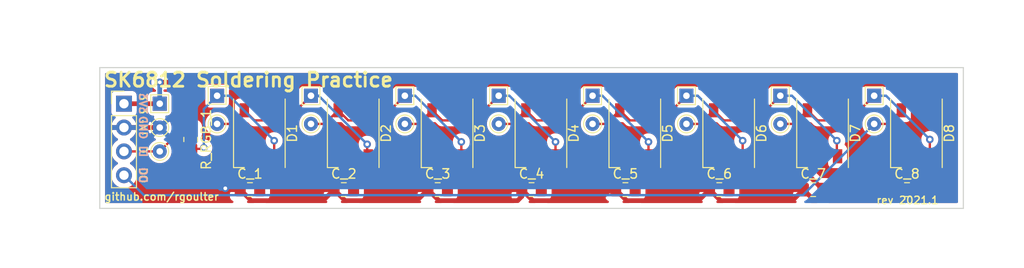
<source format=kicad_pcb>
(kicad_pcb (version 20171130) (host pcbnew "(5.1.8-0-10_14)")

  (general
    (thickness 1.6)
    (drawings 15)
    (tracks 162)
    (zones 0)
    (modules 37)
    (nets 21)
  )

  (page A4)
  (title_block
    (title "Soldering Practice PCB, SK6812")
    (date 2021-02-24)
    (rev 2021.1)
    (company "Richard Goulter")
  )

  (layers
    (0 F.Cu signal)
    (31 B.Cu signal)
    (32 B.Adhes user)
    (33 F.Adhes user)
    (34 B.Paste user)
    (35 F.Paste user)
    (36 B.SilkS user)
    (37 F.SilkS user)
    (38 B.Mask user)
    (39 F.Mask user)
    (40 Dwgs.User user)
    (41 Cmts.User user)
    (42 Eco1.User user)
    (43 Eco2.User user)
    (44 Edge.Cuts user)
    (45 Margin user)
    (46 B.CrtYd user)
    (47 F.CrtYd user)
    (48 B.Fab user)
    (49 F.Fab user)
  )

  (setup
    (last_trace_width 0.25)
    (trace_clearance 0.2)
    (zone_clearance 0.508)
    (zone_45_only no)
    (trace_min 0.2)
    (via_size 0.8)
    (via_drill 0.4)
    (via_min_size 0.4)
    (via_min_drill 0.3)
    (uvia_size 0.3)
    (uvia_drill 0.1)
    (uvias_allowed no)
    (uvia_min_size 0.2)
    (uvia_min_drill 0.1)
    (edge_width 0.12)
    (segment_width 0.12)
    (pcb_text_width 0.3)
    (pcb_text_size 1.5 1.5)
    (mod_edge_width 0.12)
    (mod_text_size 1 1)
    (mod_text_width 0.15)
    (pad_size 1.5 1.5)
    (pad_drill 0.7)
    (pad_to_mask_clearance 0)
    (aux_axis_origin 0 0)
    (visible_elements FFFFFF7F)
    (pcbplotparams
      (layerselection 0x010fc_ffffffff)
      (usegerberextensions false)
      (usegerberattributes true)
      (usegerberadvancedattributes true)
      (creategerberjobfile true)
      (excludeedgelayer true)
      (linewidth 0.100000)
      (plotframeref false)
      (viasonmask false)
      (mode 1)
      (useauxorigin false)
      (hpglpennumber 1)
      (hpglpenspeed 20)
      (hpglpendiameter 15.000000)
      (psnegative false)
      (psa4output false)
      (plotreference true)
      (plotvalue true)
      (plotinvisibletext false)
      (padsonsilk false)
      (subtractmaskfromsilk false)
      (outputformat 1)
      (mirror false)
      (drillshape 1)
      (scaleselection 1)
      (outputdirectory ""))
  )

  (net 0 "")
  (net 1 /GND)
  (net 2 "Net-(C_1-Pad2)")
  (net 3 "Net-(C_2-Pad2)")
  (net 4 "Net-(C_3-Pad2)")
  (net 5 "Net-(C_4-Pad2)")
  (net 6 "Net-(C_5-Pad2)")
  (net 7 "Net-(C_6-Pad2)")
  (net 8 "Net-(C_7-Pad2)")
  (net 9 "Net-(C_8-Pad2)")
  (net 10 /3V3)
  (net 11 /RGB_OUT)
  (net 12 /RGB_IN)
  (net 13 "Net-(D1-Pad4)")
  (net 14 "Net-(D1-Pad2)")
  (net 15 "Net-(D2-Pad4)")
  (net 16 "Net-(D3-Pad4)")
  (net 17 "Net-(D4-Pad4)")
  (net 18 "Net-(D5-Pad4)")
  (net 19 "Net-(D6-Pad4)")
  (net 20 "Net-(D7-Pad4)")

  (net_class Default "This is the default net class."
    (clearance 0.2)
    (trace_width 0.25)
    (via_dia 0.8)
    (via_drill 0.4)
    (uvia_dia 0.3)
    (uvia_drill 0.1)
    (add_net /RGB_IN)
    (add_net /RGB_OUT)
    (add_net "Net-(D1-Pad2)")
    (add_net "Net-(D1-Pad4)")
    (add_net "Net-(D2-Pad4)")
    (add_net "Net-(D3-Pad4)")
    (add_net "Net-(D4-Pad4)")
    (add_net "Net-(D5-Pad4)")
    (add_net "Net-(D6-Pad4)")
    (add_net "Net-(D7-Pad4)")
  )

  (net_class Power ""
    (clearance 0.2)
    (trace_width 0.5)
    (via_dia 0.8)
    (via_drill 0.4)
    (uvia_dia 0.3)
    (uvia_drill 0.1)
    (add_net /3V3)
    (add_net /GND)
    (add_net "Net-(C_1-Pad2)")
    (add_net "Net-(C_2-Pad2)")
    (add_net "Net-(C_3-Pad2)")
    (add_net "Net-(C_4-Pad2)")
    (add_net "Net-(C_5-Pad2)")
    (add_net "Net-(C_6-Pad2)")
    (add_net "Net-(C_7-Pad2)")
    (add_net "Net-(C_8-Pad2)")
  )

  (module LED_SMD:LED_SK6812_PLCC4_5.0x5.0mm_P3.2mm (layer F.Cu) (tedit 5AA4B263) (tstamp 602E3A0C)
    (at 137 57 270)
    (descr https://cdn-shop.adafruit.com/product-files/1138/SK6812+LED+datasheet+.pdf)
    (tags "LED RGB NeoPixel")
    (path /602F19A9)
    (attr smd)
    (fp_text reference D8 (at 0 -3.5 90) (layer F.SilkS)
      (effects (font (size 1 1) (thickness 0.15)))
    )
    (fp_text value SK6812 (at 0 4 90) (layer F.Fab)
      (effects (font (size 1 1) (thickness 0.15)))
    )
    (fp_circle (center 0 0) (end 0 -2) (layer F.Fab) (width 0.1))
    (fp_line (start 3.65 2.75) (end 3.65 1.6) (layer F.SilkS) (width 0.12))
    (fp_line (start -3.65 2.75) (end 3.65 2.75) (layer F.SilkS) (width 0.12))
    (fp_line (start -3.65 -2.75) (end 3.65 -2.75) (layer F.SilkS) (width 0.12))
    (fp_line (start 2.5 -2.5) (end -2.5 -2.5) (layer F.Fab) (width 0.1))
    (fp_line (start 2.5 2.5) (end 2.5 -2.5) (layer F.Fab) (width 0.1))
    (fp_line (start -2.5 2.5) (end 2.5 2.5) (layer F.Fab) (width 0.1))
    (fp_line (start -2.5 -2.5) (end -2.5 2.5) (layer F.Fab) (width 0.1))
    (fp_line (start 2.5 1.5) (end 1.5 2.5) (layer F.Fab) (width 0.1))
    (fp_line (start -3.45 -2.75) (end -3.45 2.75) (layer F.CrtYd) (width 0.05))
    (fp_line (start -3.45 2.75) (end 3.45 2.75) (layer F.CrtYd) (width 0.05))
    (fp_line (start 3.45 2.75) (end 3.45 -2.75) (layer F.CrtYd) (width 0.05))
    (fp_line (start 3.45 -2.75) (end -3.45 -2.75) (layer F.CrtYd) (width 0.05))
    (fp_text user %R (at 0 0 90) (layer F.Fab)
      (effects (font (size 0.8 0.8) (thickness 0.15)))
    )
    (pad 3 smd rect (at -2.45 -1.6 270) (size 1.5 1) (layers F.Cu F.Paste F.Mask)
      (net 10 /3V3))
    (pad 4 smd rect (at -2.45 1.6 270) (size 1.5 1) (layers F.Cu F.Paste F.Mask)
      (net 11 /RGB_OUT))
    (pad 2 smd rect (at 2.45 -1.6 270) (size 1.5 1) (layers F.Cu F.Paste F.Mask)
      (net 20 "Net-(D7-Pad4)"))
    (pad 1 smd rect (at 2.45 1.6 270) (size 1.5 1) (layers F.Cu F.Paste F.Mask)
      (net 9 "Net-(C_8-Pad2)"))
    (model ${KISYS3DMOD}/LED_SMD.3dshapes/LED_SK6812_PLCC4_5.0x5.0mm_P3.2mm.wrl
      (at (xyz 0 0 0))
      (scale (xyz 1 1 1))
      (rotate (xyz 0 0 0))
    )
  )

  (module LED_SMD:LED_SK6812_PLCC4_5.0x5.0mm_P3.2mm (layer F.Cu) (tedit 5AA4B263) (tstamp 602E39F6)
    (at 127 57 270)
    (descr https://cdn-shop.adafruit.com/product-files/1138/SK6812+LED+datasheet+.pdf)
    (tags "LED RGB NeoPixel")
    (path /602F0B67)
    (attr smd)
    (fp_text reference D7 (at 0 -3.5 90) (layer F.SilkS)
      (effects (font (size 1 1) (thickness 0.15)))
    )
    (fp_text value SK6812 (at 0 4 90) (layer F.Fab)
      (effects (font (size 1 1) (thickness 0.15)))
    )
    (fp_circle (center 0 0) (end 0 -2) (layer F.Fab) (width 0.1))
    (fp_line (start 3.65 2.75) (end 3.65 1.6) (layer F.SilkS) (width 0.12))
    (fp_line (start -3.65 2.75) (end 3.65 2.75) (layer F.SilkS) (width 0.12))
    (fp_line (start -3.65 -2.75) (end 3.65 -2.75) (layer F.SilkS) (width 0.12))
    (fp_line (start 2.5 -2.5) (end -2.5 -2.5) (layer F.Fab) (width 0.1))
    (fp_line (start 2.5 2.5) (end 2.5 -2.5) (layer F.Fab) (width 0.1))
    (fp_line (start -2.5 2.5) (end 2.5 2.5) (layer F.Fab) (width 0.1))
    (fp_line (start -2.5 -2.5) (end -2.5 2.5) (layer F.Fab) (width 0.1))
    (fp_line (start 2.5 1.5) (end 1.5 2.5) (layer F.Fab) (width 0.1))
    (fp_line (start -3.45 -2.75) (end -3.45 2.75) (layer F.CrtYd) (width 0.05))
    (fp_line (start -3.45 2.75) (end 3.45 2.75) (layer F.CrtYd) (width 0.05))
    (fp_line (start 3.45 2.75) (end 3.45 -2.75) (layer F.CrtYd) (width 0.05))
    (fp_line (start 3.45 -2.75) (end -3.45 -2.75) (layer F.CrtYd) (width 0.05))
    (fp_text user %R (at 0 0 90) (layer F.Fab)
      (effects (font (size 0.8 0.8) (thickness 0.15)))
    )
    (pad 3 smd rect (at -2.45 -1.6 270) (size 1.5 1) (layers F.Cu F.Paste F.Mask)
      (net 10 /3V3))
    (pad 4 smd rect (at -2.45 1.6 270) (size 1.5 1) (layers F.Cu F.Paste F.Mask)
      (net 20 "Net-(D7-Pad4)"))
    (pad 2 smd rect (at 2.45 -1.6 270) (size 1.5 1) (layers F.Cu F.Paste F.Mask)
      (net 19 "Net-(D6-Pad4)"))
    (pad 1 smd rect (at 2.45 1.6 270) (size 1.5 1) (layers F.Cu F.Paste F.Mask)
      (net 8 "Net-(C_7-Pad2)"))
    (model ${KISYS3DMOD}/LED_SMD.3dshapes/LED_SK6812_PLCC4_5.0x5.0mm_P3.2mm.wrl
      (at (xyz 0 0 0))
      (scale (xyz 1 1 1))
      (rotate (xyz 0 0 0))
    )
  )

  (module LED_SMD:LED_SK6812_PLCC4_5.0x5.0mm_P3.2mm (layer F.Cu) (tedit 5AA4B263) (tstamp 602E39E0)
    (at 117 57 270)
    (descr https://cdn-shop.adafruit.com/product-files/1138/SK6812+LED+datasheet+.pdf)
    (tags "LED RGB NeoPixel")
    (path /602EFFB8)
    (attr smd)
    (fp_text reference D6 (at 0 -3.5 90) (layer F.SilkS)
      (effects (font (size 1 1) (thickness 0.15)))
    )
    (fp_text value SK6812 (at 0 4 90) (layer F.Fab)
      (effects (font (size 1 1) (thickness 0.15)))
    )
    (fp_circle (center 0 0) (end 0 -2) (layer F.Fab) (width 0.1))
    (fp_line (start 3.65 2.75) (end 3.65 1.6) (layer F.SilkS) (width 0.12))
    (fp_line (start -3.65 2.75) (end 3.65 2.75) (layer F.SilkS) (width 0.12))
    (fp_line (start -3.65 -2.75) (end 3.65 -2.75) (layer F.SilkS) (width 0.12))
    (fp_line (start 2.5 -2.5) (end -2.5 -2.5) (layer F.Fab) (width 0.1))
    (fp_line (start 2.5 2.5) (end 2.5 -2.5) (layer F.Fab) (width 0.1))
    (fp_line (start -2.5 2.5) (end 2.5 2.5) (layer F.Fab) (width 0.1))
    (fp_line (start -2.5 -2.5) (end -2.5 2.5) (layer F.Fab) (width 0.1))
    (fp_line (start 2.5 1.5) (end 1.5 2.5) (layer F.Fab) (width 0.1))
    (fp_line (start -3.45 -2.75) (end -3.45 2.75) (layer F.CrtYd) (width 0.05))
    (fp_line (start -3.45 2.75) (end 3.45 2.75) (layer F.CrtYd) (width 0.05))
    (fp_line (start 3.45 2.75) (end 3.45 -2.75) (layer F.CrtYd) (width 0.05))
    (fp_line (start 3.45 -2.75) (end -3.45 -2.75) (layer F.CrtYd) (width 0.05))
    (fp_text user %R (at 0 0 90) (layer F.Fab)
      (effects (font (size 0.8 0.8) (thickness 0.15)))
    )
    (pad 3 smd rect (at -2.45 -1.6 270) (size 1.5 1) (layers F.Cu F.Paste F.Mask)
      (net 10 /3V3))
    (pad 4 smd rect (at -2.45 1.6 270) (size 1.5 1) (layers F.Cu F.Paste F.Mask)
      (net 19 "Net-(D6-Pad4)"))
    (pad 2 smd rect (at 2.45 -1.6 270) (size 1.5 1) (layers F.Cu F.Paste F.Mask)
      (net 18 "Net-(D5-Pad4)"))
    (pad 1 smd rect (at 2.45 1.6 270) (size 1.5 1) (layers F.Cu F.Paste F.Mask)
      (net 7 "Net-(C_6-Pad2)"))
    (model ${KISYS3DMOD}/LED_SMD.3dshapes/LED_SK6812_PLCC4_5.0x5.0mm_P3.2mm.wrl
      (at (xyz 0 0 0))
      (scale (xyz 1 1 1))
      (rotate (xyz 0 0 0))
    )
  )

  (module LED_SMD:LED_SK6812_PLCC4_5.0x5.0mm_P3.2mm (layer F.Cu) (tedit 5AA4B263) (tstamp 602E39CA)
    (at 107 57 270)
    (descr https://cdn-shop.adafruit.com/product-files/1138/SK6812+LED+datasheet+.pdf)
    (tags "LED RGB NeoPixel")
    (path /602EE64F)
    (attr smd)
    (fp_text reference D5 (at 0 -3.5 90) (layer F.SilkS)
      (effects (font (size 1 1) (thickness 0.15)))
    )
    (fp_text value SK6812 (at 0 4 90) (layer F.Fab)
      (effects (font (size 1 1) (thickness 0.15)))
    )
    (fp_circle (center 0 0) (end 0 -2) (layer F.Fab) (width 0.1))
    (fp_line (start 3.65 2.75) (end 3.65 1.6) (layer F.SilkS) (width 0.12))
    (fp_line (start -3.65 2.75) (end 3.65 2.75) (layer F.SilkS) (width 0.12))
    (fp_line (start -3.65 -2.75) (end 3.65 -2.75) (layer F.SilkS) (width 0.12))
    (fp_line (start 2.5 -2.5) (end -2.5 -2.5) (layer F.Fab) (width 0.1))
    (fp_line (start 2.5 2.5) (end 2.5 -2.5) (layer F.Fab) (width 0.1))
    (fp_line (start -2.5 2.5) (end 2.5 2.5) (layer F.Fab) (width 0.1))
    (fp_line (start -2.5 -2.5) (end -2.5 2.5) (layer F.Fab) (width 0.1))
    (fp_line (start 2.5 1.5) (end 1.5 2.5) (layer F.Fab) (width 0.1))
    (fp_line (start -3.45 -2.75) (end -3.45 2.75) (layer F.CrtYd) (width 0.05))
    (fp_line (start -3.45 2.75) (end 3.45 2.75) (layer F.CrtYd) (width 0.05))
    (fp_line (start 3.45 2.75) (end 3.45 -2.75) (layer F.CrtYd) (width 0.05))
    (fp_line (start 3.45 -2.75) (end -3.45 -2.75) (layer F.CrtYd) (width 0.05))
    (fp_text user %R (at 0 0 90) (layer F.Fab)
      (effects (font (size 0.8 0.8) (thickness 0.15)))
    )
    (pad 3 smd rect (at -2.45 -1.6 270) (size 1.5 1) (layers F.Cu F.Paste F.Mask)
      (net 10 /3V3))
    (pad 4 smd rect (at -2.45 1.6 270) (size 1.5 1) (layers F.Cu F.Paste F.Mask)
      (net 18 "Net-(D5-Pad4)"))
    (pad 2 smd rect (at 2.45 -1.6 270) (size 1.5 1) (layers F.Cu F.Paste F.Mask)
      (net 17 "Net-(D4-Pad4)"))
    (pad 1 smd rect (at 2.45 1.6 270) (size 1.5 1) (layers F.Cu F.Paste F.Mask)
      (net 6 "Net-(C_5-Pad2)"))
    (model ${KISYS3DMOD}/LED_SMD.3dshapes/LED_SK6812_PLCC4_5.0x5.0mm_P3.2mm.wrl
      (at (xyz 0 0 0))
      (scale (xyz 1 1 1))
      (rotate (xyz 0 0 0))
    )
  )

  (module LED_SMD:LED_SK6812_PLCC4_5.0x5.0mm_P3.2mm (layer F.Cu) (tedit 5AA4B263) (tstamp 602E39B4)
    (at 97 57 270)
    (descr https://cdn-shop.adafruit.com/product-files/1138/SK6812+LED+datasheet+.pdf)
    (tags "LED RGB NeoPixel")
    (path /602ED05C)
    (attr smd)
    (fp_text reference D4 (at 0 -3.5 90) (layer F.SilkS)
      (effects (font (size 1 1) (thickness 0.15)))
    )
    (fp_text value SK6812 (at 0 4 90) (layer F.Fab)
      (effects (font (size 1 1) (thickness 0.15)))
    )
    (fp_circle (center 0 0) (end 0 -2) (layer F.Fab) (width 0.1))
    (fp_line (start 3.65 2.75) (end 3.65 1.6) (layer F.SilkS) (width 0.12))
    (fp_line (start -3.65 2.75) (end 3.65 2.75) (layer F.SilkS) (width 0.12))
    (fp_line (start -3.65 -2.75) (end 3.65 -2.75) (layer F.SilkS) (width 0.12))
    (fp_line (start 2.5 -2.5) (end -2.5 -2.5) (layer F.Fab) (width 0.1))
    (fp_line (start 2.5 2.5) (end 2.5 -2.5) (layer F.Fab) (width 0.1))
    (fp_line (start -2.5 2.5) (end 2.5 2.5) (layer F.Fab) (width 0.1))
    (fp_line (start -2.5 -2.5) (end -2.5 2.5) (layer F.Fab) (width 0.1))
    (fp_line (start 2.5 1.5) (end 1.5 2.5) (layer F.Fab) (width 0.1))
    (fp_line (start -3.45 -2.75) (end -3.45 2.75) (layer F.CrtYd) (width 0.05))
    (fp_line (start -3.45 2.75) (end 3.45 2.75) (layer F.CrtYd) (width 0.05))
    (fp_line (start 3.45 2.75) (end 3.45 -2.75) (layer F.CrtYd) (width 0.05))
    (fp_line (start 3.45 -2.75) (end -3.45 -2.75) (layer F.CrtYd) (width 0.05))
    (fp_text user %R (at 0 0 90) (layer F.Fab)
      (effects (font (size 0.8 0.8) (thickness 0.15)))
    )
    (pad 3 smd rect (at -2.45 -1.6 270) (size 1.5 1) (layers F.Cu F.Paste F.Mask)
      (net 10 /3V3))
    (pad 4 smd rect (at -2.45 1.6 270) (size 1.5 1) (layers F.Cu F.Paste F.Mask)
      (net 17 "Net-(D4-Pad4)"))
    (pad 2 smd rect (at 2.45 -1.6 270) (size 1.5 1) (layers F.Cu F.Paste F.Mask)
      (net 16 "Net-(D3-Pad4)"))
    (pad 1 smd rect (at 2.45 1.6 270) (size 1.5 1) (layers F.Cu F.Paste F.Mask)
      (net 5 "Net-(C_4-Pad2)"))
    (model ${KISYS3DMOD}/LED_SMD.3dshapes/LED_SK6812_PLCC4_5.0x5.0mm_P3.2mm.wrl
      (at (xyz 0 0 0))
      (scale (xyz 1 1 1))
      (rotate (xyz 0 0 0))
    )
  )

  (module LED_SMD:LED_SK6812_PLCC4_5.0x5.0mm_P3.2mm (layer F.Cu) (tedit 5AA4B263) (tstamp 602E399E)
    (at 87 57 270)
    (descr https://cdn-shop.adafruit.com/product-files/1138/SK6812+LED+datasheet+.pdf)
    (tags "LED RGB NeoPixel")
    (path /602EBDED)
    (attr smd)
    (fp_text reference D3 (at 0 -3.5 90) (layer F.SilkS)
      (effects (font (size 1 1) (thickness 0.15)))
    )
    (fp_text value SK6812 (at 0 4 90) (layer F.Fab)
      (effects (font (size 1 1) (thickness 0.15)))
    )
    (fp_circle (center 0 0) (end 0 -2) (layer F.Fab) (width 0.1))
    (fp_line (start 3.65 2.75) (end 3.65 1.6) (layer F.SilkS) (width 0.12))
    (fp_line (start -3.65 2.75) (end 3.65 2.75) (layer F.SilkS) (width 0.12))
    (fp_line (start -3.65 -2.75) (end 3.65 -2.75) (layer F.SilkS) (width 0.12))
    (fp_line (start 2.5 -2.5) (end -2.5 -2.5) (layer F.Fab) (width 0.1))
    (fp_line (start 2.5 2.5) (end 2.5 -2.5) (layer F.Fab) (width 0.1))
    (fp_line (start -2.5 2.5) (end 2.5 2.5) (layer F.Fab) (width 0.1))
    (fp_line (start -2.5 -2.5) (end -2.5 2.5) (layer F.Fab) (width 0.1))
    (fp_line (start 2.5 1.5) (end 1.5 2.5) (layer F.Fab) (width 0.1))
    (fp_line (start -3.45 -2.75) (end -3.45 2.75) (layer F.CrtYd) (width 0.05))
    (fp_line (start -3.45 2.75) (end 3.45 2.75) (layer F.CrtYd) (width 0.05))
    (fp_line (start 3.45 2.75) (end 3.45 -2.75) (layer F.CrtYd) (width 0.05))
    (fp_line (start 3.45 -2.75) (end -3.45 -2.75) (layer F.CrtYd) (width 0.05))
    (fp_text user %R (at 0 0 90) (layer F.Fab)
      (effects (font (size 0.8 0.8) (thickness 0.15)))
    )
    (pad 3 smd rect (at -2.45 -1.6 270) (size 1.5 1) (layers F.Cu F.Paste F.Mask)
      (net 10 /3V3))
    (pad 4 smd rect (at -2.45 1.6 270) (size 1.5 1) (layers F.Cu F.Paste F.Mask)
      (net 16 "Net-(D3-Pad4)"))
    (pad 2 smd rect (at 2.45 -1.6 270) (size 1.5 1) (layers F.Cu F.Paste F.Mask)
      (net 15 "Net-(D2-Pad4)"))
    (pad 1 smd rect (at 2.45 1.6 270) (size 1.5 1) (layers F.Cu F.Paste F.Mask)
      (net 4 "Net-(C_3-Pad2)"))
    (model ${KISYS3DMOD}/LED_SMD.3dshapes/LED_SK6812_PLCC4_5.0x5.0mm_P3.2mm.wrl
      (at (xyz 0 0 0))
      (scale (xyz 1 1 1))
      (rotate (xyz 0 0 0))
    )
  )

  (module LED_SMD:LED_SK6812_PLCC4_5.0x5.0mm_P3.2mm (layer F.Cu) (tedit 5AA4B263) (tstamp 602E3988)
    (at 77 57 270)
    (descr https://cdn-shop.adafruit.com/product-files/1138/SK6812+LED+datasheet+.pdf)
    (tags "LED RGB NeoPixel")
    (path /602EB3B4)
    (attr smd)
    (fp_text reference D2 (at 0 -3.5 90) (layer F.SilkS)
      (effects (font (size 1 1) (thickness 0.15)))
    )
    (fp_text value SK6812 (at 0 4 90) (layer F.Fab)
      (effects (font (size 1 1) (thickness 0.15)))
    )
    (fp_circle (center 0 0) (end 0 -2) (layer F.Fab) (width 0.1))
    (fp_line (start 3.65 2.75) (end 3.65 1.6) (layer F.SilkS) (width 0.12))
    (fp_line (start -3.65 2.75) (end 3.65 2.75) (layer F.SilkS) (width 0.12))
    (fp_line (start -3.65 -2.75) (end 3.65 -2.75) (layer F.SilkS) (width 0.12))
    (fp_line (start 2.5 -2.5) (end -2.5 -2.5) (layer F.Fab) (width 0.1))
    (fp_line (start 2.5 2.5) (end 2.5 -2.5) (layer F.Fab) (width 0.1))
    (fp_line (start -2.5 2.5) (end 2.5 2.5) (layer F.Fab) (width 0.1))
    (fp_line (start -2.5 -2.5) (end -2.5 2.5) (layer F.Fab) (width 0.1))
    (fp_line (start 2.5 1.5) (end 1.5 2.5) (layer F.Fab) (width 0.1))
    (fp_line (start -3.45 -2.75) (end -3.45 2.75) (layer F.CrtYd) (width 0.05))
    (fp_line (start -3.45 2.75) (end 3.45 2.75) (layer F.CrtYd) (width 0.05))
    (fp_line (start 3.45 2.75) (end 3.45 -2.75) (layer F.CrtYd) (width 0.05))
    (fp_line (start 3.45 -2.75) (end -3.45 -2.75) (layer F.CrtYd) (width 0.05))
    (fp_text user %R (at 0 0 270) (layer F.Fab)
      (effects (font (size 0.8 0.8) (thickness 0.15)))
    )
    (pad 3 smd rect (at -2.45 -1.6 270) (size 1.5 1) (layers F.Cu F.Paste F.Mask)
      (net 10 /3V3))
    (pad 4 smd rect (at -2.45 1.6 270) (size 1.5 1) (layers F.Cu F.Paste F.Mask)
      (net 15 "Net-(D2-Pad4)"))
    (pad 2 smd rect (at 2.45 -1.6 270) (size 1.5 1) (layers F.Cu F.Paste F.Mask)
      (net 13 "Net-(D1-Pad4)"))
    (pad 1 smd rect (at 2.45 1.6 270) (size 1.5 1) (layers F.Cu F.Paste F.Mask)
      (net 3 "Net-(C_2-Pad2)"))
    (model ${KISYS3DMOD}/LED_SMD.3dshapes/LED_SK6812_PLCC4_5.0x5.0mm_P3.2mm.wrl
      (at (xyz 0 0 0))
      (scale (xyz 1 1 1))
      (rotate (xyz 0 0 0))
    )
  )

  (module LED_SMD:LED_SK6812_PLCC4_5.0x5.0mm_P3.2mm (layer F.Cu) (tedit 5AA4B263) (tstamp 602E3972)
    (at 67 57 270)
    (descr https://cdn-shop.adafruit.com/product-files/1138/SK6812+LED+datasheet+.pdf)
    (tags "LED RGB NeoPixel")
    (path /602E658C)
    (attr smd)
    (fp_text reference D1 (at 0 -3.5 90) (layer F.SilkS)
      (effects (font (size 1 1) (thickness 0.15)))
    )
    (fp_text value SK6812 (at 0 4 90) (layer F.Fab)
      (effects (font (size 1 1) (thickness 0.15)))
    )
    (fp_circle (center 0 0) (end 0 -2) (layer F.Fab) (width 0.1))
    (fp_line (start 3.65 2.75) (end 3.65 1.6) (layer F.SilkS) (width 0.12))
    (fp_line (start -3.65 2.75) (end 3.65 2.75) (layer F.SilkS) (width 0.12))
    (fp_line (start -3.65 -2.75) (end 3.65 -2.75) (layer F.SilkS) (width 0.12))
    (fp_line (start 2.5 -2.5) (end -2.5 -2.5) (layer F.Fab) (width 0.1))
    (fp_line (start 2.5 2.5) (end 2.5 -2.5) (layer F.Fab) (width 0.1))
    (fp_line (start -2.5 2.5) (end 2.5 2.5) (layer F.Fab) (width 0.1))
    (fp_line (start -2.5 -2.5) (end -2.5 2.5) (layer F.Fab) (width 0.1))
    (fp_line (start 2.5 1.5) (end 1.5 2.5) (layer F.Fab) (width 0.1))
    (fp_line (start -3.45 -2.75) (end -3.45 2.75) (layer F.CrtYd) (width 0.05))
    (fp_line (start -3.45 2.75) (end 3.45 2.75) (layer F.CrtYd) (width 0.05))
    (fp_line (start 3.45 2.75) (end 3.45 -2.75) (layer F.CrtYd) (width 0.05))
    (fp_line (start 3.45 -2.75) (end -3.45 -2.75) (layer F.CrtYd) (width 0.05))
    (fp_text user %R (at 0 0 90) (layer F.Fab)
      (effects (font (size 0.8 0.8) (thickness 0.15)))
    )
    (pad 3 smd rect (at -2.45 -1.6 270) (size 1.5 1) (layers F.Cu F.Paste F.Mask)
      (net 10 /3V3))
    (pad 4 smd rect (at -2.45 1.6 270) (size 1.5 1) (layers F.Cu F.Paste F.Mask)
      (net 13 "Net-(D1-Pad4)"))
    (pad 2 smd rect (at 2.45 -1.6 270) (size 1.5 1) (layers F.Cu F.Paste F.Mask)
      (net 14 "Net-(D1-Pad2)"))
    (pad 1 smd rect (at 2.45 1.6 270) (size 1.5 1) (layers F.Cu F.Paste F.Mask)
      (net 2 "Net-(C_1-Pad2)"))
    (model ${KISYS3DMOD}/LED_SMD.3dshapes/LED_SK6812_PLCC4_5.0x5.0mm_P3.2mm.wrl
      (at (xyz 0 0 0))
      (scale (xyz 1 1 1))
      (rotate (xyz 0 0 0))
    )
  )

  (module Resistor_SMD:R_0805_2012Metric_Pad1.20x1.40mm_HandSolder (layer F.Cu) (tedit 5F68FEEE) (tstamp 602BF363)
    (at 59.69 57.658 270)
    (descr "Resistor SMD 0805 (2012 Metric), square (rectangular) end terminal, IPC_7351 nominal with elongated pad for handsoldering. (Body size source: IPC-SM-782 page 72, https://www.pcb-3d.com/wordpress/wp-content/uploads/ipc-sm-782a_amendment_1_and_2.pdf), generated with kicad-footprint-generator")
    (tags "resistor handsolder")
    (path /60D9AF80)
    (attr smd)
    (fp_text reference R_RGB_1 (at 0 -1.65 90) (layer F.SilkS)
      (effects (font (size 1 1) (thickness 0.15)))
    )
    (fp_text value "300 - 500R" (at 0 1.65 90) (layer F.Fab)
      (effects (font (size 1 1) (thickness 0.15)))
    )
    (fp_line (start 1.85 0.95) (end -1.85 0.95) (layer F.CrtYd) (width 0.05))
    (fp_line (start 1.85 -0.95) (end 1.85 0.95) (layer F.CrtYd) (width 0.05))
    (fp_line (start -1.85 -0.95) (end 1.85 -0.95) (layer F.CrtYd) (width 0.05))
    (fp_line (start -1.85 0.95) (end -1.85 -0.95) (layer F.CrtYd) (width 0.05))
    (fp_line (start -0.227064 0.735) (end 0.227064 0.735) (layer F.SilkS) (width 0.12))
    (fp_line (start -0.227064 -0.735) (end 0.227064 -0.735) (layer F.SilkS) (width 0.12))
    (fp_line (start 1 0.625) (end -1 0.625) (layer F.Fab) (width 0.1))
    (fp_line (start 1 -0.625) (end 1 0.625) (layer F.Fab) (width 0.1))
    (fp_line (start -1 -0.625) (end 1 -0.625) (layer F.Fab) (width 0.1))
    (fp_line (start -1 0.625) (end -1 -0.625) (layer F.Fab) (width 0.1))
    (fp_text user %R (at 0 0 90) (layer F.Fab)
      (effects (font (size 0.5 0.5) (thickness 0.08)))
    )
    (pad 2 smd roundrect (at 1 0 270) (size 1.2 1.4) (layers F.Cu F.Paste F.Mask) (roundrect_rratio 0.208333)
      (net 14 "Net-(D1-Pad2)"))
    (pad 1 smd roundrect (at -1 0 270) (size 1.2 1.4) (layers F.Cu F.Paste F.Mask) (roundrect_rratio 0.208333)
      (net 12 /RGB_IN))
    (model ${KISYS3DMOD}/Resistor_SMD.3dshapes/R_0805_2012Metric.wrl
      (at (xyz 0 0 0))
      (scale (xyz 1 1 1))
      (rotate (xyz 0 0 0))
    )
  )

  (module Capacitor_SMD:C_0805_2012Metric_Pad1.18x1.45mm_HandSolder (layer F.Cu) (tedit 5F68FEEF) (tstamp 602BF28B)
    (at 136 63)
    (descr "Capacitor SMD 0805 (2012 Metric), square (rectangular) end terminal, IPC_7351 nominal with elongated pad for handsoldering. (Body size source: IPC-SM-782 page 76, https://www.pcb-3d.com/wordpress/wp-content/uploads/ipc-sm-782a_amendment_1_and_2.pdf, https://docs.google.com/spreadsheets/d/1BsfQQcO9C6DZCsRaXUlFlo91Tg2WpOkGARC1WS5S8t0/edit?usp=sharing), generated with kicad-footprint-generator")
    (tags "capacitor handsolder")
    (path /604F953F)
    (attr smd)
    (fp_text reference C_8 (at 0 -1.68) (layer F.SilkS)
      (effects (font (size 1 1) (thickness 0.15)))
    )
    (fp_text value 100nF (at 0 1.68) (layer F.Fab)
      (effects (font (size 1 1) (thickness 0.15)))
    )
    (fp_line (start 1.88 0.98) (end -1.88 0.98) (layer F.CrtYd) (width 0.05))
    (fp_line (start 1.88 -0.98) (end 1.88 0.98) (layer F.CrtYd) (width 0.05))
    (fp_line (start -1.88 -0.98) (end 1.88 -0.98) (layer F.CrtYd) (width 0.05))
    (fp_line (start -1.88 0.98) (end -1.88 -0.98) (layer F.CrtYd) (width 0.05))
    (fp_line (start -0.261252 0.735) (end 0.261252 0.735) (layer F.SilkS) (width 0.12))
    (fp_line (start -0.261252 -0.735) (end 0.261252 -0.735) (layer F.SilkS) (width 0.12))
    (fp_line (start 1 0.625) (end -1 0.625) (layer F.Fab) (width 0.1))
    (fp_line (start 1 -0.625) (end 1 0.625) (layer F.Fab) (width 0.1))
    (fp_line (start -1 -0.625) (end 1 -0.625) (layer F.Fab) (width 0.1))
    (fp_line (start -1 0.625) (end -1 -0.625) (layer F.Fab) (width 0.1))
    (fp_text user %R (at 0 0) (layer F.Fab)
      (effects (font (size 0.5 0.5) (thickness 0.08)))
    )
    (pad 2 smd roundrect (at 1.0375 0) (size 1.175 1.45) (layers F.Cu F.Paste F.Mask) (roundrect_rratio 0.212766)
      (net 9 "Net-(C_8-Pad2)"))
    (pad 1 smd roundrect (at -1.0375 0) (size 1.175 1.45) (layers F.Cu F.Paste F.Mask) (roundrect_rratio 0.212766)
      (net 1 /GND))
    (model ${KISYS3DMOD}/Capacitor_SMD.3dshapes/C_0805_2012Metric.wrl
      (at (xyz 0 0 0))
      (scale (xyz 1 1 1))
      (rotate (xyz 0 0 0))
    )
  )

  (module Capacitor_SMD:C_0805_2012Metric_Pad1.18x1.45mm_HandSolder (layer F.Cu) (tedit 5F68FEEF) (tstamp 602BF266)
    (at 126 63)
    (descr "Capacitor SMD 0805 (2012 Metric), square (rectangular) end terminal, IPC_7351 nominal with elongated pad for handsoldering. (Body size source: IPC-SM-782 page 76, https://www.pcb-3d.com/wordpress/wp-content/uploads/ipc-sm-782a_amendment_1_and_2.pdf, https://docs.google.com/spreadsheets/d/1BsfQQcO9C6DZCsRaXUlFlo91Tg2WpOkGARC1WS5S8t0/edit?usp=sharing), generated with kicad-footprint-generator")
    (tags "capacitor handsolder")
    (path /604F6F2C)
    (attr smd)
    (fp_text reference C_7 (at 0 -1.68) (layer F.SilkS)
      (effects (font (size 1 1) (thickness 0.15)))
    )
    (fp_text value 100nF (at 0 1.68) (layer F.Fab)
      (effects (font (size 1 1) (thickness 0.15)))
    )
    (fp_line (start 1.88 0.98) (end -1.88 0.98) (layer F.CrtYd) (width 0.05))
    (fp_line (start 1.88 -0.98) (end 1.88 0.98) (layer F.CrtYd) (width 0.05))
    (fp_line (start -1.88 -0.98) (end 1.88 -0.98) (layer F.CrtYd) (width 0.05))
    (fp_line (start -1.88 0.98) (end -1.88 -0.98) (layer F.CrtYd) (width 0.05))
    (fp_line (start -0.261252 0.735) (end 0.261252 0.735) (layer F.SilkS) (width 0.12))
    (fp_line (start -0.261252 -0.735) (end 0.261252 -0.735) (layer F.SilkS) (width 0.12))
    (fp_line (start 1 0.625) (end -1 0.625) (layer F.Fab) (width 0.1))
    (fp_line (start 1 -0.625) (end 1 0.625) (layer F.Fab) (width 0.1))
    (fp_line (start -1 -0.625) (end 1 -0.625) (layer F.Fab) (width 0.1))
    (fp_line (start -1 0.625) (end -1 -0.625) (layer F.Fab) (width 0.1))
    (fp_text user %R (at 0 0) (layer F.Fab)
      (effects (font (size 0.5 0.5) (thickness 0.08)))
    )
    (pad 2 smd roundrect (at 1.0375 0) (size 1.175 1.45) (layers F.Cu F.Paste F.Mask) (roundrect_rratio 0.212766)
      (net 8 "Net-(C_7-Pad2)"))
    (pad 1 smd roundrect (at -1.0375 0) (size 1.175 1.45) (layers F.Cu F.Paste F.Mask) (roundrect_rratio 0.212766)
      (net 1 /GND))
    (model ${KISYS3DMOD}/Capacitor_SMD.3dshapes/C_0805_2012Metric.wrl
      (at (xyz 0 0 0))
      (scale (xyz 1 1 1))
      (rotate (xyz 0 0 0))
    )
  )

  (module Capacitor_SMD:C_0805_2012Metric_Pad1.18x1.45mm_HandSolder (layer F.Cu) (tedit 5F68FEEF) (tstamp 602BF241)
    (at 116 63)
    (descr "Capacitor SMD 0805 (2012 Metric), square (rectangular) end terminal, IPC_7351 nominal with elongated pad for handsoldering. (Body size source: IPC-SM-782 page 76, https://www.pcb-3d.com/wordpress/wp-content/uploads/ipc-sm-782a_amendment_1_and_2.pdf, https://docs.google.com/spreadsheets/d/1BsfQQcO9C6DZCsRaXUlFlo91Tg2WpOkGARC1WS5S8t0/edit?usp=sharing), generated with kicad-footprint-generator")
    (tags "capacitor handsolder")
    (path /604F433C)
    (attr smd)
    (fp_text reference C_6 (at 0 -1.68) (layer F.SilkS)
      (effects (font (size 1 1) (thickness 0.15)))
    )
    (fp_text value 100nF (at 0 1.68) (layer F.Fab)
      (effects (font (size 1 1) (thickness 0.15)))
    )
    (fp_line (start 1.88 0.98) (end -1.88 0.98) (layer F.CrtYd) (width 0.05))
    (fp_line (start 1.88 -0.98) (end 1.88 0.98) (layer F.CrtYd) (width 0.05))
    (fp_line (start -1.88 -0.98) (end 1.88 -0.98) (layer F.CrtYd) (width 0.05))
    (fp_line (start -1.88 0.98) (end -1.88 -0.98) (layer F.CrtYd) (width 0.05))
    (fp_line (start -0.261252 0.735) (end 0.261252 0.735) (layer F.SilkS) (width 0.12))
    (fp_line (start -0.261252 -0.735) (end 0.261252 -0.735) (layer F.SilkS) (width 0.12))
    (fp_line (start 1 0.625) (end -1 0.625) (layer F.Fab) (width 0.1))
    (fp_line (start 1 -0.625) (end 1 0.625) (layer F.Fab) (width 0.1))
    (fp_line (start -1 -0.625) (end 1 -0.625) (layer F.Fab) (width 0.1))
    (fp_line (start -1 0.625) (end -1 -0.625) (layer F.Fab) (width 0.1))
    (fp_text user %R (at 0 0) (layer F.Fab)
      (effects (font (size 0.5 0.5) (thickness 0.08)))
    )
    (pad 2 smd roundrect (at 1.0375 0) (size 1.175 1.45) (layers F.Cu F.Paste F.Mask) (roundrect_rratio 0.212766)
      (net 7 "Net-(C_6-Pad2)"))
    (pad 1 smd roundrect (at -1.0375 0) (size 1.175 1.45) (layers F.Cu F.Paste F.Mask) (roundrect_rratio 0.212766)
      (net 1 /GND))
    (model ${KISYS3DMOD}/Capacitor_SMD.3dshapes/C_0805_2012Metric.wrl
      (at (xyz 0 0 0))
      (scale (xyz 1 1 1))
      (rotate (xyz 0 0 0))
    )
  )

  (module Capacitor_SMD:C_0805_2012Metric_Pad1.18x1.45mm_HandSolder (layer F.Cu) (tedit 5F68FEEF) (tstamp 602BF21C)
    (at 106 63)
    (descr "Capacitor SMD 0805 (2012 Metric), square (rectangular) end terminal, IPC_7351 nominal with elongated pad for handsoldering. (Body size source: IPC-SM-782 page 76, https://www.pcb-3d.com/wordpress/wp-content/uploads/ipc-sm-782a_amendment_1_and_2.pdf, https://docs.google.com/spreadsheets/d/1BsfQQcO9C6DZCsRaXUlFlo91Tg2WpOkGARC1WS5S8t0/edit?usp=sharing), generated with kicad-footprint-generator")
    (tags "capacitor handsolder")
    (path /604F1C83)
    (attr smd)
    (fp_text reference C_5 (at 0 -1.68) (layer F.SilkS)
      (effects (font (size 1 1) (thickness 0.15)))
    )
    (fp_text value 100nF (at 0 1.68) (layer F.Fab)
      (effects (font (size 1 1) (thickness 0.15)))
    )
    (fp_line (start 1.88 0.98) (end -1.88 0.98) (layer F.CrtYd) (width 0.05))
    (fp_line (start 1.88 -0.98) (end 1.88 0.98) (layer F.CrtYd) (width 0.05))
    (fp_line (start -1.88 -0.98) (end 1.88 -0.98) (layer F.CrtYd) (width 0.05))
    (fp_line (start -1.88 0.98) (end -1.88 -0.98) (layer F.CrtYd) (width 0.05))
    (fp_line (start -0.261252 0.735) (end 0.261252 0.735) (layer F.SilkS) (width 0.12))
    (fp_line (start -0.261252 -0.735) (end 0.261252 -0.735) (layer F.SilkS) (width 0.12))
    (fp_line (start 1 0.625) (end -1 0.625) (layer F.Fab) (width 0.1))
    (fp_line (start 1 -0.625) (end 1 0.625) (layer F.Fab) (width 0.1))
    (fp_line (start -1 -0.625) (end 1 -0.625) (layer F.Fab) (width 0.1))
    (fp_line (start -1 0.625) (end -1 -0.625) (layer F.Fab) (width 0.1))
    (fp_text user %R (at 0 0) (layer F.Fab)
      (effects (font (size 0.5 0.5) (thickness 0.08)))
    )
    (pad 2 smd roundrect (at 1.0375 0) (size 1.175 1.45) (layers F.Cu F.Paste F.Mask) (roundrect_rratio 0.212766)
      (net 6 "Net-(C_5-Pad2)"))
    (pad 1 smd roundrect (at -1.0375 0) (size 1.175 1.45) (layers F.Cu F.Paste F.Mask) (roundrect_rratio 0.212766)
      (net 1 /GND))
    (model ${KISYS3DMOD}/Capacitor_SMD.3dshapes/C_0805_2012Metric.wrl
      (at (xyz 0 0 0))
      (scale (xyz 1 1 1))
      (rotate (xyz 0 0 0))
    )
  )

  (module Capacitor_SMD:C_0805_2012Metric_Pad1.18x1.45mm_HandSolder (layer F.Cu) (tedit 5F68FEEF) (tstamp 602BF1F7)
    (at 96 63)
    (descr "Capacitor SMD 0805 (2012 Metric), square (rectangular) end terminal, IPC_7351 nominal with elongated pad for handsoldering. (Body size source: IPC-SM-782 page 76, https://www.pcb-3d.com/wordpress/wp-content/uploads/ipc-sm-782a_amendment_1_and_2.pdf, https://docs.google.com/spreadsheets/d/1BsfQQcO9C6DZCsRaXUlFlo91Tg2WpOkGARC1WS5S8t0/edit?usp=sharing), generated with kicad-footprint-generator")
    (tags "capacitor handsolder")
    (path /604EE48B)
    (attr smd)
    (fp_text reference C_4 (at 0 -1.68) (layer F.SilkS)
      (effects (font (size 1 1) (thickness 0.15)))
    )
    (fp_text value 100nF (at 0 1.68) (layer F.Fab)
      (effects (font (size 1 1) (thickness 0.15)))
    )
    (fp_line (start 1.88 0.98) (end -1.88 0.98) (layer F.CrtYd) (width 0.05))
    (fp_line (start 1.88 -0.98) (end 1.88 0.98) (layer F.CrtYd) (width 0.05))
    (fp_line (start -1.88 -0.98) (end 1.88 -0.98) (layer F.CrtYd) (width 0.05))
    (fp_line (start -1.88 0.98) (end -1.88 -0.98) (layer F.CrtYd) (width 0.05))
    (fp_line (start -0.261252 0.735) (end 0.261252 0.735) (layer F.SilkS) (width 0.12))
    (fp_line (start -0.261252 -0.735) (end 0.261252 -0.735) (layer F.SilkS) (width 0.12))
    (fp_line (start 1 0.625) (end -1 0.625) (layer F.Fab) (width 0.1))
    (fp_line (start 1 -0.625) (end 1 0.625) (layer F.Fab) (width 0.1))
    (fp_line (start -1 -0.625) (end 1 -0.625) (layer F.Fab) (width 0.1))
    (fp_line (start -1 0.625) (end -1 -0.625) (layer F.Fab) (width 0.1))
    (fp_text user %R (at 0 0) (layer F.Fab)
      (effects (font (size 0.5 0.5) (thickness 0.08)))
    )
    (pad 2 smd roundrect (at 1.0375 0) (size 1.175 1.45) (layers F.Cu F.Paste F.Mask) (roundrect_rratio 0.212766)
      (net 5 "Net-(C_4-Pad2)"))
    (pad 1 smd roundrect (at -1.0375 0) (size 1.175 1.45) (layers F.Cu F.Paste F.Mask) (roundrect_rratio 0.212766)
      (net 1 /GND))
    (model ${KISYS3DMOD}/Capacitor_SMD.3dshapes/C_0805_2012Metric.wrl
      (at (xyz 0 0 0))
      (scale (xyz 1 1 1))
      (rotate (xyz 0 0 0))
    )
  )

  (module Capacitor_SMD:C_0805_2012Metric_Pad1.18x1.45mm_HandSolder (layer F.Cu) (tedit 5F68FEEF) (tstamp 602BF1D2)
    (at 86 63)
    (descr "Capacitor SMD 0805 (2012 Metric), square (rectangular) end terminal, IPC_7351 nominal with elongated pad for handsoldering. (Body size source: IPC-SM-782 page 76, https://www.pcb-3d.com/wordpress/wp-content/uploads/ipc-sm-782a_amendment_1_and_2.pdf, https://docs.google.com/spreadsheets/d/1BsfQQcO9C6DZCsRaXUlFlo91Tg2WpOkGARC1WS5S8t0/edit?usp=sharing), generated with kicad-footprint-generator")
    (tags "capacitor handsolder")
    (path /604EC43A)
    (attr smd)
    (fp_text reference C_3 (at 0 -1.68) (layer F.SilkS)
      (effects (font (size 1 1) (thickness 0.15)))
    )
    (fp_text value 100nF (at 0 1.68) (layer F.Fab)
      (effects (font (size 1 1) (thickness 0.15)))
    )
    (fp_line (start 1.88 0.98) (end -1.88 0.98) (layer F.CrtYd) (width 0.05))
    (fp_line (start 1.88 -0.98) (end 1.88 0.98) (layer F.CrtYd) (width 0.05))
    (fp_line (start -1.88 -0.98) (end 1.88 -0.98) (layer F.CrtYd) (width 0.05))
    (fp_line (start -1.88 0.98) (end -1.88 -0.98) (layer F.CrtYd) (width 0.05))
    (fp_line (start -0.261252 0.735) (end 0.261252 0.735) (layer F.SilkS) (width 0.12))
    (fp_line (start -0.261252 -0.735) (end 0.261252 -0.735) (layer F.SilkS) (width 0.12))
    (fp_line (start 1 0.625) (end -1 0.625) (layer F.Fab) (width 0.1))
    (fp_line (start 1 -0.625) (end 1 0.625) (layer F.Fab) (width 0.1))
    (fp_line (start -1 -0.625) (end 1 -0.625) (layer F.Fab) (width 0.1))
    (fp_line (start -1 0.625) (end -1 -0.625) (layer F.Fab) (width 0.1))
    (fp_text user %R (at 0 0) (layer F.Fab)
      (effects (font (size 0.5 0.5) (thickness 0.08)))
    )
    (pad 2 smd roundrect (at 1.0375 0) (size 1.175 1.45) (layers F.Cu F.Paste F.Mask) (roundrect_rratio 0.212766)
      (net 4 "Net-(C_3-Pad2)"))
    (pad 1 smd roundrect (at -1.0375 0) (size 1.175 1.45) (layers F.Cu F.Paste F.Mask) (roundrect_rratio 0.212766)
      (net 1 /GND))
    (model ${KISYS3DMOD}/Capacitor_SMD.3dshapes/C_0805_2012Metric.wrl
      (at (xyz 0 0 0))
      (scale (xyz 1 1 1))
      (rotate (xyz 0 0 0))
    )
  )

  (module Capacitor_SMD:C_0805_2012Metric_Pad1.18x1.45mm_HandSolder (layer F.Cu) (tedit 5F68FEEF) (tstamp 602BF1AD)
    (at 76 63)
    (descr "Capacitor SMD 0805 (2012 Metric), square (rectangular) end terminal, IPC_7351 nominal with elongated pad for handsoldering. (Body size source: IPC-SM-782 page 76, https://www.pcb-3d.com/wordpress/wp-content/uploads/ipc-sm-782a_amendment_1_and_2.pdf, https://docs.google.com/spreadsheets/d/1BsfQQcO9C6DZCsRaXUlFlo91Tg2WpOkGARC1WS5S8t0/edit?usp=sharing), generated with kicad-footprint-generator")
    (tags "capacitor handsolder")
    (path /604EA1AB)
    (attr smd)
    (fp_text reference C_2 (at 0 -1.68) (layer F.SilkS)
      (effects (font (size 1 1) (thickness 0.15)))
    )
    (fp_text value 100nF (at 0 1.68) (layer F.Fab)
      (effects (font (size 1 1) (thickness 0.15)))
    )
    (fp_line (start 1.88 0.98) (end -1.88 0.98) (layer F.CrtYd) (width 0.05))
    (fp_line (start 1.88 -0.98) (end 1.88 0.98) (layer F.CrtYd) (width 0.05))
    (fp_line (start -1.88 -0.98) (end 1.88 -0.98) (layer F.CrtYd) (width 0.05))
    (fp_line (start -1.88 0.98) (end -1.88 -0.98) (layer F.CrtYd) (width 0.05))
    (fp_line (start -0.261252 0.735) (end 0.261252 0.735) (layer F.SilkS) (width 0.12))
    (fp_line (start -0.261252 -0.735) (end 0.261252 -0.735) (layer F.SilkS) (width 0.12))
    (fp_line (start 1 0.625) (end -1 0.625) (layer F.Fab) (width 0.1))
    (fp_line (start 1 -0.625) (end 1 0.625) (layer F.Fab) (width 0.1))
    (fp_line (start -1 -0.625) (end 1 -0.625) (layer F.Fab) (width 0.1))
    (fp_line (start -1 0.625) (end -1 -0.625) (layer F.Fab) (width 0.1))
    (fp_text user %R (at 0 0) (layer F.Fab)
      (effects (font (size 0.5 0.5) (thickness 0.08)))
    )
    (pad 2 smd roundrect (at 1.0375 0) (size 1.175 1.45) (layers F.Cu F.Paste F.Mask) (roundrect_rratio 0.212766)
      (net 3 "Net-(C_2-Pad2)"))
    (pad 1 smd roundrect (at -1.0375 0) (size 1.175 1.45) (layers F.Cu F.Paste F.Mask) (roundrect_rratio 0.212766)
      (net 1 /GND))
    (model ${KISYS3DMOD}/Capacitor_SMD.3dshapes/C_0805_2012Metric.wrl
      (at (xyz 0 0 0))
      (scale (xyz 1 1 1))
      (rotate (xyz 0 0 0))
    )
  )

  (module Capacitor_SMD:C_0805_2012Metric_Pad1.18x1.45mm_HandSolder (layer F.Cu) (tedit 5F68FEEF) (tstamp 602BF188)
    (at 66 63)
    (descr "Capacitor SMD 0805 (2012 Metric), square (rectangular) end terminal, IPC_7351 nominal with elongated pad for handsoldering. (Body size source: IPC-SM-782 page 76, https://www.pcb-3d.com/wordpress/wp-content/uploads/ipc-sm-782a_amendment_1_and_2.pdf, https://docs.google.com/spreadsheets/d/1BsfQQcO9C6DZCsRaXUlFlo91Tg2WpOkGARC1WS5S8t0/edit?usp=sharing), generated with kicad-footprint-generator")
    (tags "capacitor handsolder")
    (path /603D2DAA)
    (attr smd)
    (fp_text reference C_1 (at 0 -1.68) (layer F.SilkS)
      (effects (font (size 1 1) (thickness 0.15)))
    )
    (fp_text value 100nF (at 0 1.68) (layer F.Fab)
      (effects (font (size 1 1) (thickness 0.15)))
    )
    (fp_line (start 1.88 0.98) (end -1.88 0.98) (layer F.CrtYd) (width 0.05))
    (fp_line (start 1.88 -0.98) (end 1.88 0.98) (layer F.CrtYd) (width 0.05))
    (fp_line (start -1.88 -0.98) (end 1.88 -0.98) (layer F.CrtYd) (width 0.05))
    (fp_line (start -1.88 0.98) (end -1.88 -0.98) (layer F.CrtYd) (width 0.05))
    (fp_line (start -0.261252 0.735) (end 0.261252 0.735) (layer F.SilkS) (width 0.12))
    (fp_line (start -0.261252 -0.735) (end 0.261252 -0.735) (layer F.SilkS) (width 0.12))
    (fp_line (start 1 0.625) (end -1 0.625) (layer F.Fab) (width 0.1))
    (fp_line (start 1 -0.625) (end 1 0.625) (layer F.Fab) (width 0.1))
    (fp_line (start -1 -0.625) (end 1 -0.625) (layer F.Fab) (width 0.1))
    (fp_line (start -1 0.625) (end -1 -0.625) (layer F.Fab) (width 0.1))
    (fp_text user %R (at 0 0) (layer F.Fab)
      (effects (font (size 0.5 0.5) (thickness 0.08)))
    )
    (pad 2 smd roundrect (at 1.0375 0) (size 1.175 1.45) (layers F.Cu F.Paste F.Mask) (roundrect_rratio 0.212766)
      (net 2 "Net-(C_1-Pad2)"))
    (pad 1 smd roundrect (at -1.0375 0) (size 1.175 1.45) (layers F.Cu F.Paste F.Mask) (roundrect_rratio 0.212766)
      (net 1 /GND))
    (model ${KISYS3DMOD}/Capacitor_SMD.3dshapes/C_0805_2012Metric.wrl
      (at (xyz 0 0 0))
      (scale (xyz 1 1 1))
      (rotate (xyz 0 0 0))
    )
  )

  (module Connector_PinHeader_2.54mm:PinHeader_1x04_P2.54mm_Vertical (layer F.Cu) (tedit 59FED5CC) (tstamp 602C1907)
    (at 52.578 53.848)
    (descr "Through hole straight pin header, 1x04, 2.54mm pitch, single row")
    (tags "Through hole pin header THT 1x04 2.54mm single row")
    (path /60525E02)
    (fp_text reference J1 (at 0 -2.33) (layer F.SilkS) hide
      (effects (font (size 1 1) (thickness 0.15)))
    )
    (fp_text value Conn_01x04_Male (at 0 9.95) (layer F.Fab)
      (effects (font (size 1 1) (thickness 0.15)))
    )
    (fp_line (start 1.8 -1.8) (end -1.8 -1.8) (layer F.CrtYd) (width 0.05))
    (fp_line (start 1.8 9.4) (end 1.8 -1.8) (layer F.CrtYd) (width 0.05))
    (fp_line (start -1.8 9.4) (end 1.8 9.4) (layer F.CrtYd) (width 0.05))
    (fp_line (start -1.8 -1.8) (end -1.8 9.4) (layer F.CrtYd) (width 0.05))
    (fp_line (start -1.33 -1.33) (end 0 -1.33) (layer F.SilkS) (width 0.12))
    (fp_line (start -1.33 0) (end -1.33 -1.33) (layer F.SilkS) (width 0.12))
    (fp_line (start -1.33 1.27) (end 1.33 1.27) (layer F.SilkS) (width 0.12))
    (fp_line (start 1.33 1.27) (end 1.33 8.95) (layer F.SilkS) (width 0.12))
    (fp_line (start -1.33 1.27) (end -1.33 8.95) (layer F.SilkS) (width 0.12))
    (fp_line (start -1.33 8.95) (end 1.33 8.95) (layer F.SilkS) (width 0.12))
    (fp_line (start -1.27 -0.635) (end -0.635 -1.27) (layer F.Fab) (width 0.1))
    (fp_line (start -1.27 8.89) (end -1.27 -0.635) (layer F.Fab) (width 0.1))
    (fp_line (start 1.27 8.89) (end -1.27 8.89) (layer F.Fab) (width 0.1))
    (fp_line (start 1.27 -1.27) (end 1.27 8.89) (layer F.Fab) (width 0.1))
    (fp_line (start -0.635 -1.27) (end 1.27 -1.27) (layer F.Fab) (width 0.1))
    (fp_text user %R (at 0 3.81 90) (layer F.Fab)
      (effects (font (size 1 1) (thickness 0.15)))
    )
    (pad 4 thru_hole oval (at 0 7.62) (size 1.7 1.7) (drill 1) (layers *.Cu *.Mask)
      (net 11 /RGB_OUT))
    (pad 3 thru_hole oval (at 0 5.08) (size 1.7 1.7) (drill 1) (layers *.Cu *.Mask)
      (net 12 /RGB_IN))
    (pad 2 thru_hole oval (at 0 2.54) (size 1.7 1.7) (drill 1) (layers *.Cu *.Mask)
      (net 1 /GND))
    (pad 1 thru_hole rect (at 0 0) (size 1.7 1.7) (drill 1) (layers *.Cu *.Mask)
      (net 10 /3V3))
    (model ${KISYS3DMOD}/Connector_PinHeader_2.54mm.3dshapes/PinHeader_1x04_P2.54mm_Vertical.wrl
      (at (xyz 0 0 0))
      (scale (xyz 1 1 1))
      (rotate (xyz 0 0 0))
    )
  )

  (module TestPoint:TestPoint_THTPad_1.5x1.5mm_Drill0.7mm (layer F.Cu) (tedit 5A0F774F) (tstamp 602BF3DB)
    (at 132.5 53)
    (descr "THT rectangular pad as test Point, square 1.5mm side length, hole diameter 0.7mm")
    (tags "test point THT pad rectangle square")
    (path /604F954D)
    (attr virtual)
    (fp_text reference TP_DIN_8 (at 0 -1.648) (layer F.SilkS) hide
      (effects (font (size 1 1) (thickness 0.15)))
    )
    (fp_text value TestPoint (at 0 1.75) (layer F.Fab)
      (effects (font (size 1 1) (thickness 0.15)))
    )
    (fp_line (start 1.25 1.25) (end -1.25 1.25) (layer F.CrtYd) (width 0.05))
    (fp_line (start 1.25 1.25) (end 1.25 -1.25) (layer F.CrtYd) (width 0.05))
    (fp_line (start -1.25 -1.25) (end -1.25 1.25) (layer F.CrtYd) (width 0.05))
    (fp_line (start -1.25 -1.25) (end 1.25 -1.25) (layer F.CrtYd) (width 0.05))
    (fp_line (start -0.95 0.95) (end -0.95 -0.95) (layer F.SilkS) (width 0.12))
    (fp_line (start 0.95 0.95) (end -0.95 0.95) (layer F.SilkS) (width 0.12))
    (fp_line (start 0.95 -0.95) (end 0.95 0.95) (layer F.SilkS) (width 0.12))
    (fp_line (start -0.95 -0.95) (end 0.95 -0.95) (layer F.SilkS) (width 0.12))
    (fp_text user %R (at 0 -1.65) (layer F.Fab)
      (effects (font (size 1 1) (thickness 0.15)))
    )
    (pad 1 thru_hole rect (at 0 0) (size 1.5 1.5) (drill 0.7) (layers *.Cu *.Mask)
      (net 20 "Net-(D7-Pad4)"))
  )

  (module TestPoint:TestPoint_THTPad_D1.5mm_Drill0.7mm (layer F.Cu) (tedit 5A0F774F) (tstamp 602BF42B)
    (at 56.388 56.388)
    (descr "THT pad as test Point, diameter 1.5mm, hole diameter 0.7mm")
    (tags "test point THT pad")
    (path /604C23E2)
    (attr virtual)
    (fp_text reference TP_GND_1 (at 0 -1.648) (layer F.SilkS) hide
      (effects (font (size 1 1) (thickness 0.15)))
    )
    (fp_text value TestPoint (at 0 1.75) (layer F.Fab)
      (effects (font (size 1 1) (thickness 0.15)))
    )
    (fp_circle (center 0 0) (end 0 0.95) (layer F.SilkS) (width 0.12))
    (fp_circle (center 0 0) (end 1.25 0) (layer F.CrtYd) (width 0.05))
    (fp_text user %R (at 0 -1.65) (layer F.Fab)
      (effects (font (size 1 1) (thickness 0.15)))
    )
    (pad 1 thru_hole circle (at 0 0) (size 1.5 1.5) (drill 0.7) (layers *.Cu *.Mask)
      (net 1 /GND))
  )

  (module TestPoint:TestPoint_THTPad_D1.5mm_Drill0.7mm (layer F.Cu) (tedit 5A0F774F) (tstamp 602BF423)
    (at 132.5 56)
    (descr "THT pad as test Point, diameter 1.5mm, hole diameter 0.7mm")
    (tags "test point THT pad")
    (path /604F9556)
    (attr virtual)
    (fp_text reference TP_DOUT_8 (at 0 -1.648) (layer F.SilkS) hide
      (effects (font (size 1 1) (thickness 0.15)))
    )
    (fp_text value TestPoint (at 0 1.75) (layer F.Fab)
      (effects (font (size 1 1) (thickness 0.15)))
    )
    (fp_circle (center 0 0) (end 0 0.95) (layer F.SilkS) (width 0.12))
    (fp_circle (center 0 0) (end 1.25 0) (layer F.CrtYd) (width 0.05))
    (fp_text user %R (at 0 -1.65) (layer F.Fab)
      (effects (font (size 1 1) (thickness 0.15)))
    )
    (pad 1 thru_hole circle (at 0 0) (size 1.5 1.5) (drill 0.7) (layers *.Cu *.Mask)
      (net 11 /RGB_OUT))
  )

  (module TestPoint:TestPoint_THTPad_D1.5mm_Drill0.7mm (layer F.Cu) (tedit 5A0F774F) (tstamp 602BF41B)
    (at 122.5 56)
    (descr "THT pad as test Point, diameter 1.5mm, hole diameter 0.7mm")
    (tags "test point THT pad")
    (path /604F6F43)
    (attr virtual)
    (fp_text reference TP_DOUT_7 (at 0 -1.648) (layer F.SilkS) hide
      (effects (font (size 1 1) (thickness 0.15)))
    )
    (fp_text value TestPoint (at 0 1.75) (layer F.Fab)
      (effects (font (size 1 1) (thickness 0.15)))
    )
    (fp_circle (center 0 0) (end 0 0.95) (layer F.SilkS) (width 0.12))
    (fp_circle (center 0 0) (end 1.25 0) (layer F.CrtYd) (width 0.05))
    (fp_text user %R (at 0 -1.65) (layer F.Fab)
      (effects (font (size 1 1) (thickness 0.15)))
    )
    (pad 1 thru_hole circle (at 0 0) (size 1.5 1.5) (drill 0.7) (layers *.Cu *.Mask)
      (net 20 "Net-(D7-Pad4)"))
  )

  (module TestPoint:TestPoint_THTPad_D1.5mm_Drill0.7mm (layer F.Cu) (tedit 5A0F774F) (tstamp 602BF413)
    (at 112.5 56)
    (descr "THT pad as test Point, diameter 1.5mm, hole diameter 0.7mm")
    (tags "test point THT pad")
    (path /604F4353)
    (attr virtual)
    (fp_text reference TP_DOUT_6 (at 0 -1.648) (layer F.SilkS) hide
      (effects (font (size 1 1) (thickness 0.15)))
    )
    (fp_text value TestPoint (at 0 1.75) (layer F.Fab)
      (effects (font (size 1 1) (thickness 0.15)))
    )
    (fp_circle (center 0 0) (end 0 0.95) (layer F.SilkS) (width 0.12))
    (fp_circle (center 0 0) (end 1.25 0) (layer F.CrtYd) (width 0.05))
    (fp_text user %R (at 0 -1.65) (layer F.Fab)
      (effects (font (size 1 1) (thickness 0.15)))
    )
    (pad 1 thru_hole circle (at 0 0) (size 1.5 1.5) (drill 0.7) (layers *.Cu *.Mask)
      (net 19 "Net-(D6-Pad4)"))
  )

  (module TestPoint:TestPoint_THTPad_D1.5mm_Drill0.7mm (layer F.Cu) (tedit 5A0F774F) (tstamp 602BF40B)
    (at 102.5 56)
    (descr "THT pad as test Point, diameter 1.5mm, hole diameter 0.7mm")
    (tags "test point THT pad")
    (path /604F1C9A)
    (attr virtual)
    (fp_text reference TP_DOUT_5 (at 0 -1.648) (layer F.SilkS) hide
      (effects (font (size 1 1) (thickness 0.15)))
    )
    (fp_text value TestPoint (at 0 1.75) (layer F.Fab)
      (effects (font (size 1 1) (thickness 0.15)))
    )
    (fp_circle (center 0 0) (end 0 0.95) (layer F.SilkS) (width 0.12))
    (fp_circle (center 0 0) (end 1.25 0) (layer F.CrtYd) (width 0.05))
    (fp_text user %R (at 0 -1.65) (layer F.Fab)
      (effects (font (size 1 1) (thickness 0.15)))
    )
    (pad 1 thru_hole circle (at 0 0) (size 1.5 1.5) (drill 0.7) (layers *.Cu *.Mask)
      (net 18 "Net-(D5-Pad4)"))
  )

  (module TestPoint:TestPoint_THTPad_D1.5mm_Drill0.7mm (layer F.Cu) (tedit 5A0F774F) (tstamp 602BF403)
    (at 92.5 56)
    (descr "THT pad as test Point, diameter 1.5mm, hole diameter 0.7mm")
    (tags "test point THT pad")
    (path /604EE4A2)
    (attr virtual)
    (fp_text reference TP_DOUT_4 (at 0 -1.648) (layer F.SilkS) hide
      (effects (font (size 1 1) (thickness 0.15)))
    )
    (fp_text value TestPoint (at 0 1.75) (layer F.Fab)
      (effects (font (size 1 1) (thickness 0.15)))
    )
    (fp_circle (center 0 0) (end 0 0.95) (layer F.SilkS) (width 0.12))
    (fp_circle (center 0 0) (end 1.25 0) (layer F.CrtYd) (width 0.05))
    (fp_text user %R (at 0 -1.65) (layer F.Fab)
      (effects (font (size 1 1) (thickness 0.15)))
    )
    (pad 1 thru_hole circle (at 0 0) (size 1.5 1.5) (drill 0.7) (layers *.Cu *.Mask)
      (net 17 "Net-(D4-Pad4)"))
  )

  (module TestPoint:TestPoint_THTPad_D1.5mm_Drill0.7mm (layer F.Cu) (tedit 5A0F774F) (tstamp 602BF3FB)
    (at 82.5 56)
    (descr "THT pad as test Point, diameter 1.5mm, hole diameter 0.7mm")
    (tags "test point THT pad")
    (path /604EC451)
    (attr virtual)
    (fp_text reference TP_DOUT_3 (at 0 -1.648) (layer F.SilkS) hide
      (effects (font (size 1 1) (thickness 0.15)))
    )
    (fp_text value TestPoint (at 0 1.75) (layer F.Fab)
      (effects (font (size 1 1) (thickness 0.15)))
    )
    (fp_circle (center 0 0) (end 0 0.95) (layer F.SilkS) (width 0.12))
    (fp_circle (center 0 0) (end 1.25 0) (layer F.CrtYd) (width 0.05))
    (fp_text user %R (at 0 -1.65) (layer F.Fab)
      (effects (font (size 1 1) (thickness 0.15)))
    )
    (pad 1 thru_hole circle (at 0 0) (size 1.5 1.5) (drill 0.7) (layers *.Cu *.Mask)
      (net 16 "Net-(D3-Pad4)"))
  )

  (module TestPoint:TestPoint_THTPad_D1.5mm_Drill0.7mm (layer F.Cu) (tedit 5A0F774F) (tstamp 602BF3F3)
    (at 72.5 56)
    (descr "THT pad as test Point, diameter 1.5mm, hole diameter 0.7mm")
    (tags "test point THT pad")
    (path /604EA1C2)
    (attr virtual)
    (fp_text reference TP_DOUT_2 (at 0 -1.648) (layer F.SilkS) hide
      (effects (font (size 1 1) (thickness 0.15)))
    )
    (fp_text value TestPoint (at 0 1.75) (layer F.Fab)
      (effects (font (size 1 1) (thickness 0.15)))
    )
    (fp_circle (center 0 0) (end 0 0.95) (layer F.SilkS) (width 0.12))
    (fp_circle (center 0 0) (end 1.25 0) (layer F.CrtYd) (width 0.05))
    (fp_text user %R (at 0 -1.65) (layer F.Fab)
      (effects (font (size 1 1) (thickness 0.15)))
    )
    (pad 1 thru_hole circle (at 0 0) (size 1.5 1.5) (drill 0.7) (layers *.Cu *.Mask)
      (net 15 "Net-(D2-Pad4)"))
  )

  (module TestPoint:TestPoint_THTPad_D1.5mm_Drill0.7mm (layer F.Cu) (tedit 5A0F774F) (tstamp 602BF3EB)
    (at 62.5 56)
    (descr "THT pad as test Point, diameter 1.5mm, hole diameter 0.7mm")
    (tags "test point THT pad")
    (path /604C7874)
    (attr virtual)
    (fp_text reference TP_DOUT_1 (at 0 -1.648) (layer F.SilkS) hide
      (effects (font (size 1 1) (thickness 0.15)))
    )
    (fp_text value TestPoint (at 0 1.75) (layer F.Fab)
      (effects (font (size 1 1) (thickness 0.15)))
    )
    (fp_circle (center 0 0) (end 0 0.95) (layer F.SilkS) (width 0.12))
    (fp_circle (center 0 0) (end 1.25 0) (layer F.CrtYd) (width 0.05))
    (fp_text user %R (at 0 -1.65) (layer F.Fab)
      (effects (font (size 1 1) (thickness 0.15)))
    )
    (pad 1 thru_hole circle (at 0 0) (size 1.5 1.5) (drill 0.7) (layers *.Cu *.Mask)
      (net 13 "Net-(D1-Pad4)"))
  )

  (module TestPoint:TestPoint_THTPad_D1.5mm_Drill0.7mm (layer F.Cu) (tedit 5A0F774F) (tstamp 602BF3E3)
    (at 56.388 58.928)
    (descr "THT pad as test Point, diameter 1.5mm, hole diameter 0.7mm")
    (tags "test point THT pad")
    (path /604C3051)
    (attr virtual)
    (fp_text reference TP_DIN_RGB_1 (at 0 -1.648) (layer F.SilkS) hide
      (effects (font (size 1 1) (thickness 0.15)))
    )
    (fp_text value TestPoint (at 0 1.75) (layer F.Fab)
      (effects (font (size 1 1) (thickness 0.15)))
    )
    (fp_circle (center 0 0) (end 0 0.95) (layer F.SilkS) (width 0.12))
    (fp_circle (center 0 0) (end 1.25 0) (layer F.CrtYd) (width 0.05))
    (fp_text user %R (at 0 -1.65) (layer F.Fab)
      (effects (font (size 1 1) (thickness 0.15)))
    )
    (pad 1 thru_hole circle (at 0 0) (size 1.5 1.5) (drill 0.7) (layers *.Cu *.Mask)
      (net 12 /RGB_IN))
  )

  (module TestPoint:TestPoint_THTPad_1.5x1.5mm_Drill0.7mm (layer F.Cu) (tedit 5A0F774F) (tstamp 602BF3D3)
    (at 122.5 53)
    (descr "THT rectangular pad as test Point, square 1.5mm side length, hole diameter 0.7mm")
    (tags "test point THT pad rectangle square")
    (path /604F6F3A)
    (attr virtual)
    (fp_text reference TP_DIN_7 (at 0 -1.648) (layer F.SilkS) hide
      (effects (font (size 1 1) (thickness 0.15)))
    )
    (fp_text value TestPoint (at 0 1.75) (layer F.Fab)
      (effects (font (size 1 1) (thickness 0.15)))
    )
    (fp_line (start 1.25 1.25) (end -1.25 1.25) (layer F.CrtYd) (width 0.05))
    (fp_line (start 1.25 1.25) (end 1.25 -1.25) (layer F.CrtYd) (width 0.05))
    (fp_line (start -1.25 -1.25) (end -1.25 1.25) (layer F.CrtYd) (width 0.05))
    (fp_line (start -1.25 -1.25) (end 1.25 -1.25) (layer F.CrtYd) (width 0.05))
    (fp_line (start -0.95 0.95) (end -0.95 -0.95) (layer F.SilkS) (width 0.12))
    (fp_line (start 0.95 0.95) (end -0.95 0.95) (layer F.SilkS) (width 0.12))
    (fp_line (start 0.95 -0.95) (end 0.95 0.95) (layer F.SilkS) (width 0.12))
    (fp_line (start -0.95 -0.95) (end 0.95 -0.95) (layer F.SilkS) (width 0.12))
    (fp_text user %R (at 0 -1.65) (layer F.Fab)
      (effects (font (size 1 1) (thickness 0.15)))
    )
    (pad 1 thru_hole rect (at 0 0) (size 1.5 1.5) (drill 0.7) (layers *.Cu *.Mask)
      (net 19 "Net-(D6-Pad4)"))
  )

  (module TestPoint:TestPoint_THTPad_1.5x1.5mm_Drill0.7mm (layer F.Cu) (tedit 5A0F774F) (tstamp 602BF3C5)
    (at 112.5 53)
    (descr "THT rectangular pad as test Point, square 1.5mm side length, hole diameter 0.7mm")
    (tags "test point THT pad rectangle square")
    (path /604F434A)
    (attr virtual)
    (fp_text reference TP_DIN_6 (at 0 -1.648) (layer F.SilkS) hide
      (effects (font (size 1 1) (thickness 0.15)))
    )
    (fp_text value TestPoint (at 0 1.75) (layer F.Fab)
      (effects (font (size 1 1) (thickness 0.15)))
    )
    (fp_line (start 1.25 1.25) (end -1.25 1.25) (layer F.CrtYd) (width 0.05))
    (fp_line (start 1.25 1.25) (end 1.25 -1.25) (layer F.CrtYd) (width 0.05))
    (fp_line (start -1.25 -1.25) (end -1.25 1.25) (layer F.CrtYd) (width 0.05))
    (fp_line (start -1.25 -1.25) (end 1.25 -1.25) (layer F.CrtYd) (width 0.05))
    (fp_line (start -0.95 0.95) (end -0.95 -0.95) (layer F.SilkS) (width 0.12))
    (fp_line (start 0.95 0.95) (end -0.95 0.95) (layer F.SilkS) (width 0.12))
    (fp_line (start 0.95 -0.95) (end 0.95 0.95) (layer F.SilkS) (width 0.12))
    (fp_line (start -0.95 -0.95) (end 0.95 -0.95) (layer F.SilkS) (width 0.12))
    (fp_text user %R (at 0 -1.65) (layer F.Fab)
      (effects (font (size 1 1) (thickness 0.15)))
    )
    (pad 1 thru_hole rect (at 0 0) (size 1.5 1.5) (drill 0.7) (layers *.Cu *.Mask)
      (net 18 "Net-(D5-Pad4)"))
  )

  (module TestPoint:TestPoint_THTPad_1.5x1.5mm_Drill0.7mm (layer F.Cu) (tedit 5A0F774F) (tstamp 602BF3B7)
    (at 102.5 53)
    (descr "THT rectangular pad as test Point, square 1.5mm side length, hole diameter 0.7mm")
    (tags "test point THT pad rectangle square")
    (path /604F1C91)
    (attr virtual)
    (fp_text reference TP_DIN_5 (at 0 -1.648) (layer F.SilkS) hide
      (effects (font (size 1 1) (thickness 0.15)))
    )
    (fp_text value TestPoint (at 0 1.75) (layer F.Fab)
      (effects (font (size 1 1) (thickness 0.15)))
    )
    (fp_line (start 1.25 1.25) (end -1.25 1.25) (layer F.CrtYd) (width 0.05))
    (fp_line (start 1.25 1.25) (end 1.25 -1.25) (layer F.CrtYd) (width 0.05))
    (fp_line (start -1.25 -1.25) (end -1.25 1.25) (layer F.CrtYd) (width 0.05))
    (fp_line (start -1.25 -1.25) (end 1.25 -1.25) (layer F.CrtYd) (width 0.05))
    (fp_line (start -0.95 0.95) (end -0.95 -0.95) (layer F.SilkS) (width 0.12))
    (fp_line (start 0.95 0.95) (end -0.95 0.95) (layer F.SilkS) (width 0.12))
    (fp_line (start 0.95 -0.95) (end 0.95 0.95) (layer F.SilkS) (width 0.12))
    (fp_line (start -0.95 -0.95) (end 0.95 -0.95) (layer F.SilkS) (width 0.12))
    (fp_text user %R (at 0 -1.65) (layer F.Fab)
      (effects (font (size 1 1) (thickness 0.15)))
    )
    (pad 1 thru_hole rect (at 0 0) (size 1.5 1.5) (drill 0.7) (layers *.Cu *.Mask)
      (net 17 "Net-(D4-Pad4)"))
  )

  (module TestPoint:TestPoint_THTPad_1.5x1.5mm_Drill0.7mm (layer F.Cu) (tedit 5A0F774F) (tstamp 602BF3A9)
    (at 92.5 53)
    (descr "THT rectangular pad as test Point, square 1.5mm side length, hole diameter 0.7mm")
    (tags "test point THT pad rectangle square")
    (path /604EE499)
    (attr virtual)
    (fp_text reference TP_DIN_4 (at 0 -1.648) (layer F.SilkS) hide
      (effects (font (size 1 1) (thickness 0.15)))
    )
    (fp_text value TestPoint (at 0 1.75) (layer F.Fab)
      (effects (font (size 1 1) (thickness 0.15)))
    )
    (fp_line (start 1.25 1.25) (end -1.25 1.25) (layer F.CrtYd) (width 0.05))
    (fp_line (start 1.25 1.25) (end 1.25 -1.25) (layer F.CrtYd) (width 0.05))
    (fp_line (start -1.25 -1.25) (end -1.25 1.25) (layer F.CrtYd) (width 0.05))
    (fp_line (start -1.25 -1.25) (end 1.25 -1.25) (layer F.CrtYd) (width 0.05))
    (fp_line (start -0.95 0.95) (end -0.95 -0.95) (layer F.SilkS) (width 0.12))
    (fp_line (start 0.95 0.95) (end -0.95 0.95) (layer F.SilkS) (width 0.12))
    (fp_line (start 0.95 -0.95) (end 0.95 0.95) (layer F.SilkS) (width 0.12))
    (fp_line (start -0.95 -0.95) (end 0.95 -0.95) (layer F.SilkS) (width 0.12))
    (fp_text user %R (at 0 -1.65) (layer F.Fab)
      (effects (font (size 1 1) (thickness 0.15)))
    )
    (pad 1 thru_hole rect (at 0 0) (size 1.5 1.5) (drill 0.7) (layers *.Cu *.Mask)
      (net 16 "Net-(D3-Pad4)"))
  )

  (module TestPoint:TestPoint_THTPad_1.5x1.5mm_Drill0.7mm (layer F.Cu) (tedit 5A0F774F) (tstamp 602BF39B)
    (at 82.5 53)
    (descr "THT rectangular pad as test Point, square 1.5mm side length, hole diameter 0.7mm")
    (tags "test point THT pad rectangle square")
    (path /604EC448)
    (attr virtual)
    (fp_text reference TP_DIN_3 (at 0 -1.648) (layer F.SilkS) hide
      (effects (font (size 1 1) (thickness 0.15)))
    )
    (fp_text value TestPoint (at 0 1.75) (layer F.Fab)
      (effects (font (size 1 1) (thickness 0.15)))
    )
    (fp_line (start 1.25 1.25) (end -1.25 1.25) (layer F.CrtYd) (width 0.05))
    (fp_line (start 1.25 1.25) (end 1.25 -1.25) (layer F.CrtYd) (width 0.05))
    (fp_line (start -1.25 -1.25) (end -1.25 1.25) (layer F.CrtYd) (width 0.05))
    (fp_line (start -1.25 -1.25) (end 1.25 -1.25) (layer F.CrtYd) (width 0.05))
    (fp_line (start -0.95 0.95) (end -0.95 -0.95) (layer F.SilkS) (width 0.12))
    (fp_line (start 0.95 0.95) (end -0.95 0.95) (layer F.SilkS) (width 0.12))
    (fp_line (start 0.95 -0.95) (end 0.95 0.95) (layer F.SilkS) (width 0.12))
    (fp_line (start -0.95 -0.95) (end 0.95 -0.95) (layer F.SilkS) (width 0.12))
    (fp_text user %R (at 0 -1.65) (layer F.Fab)
      (effects (font (size 1 1) (thickness 0.15)))
    )
    (pad 1 thru_hole rect (at 0 0) (size 1.5 1.5) (drill 0.7) (layers *.Cu *.Mask)
      (net 15 "Net-(D2-Pad4)"))
  )

  (module TestPoint:TestPoint_THTPad_1.5x1.5mm_Drill0.7mm (layer F.Cu) (tedit 5A0F774F) (tstamp 602BF38D)
    (at 72.5 53)
    (descr "THT rectangular pad as test Point, square 1.5mm side length, hole diameter 0.7mm")
    (tags "test point THT pad rectangle square")
    (path /604EA1B9)
    (attr virtual)
    (fp_text reference TP_DIN_2 (at 0 -1.648) (layer F.SilkS) hide
      (effects (font (size 1 1) (thickness 0.15)))
    )
    (fp_text value TestPoint (at 0 1.75) (layer F.Fab)
      (effects (font (size 1 1) (thickness 0.15)))
    )
    (fp_line (start 1.25 1.25) (end -1.25 1.25) (layer F.CrtYd) (width 0.05))
    (fp_line (start 1.25 1.25) (end 1.25 -1.25) (layer F.CrtYd) (width 0.05))
    (fp_line (start -1.25 -1.25) (end -1.25 1.25) (layer F.CrtYd) (width 0.05))
    (fp_line (start -1.25 -1.25) (end 1.25 -1.25) (layer F.CrtYd) (width 0.05))
    (fp_line (start -0.95 0.95) (end -0.95 -0.95) (layer F.SilkS) (width 0.12))
    (fp_line (start 0.95 0.95) (end -0.95 0.95) (layer F.SilkS) (width 0.12))
    (fp_line (start 0.95 -0.95) (end 0.95 0.95) (layer F.SilkS) (width 0.12))
    (fp_line (start -0.95 -0.95) (end 0.95 -0.95) (layer F.SilkS) (width 0.12))
    (fp_text user %R (at 0 -1.65) (layer F.Fab)
      (effects (font (size 1 1) (thickness 0.15)))
    )
    (pad 1 thru_hole rect (at 0 0) (size 1.5 1.5) (drill 0.7) (layers *.Cu *.Mask)
      (net 13 "Net-(D1-Pad4)"))
  )

  (module TestPoint:TestPoint_THTPad_1.5x1.5mm_Drill0.7mm (layer F.Cu) (tedit 602CB6C5) (tstamp 602BF37F)
    (at 62.5 52.959)
    (descr "THT rectangular pad as test Point, square 1.5mm side length, hole diameter 0.7mm")
    (tags "test point THT pad rectangle square")
    (path /604C3D7C)
    (attr virtual)
    (fp_text reference TP_DIN_1 (at 0 -1.648) (layer F.SilkS) hide
      (effects (font (size 1 1) (thickness 0.15)))
    )
    (fp_text value TestPoint (at 0 1.75) (layer F.Fab)
      (effects (font (size 1 1) (thickness 0.15)))
    )
    (fp_line (start 1.25 1.25) (end -1.25 1.25) (layer F.CrtYd) (width 0.05))
    (fp_line (start 1.25 1.25) (end 1.25 -1.25) (layer F.CrtYd) (width 0.05))
    (fp_line (start -1.25 -1.25) (end -1.25 1.25) (layer F.CrtYd) (width 0.05))
    (fp_line (start -1.25 -1.25) (end 1.25 -1.25) (layer F.CrtYd) (width 0.05))
    (fp_line (start -0.95 0.95) (end -0.95 -0.95) (layer F.SilkS) (width 0.12))
    (fp_line (start 0.95 0.95) (end -0.95 0.95) (layer F.SilkS) (width 0.12))
    (fp_line (start 0.95 -0.95) (end 0.95 0.95) (layer F.SilkS) (width 0.12))
    (fp_line (start -0.95 -0.95) (end 0.95 -0.95) (layer F.SilkS) (width 0.12))
    (fp_text user %R (at 0 -1.65) (layer F.Fab)
      (effects (font (size 1 1) (thickness 0.15)))
    )
    (pad 1 thru_hole rect (at 0 0.041) (size 1.5 1.5) (drill 0.7) (layers *.Cu *.Mask)
      (net 14 "Net-(D1-Pad2)"))
  )

  (module TestPoint:TestPoint_THTPad_1.5x1.5mm_Drill0.7mm (layer F.Cu) (tedit 5A0F774F) (tstamp 602BF371)
    (at 56.388 53.848)
    (descr "THT rectangular pad as test Point, square 1.5mm side length, hole diameter 0.7mm")
    (tags "test point THT pad rectangle square")
    (path /604BDA94)
    (attr virtual)
    (fp_text reference TP_3V3 (at 0 -1.648) (layer F.SilkS) hide
      (effects (font (size 1 1) (thickness 0.15)))
    )
    (fp_text value TestPoint (at 0 1.75) (layer F.Fab)
      (effects (font (size 1 1) (thickness 0.15)))
    )
    (fp_line (start 1.25 1.25) (end -1.25 1.25) (layer F.CrtYd) (width 0.05))
    (fp_line (start 1.25 1.25) (end 1.25 -1.25) (layer F.CrtYd) (width 0.05))
    (fp_line (start -1.25 -1.25) (end -1.25 1.25) (layer F.CrtYd) (width 0.05))
    (fp_line (start -1.25 -1.25) (end 1.25 -1.25) (layer F.CrtYd) (width 0.05))
    (fp_line (start -0.95 0.95) (end -0.95 -0.95) (layer F.SilkS) (width 0.12))
    (fp_line (start 0.95 0.95) (end -0.95 0.95) (layer F.SilkS) (width 0.12))
    (fp_line (start 0.95 -0.95) (end 0.95 0.95) (layer F.SilkS) (width 0.12))
    (fp_line (start -0.95 -0.95) (end 0.95 -0.95) (layer F.SilkS) (width 0.12))
    (fp_text user %R (at 0 -1.65) (layer F.Fab)
      (effects (font (size 1 1) (thickness 0.15)))
    )
    (pad 1 thru_hole rect (at 0 0) (size 1.5 1.5) (drill 0.7) (layers *.Cu *.Mask)
      (net 10 /3V3))
  )

  (gr_text "rev 2021.1" (at 139.446 64.135) (layer F.SilkS) (tstamp 602E59BB)
    (effects (font (size 0.8 0.8) (thickness 0.15)) (justify right))
  )
  (gr_text github.com/rgoulter (at 50.419 63.754) (layer F.SilkS) (tstamp 602E58DD)
    (effects (font (size 0.8 0.8) (thickness 0.15)) (justify left))
  )
  (gr_text "SK6812 Soldering Practice" (at 50.292 51.308) (layer F.SilkS)
    (effects (font (size 1.5 1.5) (thickness 0.3)) (justify left))
  )
  (gr_text DO (at 54.61 61.468 270) (layer B.SilkS) (tstamp 602CCBAE)
    (effects (font (size 0.8 0.8) (thickness 0.16)) (justify mirror))
  )
  (gr_text DI (at 54.61 58.928 270) (layer B.SilkS) (tstamp 602CCBAA)
    (effects (font (size 0.8 0.8) (thickness 0.16)) (justify mirror))
  )
  (gr_text GND (at 54.61 56.388 270) (layer B.SilkS) (tstamp 602CCBA6)
    (effects (font (size 0.8 0.8) (thickness 0.16)) (justify mirror))
  )
  (gr_text 3V3 (at 54.61 53.848 270) (layer B.SilkS) (tstamp 602CCBA1)
    (effects (font (size 0.8 0.8) (thickness 0.16)) (justify mirror))
  )
  (gr_text DO (at 54.61 61.468 270) (layer F.SilkS) (tstamp 602CCB9C)
    (effects (font (size 0.8 0.8) (thickness 0.16)))
  )
  (gr_text DI (at 54.61 58.928 270) (layer F.SilkS) (tstamp 602CCB99)
    (effects (font (size 0.8 0.8) (thickness 0.16)))
  )
  (gr_text GND (at 54.61 56.388 270) (layer F.SilkS) (tstamp 602CCB75)
    (effects (font (size 0.8 0.8) (thickness 0.16)))
  )
  (gr_text 3V3 (at 54.61 53.848 270) (layer F.SilkS)
    (effects (font (size 0.8 0.8) (thickness 0.16)))
  )
  (gr_line (start 50 50) (end 50 65) (layer Edge.Cuts) (width 0.12))
  (gr_line (start 50 65) (end 142 65) (layer Edge.Cuts) (width 0.12))
  (gr_line (start 142 50) (end 142 65) (layer Edge.Cuts) (width 0.12))
  (gr_line (start 50 50) (end 142 50) (layer Edge.Cuts) (width 0.12))

  (segment (start 126.13751 64.17501) (end 124.9625 63) (width 0.5) (layer F.Cu) (net 1) (status 20))
  (segment (start 133.19999 64.17501) (end 126.13751 64.17501) (width 0.5) (layer F.Cu) (net 1))
  (segment (start 134.375 63) (end 133.19999 64.17501) (width 0.5) (layer F.Cu) (net 1) (status 10))
  (segment (start 134.9625 63) (end 134.375 63) (width 0.5) (layer F.Cu) (net 1) (status 30))
  (segment (start 124.9625 63) (end 123.78749 64.17501) (width 0.5) (layer F.Cu) (net 1) (status 10))
  (segment (start 103.19999 64.17501) (end 96.13751 64.17501) (width 0.5) (layer F.Cu) (net 1))
  (segment (start 104.375 63) (end 103.19999 64.17501) (width 0.5) (layer F.Cu) (net 1) (status 10))
  (segment (start 96.13751 64.17501) (end 94.9625 63) (width 0.5) (layer F.Cu) (net 1) (status 20))
  (segment (start 104.9625 63) (end 104.375 63) (width 0.5) (layer F.Cu) (net 1) (status 30))
  (segment (start 86.13751 64.17501) (end 84.9625 63) (width 0.5) (layer F.Cu) (net 1) (status 20))
  (segment (start 94.9625 63.725) (end 94.51249 64.17501) (width 0.5) (layer F.Cu) (net 1))
  (segment (start 94.51249 64.17501) (end 86.13751 64.17501) (width 0.5) (layer F.Cu) (net 1))
  (segment (start 94.9625 63) (end 94.9625 63.725) (width 0.5) (layer F.Cu) (net 1) (status 10))
  (segment (start 76.13751 64.17501) (end 74.9625 63) (width 0.5) (layer F.Cu) (net 1) (status 20))
  (segment (start 83.78749 64.17501) (end 76.13751 64.17501) (width 0.5) (layer F.Cu) (net 1))
  (segment (start 84.9625 63) (end 83.78749 64.17501) (width 0.5) (layer F.Cu) (net 1) (status 10))
  (segment (start 66.13751 64.17501) (end 64.9625 63) (width 0.5) (layer F.Cu) (net 1) (status 20))
  (segment (start 73.78749 64.17501) (end 66.13751 64.17501) (width 0.5) (layer F.Cu) (net 1))
  (segment (start 74.9625 63) (end 73.78749 64.17501) (width 0.5) (layer F.Cu) (net 1) (status 10))
  (segment (start 56.388 56.388) (end 52.578 56.388) (width 0.5) (layer F.Cu) (net 1) (status 30))
  (segment (start 106.13751 64.17501) (end 113.78749 64.17501) (width 0.5) (layer F.Cu) (net 1))
  (segment (start 113.78749 64.17501) (end 114.9625 63) (width 0.5) (layer F.Cu) (net 1) (status 20))
  (segment (start 104.9625 63) (end 106.13751 64.17501) (width 0.5) (layer F.Cu) (net 1) (status 10))
  (segment (start 116.13751 64.17501) (end 123.78749 64.17501) (width 0.5) (layer F.Cu) (net 1))
  (segment (start 114.9625 63) (end 116.13751 64.17501) (width 0.5) (layer F.Cu) (net 1) (status 10))
  (segment (start 62.865 62.865) (end 63.373 62.865) (width 0.5) (layer B.Cu) (net 1))
  (via (at 63.373 62.865) (size 0.8) (drill 0.4) (layers F.Cu B.Cu) (net 1))
  (segment (start 56.388 56.388) (end 62.865 62.865) (width 0.5) (layer B.Cu) (net 1) (status 10))
  (segment (start 64.8275 62.865) (end 64.9625 63) (width 0.5) (layer F.Cu) (net 1) (status 30))
  (segment (start 63.373 62.865) (end 64.8275 62.865) (width 0.5) (layer F.Cu) (net 1) (status 20))
  (segment (start 65.4 61.3625) (end 67.0375 63) (width 0.5) (layer F.Cu) (net 2) (status 20))
  (segment (start 65.4 59.45) (end 65.4 61.3625) (width 0.5) (layer F.Cu) (net 2) (status 10))
  (segment (start 75.4 61.3625) (end 77.0375 63) (width 0.5) (layer F.Cu) (net 3) (status 20))
  (segment (start 75.4 59.45) (end 75.4 61.3625) (width 0.5) (layer F.Cu) (net 3) (status 10))
  (segment (start 85.4 61.3625) (end 87.0375 63) (width 0.5) (layer F.Cu) (net 4) (status 20))
  (segment (start 85.4 59.45) (end 85.4 61.3625) (width 0.5) (layer F.Cu) (net 4) (status 10))
  (segment (start 95.4 61.3625) (end 97.0375 63) (width 0.5) (layer F.Cu) (net 5) (status 20))
  (segment (start 95.4 59.45) (end 95.4 61.3625) (width 0.5) (layer F.Cu) (net 5) (status 10))
  (segment (start 105.4 61.3625) (end 107.0375 63) (width 0.5) (layer F.Cu) (net 6) (status 20))
  (segment (start 105.4 59.45) (end 105.4 61.3625) (width 0.5) (layer F.Cu) (net 6) (status 10))
  (segment (start 115.4 61.3625) (end 117.0375 63) (width 0.5) (layer F.Cu) (net 7) (status 20))
  (segment (start 115.4 59.45) (end 115.4 61.3625) (width 0.5) (layer F.Cu) (net 7) (status 10))
  (segment (start 125.4 61.3625) (end 127.0375 63) (width 0.5) (layer F.Cu) (net 8) (status 20))
  (segment (start 125.4 59.45) (end 125.4 61.3625) (width 0.5) (layer F.Cu) (net 8) (status 10))
  (segment (start 135.4 61.3625) (end 137.0375 63) (width 0.5) (layer F.Cu) (net 9) (status 20))
  (segment (start 135.4 59.45) (end 135.4 61.3625) (width 0.5) (layer F.Cu) (net 9) (status 10))
  (segment (start 52.578 53.848) (end 56.388 53.848) (width 0.5) (layer F.Cu) (net 10) (status 30))
  (via (at 56.388 51.562) (size 0.8) (drill 0.4) (layers F.Cu B.Cu) (net 10))
  (segment (start 56.388 53.848) (end 56.388 51.562) (width 0.5) (layer B.Cu) (net 10) (status 10))
  (segment (start 65.612 51.562) (end 68.6 54.55) (width 0.5) (layer F.Cu) (net 10) (status 20))
  (segment (start 56.388 51.562) (end 65.612 51.562) (width 0.5) (layer F.Cu) (net 10))
  (segment (start 75.849999 51.799999) (end 78.6 54.55) (width 0.5) (layer F.Cu) (net 10) (status 20))
  (segment (start 71.350001 51.799999) (end 75.849999 51.799999) (width 0.5) (layer F.Cu) (net 10))
  (segment (start 68.6 54.55) (end 71.350001 51.799999) (width 0.5) (layer F.Cu) (net 10) (status 10))
  (segment (start 85.849999 51.799999) (end 88.6 54.55) (width 0.5) (layer F.Cu) (net 10) (status 20))
  (segment (start 81.350001 51.799999) (end 85.849999 51.799999) (width 0.5) (layer F.Cu) (net 10))
  (segment (start 78.6 54.55) (end 81.350001 51.799999) (width 0.5) (layer F.Cu) (net 10) (status 10))
  (segment (start 95.849999 51.799999) (end 98.6 54.55) (width 0.5) (layer F.Cu) (net 10) (status 20))
  (segment (start 88.6 53.3) (end 90.100001 51.799999) (width 0.5) (layer F.Cu) (net 10))
  (segment (start 90.100001 51.799999) (end 95.849999 51.799999) (width 0.5) (layer F.Cu) (net 10))
  (segment (start 88.6 54.55) (end 88.6 53.3) (width 0.5) (layer F.Cu) (net 10) (status 10))
  (segment (start 105.849999 51.799999) (end 108.6 54.55) (width 0.5) (layer F.Cu) (net 10) (status 20))
  (segment (start 101.350001 51.799999) (end 105.849999 51.799999) (width 0.5) (layer F.Cu) (net 10))
  (segment (start 98.6 54.55) (end 101.350001 51.799999) (width 0.5) (layer F.Cu) (net 10) (status 10))
  (segment (start 115.849999 51.799999) (end 118.6 54.55) (width 0.5) (layer F.Cu) (net 10) (status 20))
  (segment (start 111.350001 51.799999) (end 115.849999 51.799999) (width 0.5) (layer F.Cu) (net 10))
  (segment (start 108.6 54.55) (end 111.350001 51.799999) (width 0.5) (layer F.Cu) (net 10) (status 10))
  (segment (start 125.849999 51.799999) (end 128.6 54.55) (width 0.5) (layer F.Cu) (net 10) (status 20))
  (segment (start 121.350001 51.799999) (end 125.849999 51.799999) (width 0.5) (layer F.Cu) (net 10))
  (segment (start 118.6 54.55) (end 121.350001 51.799999) (width 0.5) (layer F.Cu) (net 10) (status 10))
  (segment (start 135.849999 51.799999) (end 138.6 54.55) (width 0.5) (layer F.Cu) (net 10) (status 20))
  (segment (start 130.100001 51.799999) (end 135.849999 51.799999) (width 0.5) (layer F.Cu) (net 10))
  (segment (start 128.6 53.3) (end 130.100001 51.799999) (width 0.5) (layer F.Cu) (net 10))
  (segment (start 128.6 54.55) (end 128.6 53.3) (width 0.5) (layer F.Cu) (net 10) (status 10))
  (segment (start 133.95 56) (end 135.4 54.55) (width 0.25) (layer F.Cu) (net 11) (status 20))
  (segment (start 132.5 56) (end 133.95 56) (width 0.25) (layer F.Cu) (net 11) (status 10))
  (segment (start 54.700001 63.590001) (end 52.578 61.468) (width 0.25) (layer B.Cu) (net 11))
  (segment (start 124.909999 63.590001) (end 54.700001 63.590001) (width 0.25) (layer B.Cu) (net 11))
  (segment (start 132.5 56) (end 124.909999 63.590001) (width 0.25) (layer B.Cu) (net 11))
  (segment (start 56.388 58.928) (end 52.578 58.928) (width 0.25) (layer F.Cu) (net 12) (status 30))
  (segment (start 58.658 56.658) (end 56.388 58.928) (width 0.25) (layer F.Cu) (net 12) (status 20))
  (segment (start 59.69 56.658) (end 58.658 56.658) (width 0.25) (layer F.Cu) (net 12) (status 10))
  (segment (start 63.95 56) (end 65.4 54.55) (width 0.25) (layer F.Cu) (net 13) (status 20))
  (segment (start 62.5 56) (end 63.95 56) (width 0.25) (layer F.Cu) (net 13) (status 10))
  (segment (start 69.874999 55.625001) (end 72.5 53) (width 0.25) (layer F.Cu) (net 13) (status 20))
  (segment (start 66.475001 55.625001) (end 69.874999 55.625001) (width 0.25) (layer F.Cu) (net 13))
  (segment (start 65.4 54.55) (end 66.475001 55.625001) (width 0.25) (layer F.Cu) (net 13) (status 10))
  (segment (start 73.32 53) (end 78.486 58.166) (width 0.25) (layer B.Cu) (net 13))
  (via (at 78.486 58.166) (size 0.8) (drill 0.4) (layers F.Cu B.Cu) (net 13))
  (segment (start 72.5 53) (end 73.32 53) (width 0.25) (layer B.Cu) (net 13) (status 10))
  (segment (start 78.486 59.336) (end 78.6 59.45) (width 0.25) (layer F.Cu) (net 13) (status 30))
  (segment (start 78.486 58.166) (end 78.486 59.336) (width 0.25) (layer F.Cu) (net 13) (status 20))
  (segment (start 60.976 58.658) (end 61.087 58.547) (width 0.25) (layer F.Cu) (net 14))
  (via (at 61.087 58.547) (size 0.8) (drill 0.4) (layers F.Cu B.Cu) (net 14))
  (segment (start 59.69 58.658) (end 60.976 58.658) (width 0.25) (layer F.Cu) (net 14) (status 10))
  (segment (start 61.087 54.413) (end 62.5 53) (width 0.25) (layer B.Cu) (net 14) (status 20))
  (segment (start 61.087 58.547) (end 61.087 54.413) (width 0.25) (layer B.Cu) (net 14))
  (segment (start 63.795 53) (end 68.58 57.785) (width 0.25) (layer B.Cu) (net 14))
  (via (at 68.58 57.785) (size 0.8) (drill 0.4) (layers F.Cu B.Cu) (net 14))
  (segment (start 62.5 53) (end 63.795 53) (width 0.25) (layer B.Cu) (net 14) (status 10))
  (segment (start 68.58 59.43) (end 68.6 59.45) (width 0.25) (layer F.Cu) (net 14) (status 30))
  (segment (start 68.58 57.785) (end 68.58 59.43) (width 0.25) (layer F.Cu) (net 14) (status 20))
  (segment (start 79.874999 55.625001) (end 82.5 53) (width 0.25) (layer F.Cu) (net 15) (status 20))
  (segment (start 76.475001 55.625001) (end 79.874999 55.625001) (width 0.25) (layer F.Cu) (net 15))
  (segment (start 75.4 54.55) (end 76.475001 55.625001) (width 0.25) (layer F.Cu) (net 15) (status 10))
  (segment (start 83.607 53) (end 88.519 57.912) (width 0.25) (layer B.Cu) (net 15))
  (via (at 88.519 57.912) (size 0.8) (drill 0.4) (layers F.Cu B.Cu) (net 15))
  (segment (start 82.5 53) (end 83.607 53) (width 0.25) (layer B.Cu) (net 15) (status 10))
  (segment (start 88.519 59.369) (end 88.6 59.45) (width 0.25) (layer F.Cu) (net 15) (status 30))
  (segment (start 88.519 57.912) (end 88.519 59.369) (width 0.25) (layer F.Cu) (net 15) (status 20))
  (segment (start 73.95 56) (end 75.4 54.55) (width 0.25) (layer F.Cu) (net 15) (status 20))
  (segment (start 72.5 56) (end 73.95 56) (width 0.25) (layer F.Cu) (net 15) (status 10))
  (via (at 98.552 57.912) (size 0.8) (drill 0.4) (layers F.Cu B.Cu) (net 16))
  (segment (start 93.64 53) (end 98.552 57.912) (width 0.25) (layer B.Cu) (net 16))
  (segment (start 92.5 53) (end 93.64 53) (width 0.25) (layer B.Cu) (net 16) (status 10))
  (segment (start 98.552 59.402) (end 98.6 59.45) (width 0.25) (layer F.Cu) (net 16) (status 30))
  (segment (start 98.552 57.912) (end 98.552 59.402) (width 0.25) (layer F.Cu) (net 16) (status 20))
  (segment (start 86.475001 55.625001) (end 89.874999 55.625001) (width 0.25) (layer F.Cu) (net 16))
  (segment (start 89.874999 55.625001) (end 92.5 53) (width 0.25) (layer F.Cu) (net 16) (status 20))
  (segment (start 85.4 54.55) (end 86.475001 55.625001) (width 0.25) (layer F.Cu) (net 16) (status 10))
  (segment (start 83.95 56) (end 85.4 54.55) (width 0.25) (layer F.Cu) (net 16) (status 20))
  (segment (start 82.5 56) (end 83.95 56) (width 0.25) (layer F.Cu) (net 16) (status 10))
  (via (at 108.458 57.912) (size 0.8) (drill 0.4) (layers F.Cu B.Cu) (net 17))
  (segment (start 103.546 53) (end 108.458 57.912) (width 0.25) (layer B.Cu) (net 17))
  (segment (start 102.5 53) (end 103.546 53) (width 0.25) (layer B.Cu) (net 17) (status 10))
  (segment (start 108.458 59.308) (end 108.6 59.45) (width 0.25) (layer F.Cu) (net 17) (status 30))
  (segment (start 108.458 57.912) (end 108.458 59.308) (width 0.25) (layer F.Cu) (net 17) (status 20))
  (segment (start 99.874999 55.625001) (end 102.5 53) (width 0.25) (layer F.Cu) (net 17) (status 20))
  (segment (start 96.475001 55.625001) (end 99.874999 55.625001) (width 0.25) (layer F.Cu) (net 17))
  (segment (start 95.4 54.55) (end 96.475001 55.625001) (width 0.25) (layer F.Cu) (net 17) (status 10))
  (segment (start 93.95 56) (end 95.4 54.55) (width 0.25) (layer F.Cu) (net 17) (status 20))
  (segment (start 92.5 56) (end 93.95 56) (width 0.25) (layer F.Cu) (net 17) (status 10))
  (via (at 118.491 57.785) (size 0.8) (drill 0.4) (layers F.Cu B.Cu) (net 18))
  (segment (start 113.706 53) (end 118.491 57.785) (width 0.25) (layer B.Cu) (net 18))
  (segment (start 112.5 53) (end 113.706 53) (width 0.25) (layer B.Cu) (net 18) (status 10))
  (segment (start 118.491 59.341) (end 118.6 59.45) (width 0.25) (layer F.Cu) (net 18) (status 30))
  (segment (start 118.491 57.785) (end 118.491 59.341) (width 0.25) (layer F.Cu) (net 18) (status 20))
  (segment (start 109.874999 55.625001) (end 112.5 53) (width 0.25) (layer F.Cu) (net 18) (status 20))
  (segment (start 106.475001 55.625001) (end 109.874999 55.625001) (width 0.25) (layer F.Cu) (net 18))
  (segment (start 105.4 54.55) (end 106.475001 55.625001) (width 0.25) (layer F.Cu) (net 18) (status 10))
  (segment (start 103.95 56) (end 105.4 54.55) (width 0.25) (layer F.Cu) (net 18) (status 20))
  (segment (start 102.5 56) (end 103.95 56) (width 0.25) (layer F.Cu) (net 18) (status 10))
  (segment (start 123.739 53) (end 128.524 57.785) (width 0.25) (layer B.Cu) (net 19))
  (via (at 128.524 57.785) (size 0.8) (drill 0.4) (layers F.Cu B.Cu) (net 19))
  (segment (start 122.5 53) (end 123.739 53) (width 0.25) (layer B.Cu) (net 19) (status 10))
  (segment (start 128.524 59.374) (end 128.6 59.45) (width 0.25) (layer F.Cu) (net 19) (status 30))
  (segment (start 128.524 57.785) (end 128.524 59.374) (width 0.25) (layer F.Cu) (net 19) (status 20))
  (segment (start 119.874999 55.625001) (end 122.5 53) (width 0.25) (layer F.Cu) (net 19) (status 20))
  (segment (start 116.475001 55.625001) (end 119.874999 55.625001) (width 0.25) (layer F.Cu) (net 19))
  (segment (start 115.4 54.55) (end 116.475001 55.625001) (width 0.25) (layer F.Cu) (net 19) (status 10))
  (segment (start 113.95 56) (end 115.4 54.55) (width 0.25) (layer F.Cu) (net 19) (status 20))
  (segment (start 112.5 56) (end 113.95 56) (width 0.25) (layer F.Cu) (net 19) (status 10))
  (via (at 138.43 57.658) (size 0.8) (drill 0.4) (layers F.Cu B.Cu) (net 20))
  (segment (start 133.772 53) (end 138.43 57.658) (width 0.25) (layer B.Cu) (net 20))
  (segment (start 132.5 53) (end 133.772 53) (width 0.25) (layer B.Cu) (net 20) (status 10))
  (segment (start 138.43 59.28) (end 138.6 59.45) (width 0.25) (layer F.Cu) (net 20) (status 30))
  (segment (start 138.43 57.658) (end 138.43 59.28) (width 0.25) (layer F.Cu) (net 20) (status 20))
  (segment (start 126.475001 55.625001) (end 129.874999 55.625001) (width 0.25) (layer F.Cu) (net 20))
  (segment (start 129.874999 55.625001) (end 132.5 53) (width 0.25) (layer F.Cu) (net 20) (status 20))
  (segment (start 125.4 54.55) (end 126.475001 55.625001) (width 0.25) (layer F.Cu) (net 20) (status 10))
  (segment (start 123.95 56) (end 125.4 54.55) (width 0.25) (layer F.Cu) (net 20) (status 20))
  (segment (start 122.5 56) (end 123.95 56) (width 0.25) (layer F.Cu) (net 20) (status 10))

  (zone (net 1) (net_name /GND) (layer B.Cu) (tstamp 0) (hatch edge 0.508)
    (connect_pads (clearance 0.508))
    (min_thickness 0.254)
    (fill yes (arc_segments 32) (thermal_gap 0.508) (thermal_bridge_width 0.508))
    (polygon
      (pts
        (xy 142.875 47.625) (xy 143.891 67.564) (xy 44.704 68.453) (xy 45.72 45.974)
      )
    )
    (filled_polygon
      (pts
        (xy 55.728226 50.758063) (xy 55.584063 50.902226) (xy 55.470795 51.071744) (xy 55.392774 51.260102) (xy 55.353 51.460061)
        (xy 55.353 51.663939) (xy 55.392774 51.863898) (xy 55.470795 52.052256) (xy 55.503001 52.100455) (xy 55.503001 52.475378)
        (xy 55.39382 52.508498) (xy 55.283506 52.567463) (xy 55.186815 52.646815) (xy 55.107463 52.743506) (xy 55.048498 52.85382)
        (xy 55.012188 52.973518) (xy 54.999928 53.098) (xy 54.999928 54.598) (xy 55.012188 54.722482) (xy 55.048498 54.84218)
        (xy 55.107463 54.952494) (xy 55.186815 55.049185) (xy 55.283506 55.128537) (xy 55.39382 55.187502) (xy 55.513518 55.223812)
        (xy 55.638 55.236072) (xy 55.664086 55.236072) (xy 55.610612 55.431007) (xy 56.388 56.208395) (xy 57.165388 55.431007)
        (xy 57.111914 55.236072) (xy 57.138 55.236072) (xy 57.262482 55.223812) (xy 57.38218 55.187502) (xy 57.492494 55.128537)
        (xy 57.589185 55.049185) (xy 57.668537 54.952494) (xy 57.727502 54.84218) (xy 57.763812 54.722482) (xy 57.776072 54.598)
        (xy 57.776072 53.098) (xy 57.763812 52.973518) (xy 57.727502 52.85382) (xy 57.668537 52.743506) (xy 57.589185 52.646815)
        (xy 57.492494 52.567463) (xy 57.38218 52.508498) (xy 57.273 52.475379) (xy 57.273 52.100454) (xy 57.305205 52.052256)
        (xy 57.383226 51.863898) (xy 57.423 51.663939) (xy 57.423 51.460061) (xy 57.383226 51.260102) (xy 57.305205 51.071744)
        (xy 57.191937 50.902226) (xy 57.047774 50.758063) (xy 56.953393 50.695) (xy 141.305 50.695) (xy 141.305001 64.305)
        (xy 125.171083 64.305) (xy 125.202246 64.295547) (xy 125.334275 64.224975) (xy 125.45 64.130002) (xy 125.473803 64.100998)
        (xy 132.218635 57.356167) (xy 132.363589 57.385) (xy 132.636411 57.385) (xy 132.903989 57.331775) (xy 133.156043 57.227371)
        (xy 133.382886 57.075799) (xy 133.575799 56.882886) (xy 133.727371 56.656043) (xy 133.831775 56.403989) (xy 133.885 56.136411)
        (xy 133.885 55.863589) (xy 133.831775 55.596011) (xy 133.727371 55.343957) (xy 133.575799 55.117114) (xy 133.382886 54.924201)
        (xy 133.156043 54.772629) (xy 132.903989 54.668225) (xy 132.636411 54.615) (xy 132.363589 54.615) (xy 132.096011 54.668225)
        (xy 131.843957 54.772629) (xy 131.617114 54.924201) (xy 131.424201 55.117114) (xy 131.272629 55.343957) (xy 131.168225 55.596011)
        (xy 131.115 55.863589) (xy 131.115 56.136411) (xy 131.143833 56.281365) (xy 129.559 57.866198) (xy 129.559 57.683061)
        (xy 129.519226 57.483102) (xy 129.441205 57.294744) (xy 129.327937 57.125226) (xy 129.183774 56.981063) (xy 129.014256 56.867795)
        (xy 128.825898 56.789774) (xy 128.625939 56.75) (xy 128.563802 56.75) (xy 124.302804 52.489003) (xy 124.279001 52.459999)
        (xy 124.163276 52.365026) (xy 124.031247 52.294454) (xy 123.888072 52.251023) (xy 123.888072 52.25) (xy 131.111928 52.25)
        (xy 131.111928 53.75) (xy 131.124188 53.874482) (xy 131.160498 53.99418) (xy 131.219463 54.104494) (xy 131.298815 54.201185)
        (xy 131.395506 54.280537) (xy 131.50582 54.339502) (xy 131.625518 54.375812) (xy 131.75 54.388072) (xy 133.25 54.388072)
        (xy 133.374482 54.375812) (xy 133.49418 54.339502) (xy 133.604494 54.280537) (xy 133.701185 54.201185) (xy 133.780537 54.104494)
        (xy 133.787906 54.090707) (xy 137.395 57.697802) (xy 137.395 57.759939) (xy 137.434774 57.959898) (xy 137.512795 58.148256)
        (xy 137.626063 58.317774) (xy 137.770226 58.461937) (xy 137.939744 58.575205) (xy 138.128102 58.653226) (xy 138.328061 58.693)
        (xy 138.531939 58.693) (xy 138.731898 58.653226) (xy 138.920256 58.575205) (xy 139.089774 58.461937) (xy 139.233937 58.317774)
        (xy 139.347205 58.148256) (xy 139.425226 57.959898) (xy 139.465 57.759939) (xy 139.465 57.556061) (xy 139.425226 57.356102)
        (xy 139.347205 57.167744) (xy 139.233937 56.998226) (xy 139.089774 56.854063) (xy 138.920256 56.740795) (xy 138.731898 56.662774)
        (xy 138.531939 56.623) (xy 138.469802 56.623) (xy 134.335804 52.489003) (xy 134.312001 52.459999) (xy 134.196276 52.365026)
        (xy 134.064247 52.294454) (xy 133.920986 52.250997) (xy 133.887849 52.247733) (xy 133.875812 52.125518) (xy 133.839502 52.00582)
        (xy 133.780537 51.895506) (xy 133.701185 51.798815) (xy 133.604494 51.719463) (xy 133.49418 51.660498) (xy 133.374482 51.624188)
        (xy 133.25 51.611928) (xy 131.75 51.611928) (xy 131.625518 51.624188) (xy 131.50582 51.660498) (xy 131.395506 51.719463)
        (xy 131.298815 51.798815) (xy 131.219463 51.895506) (xy 131.160498 52.00582) (xy 131.124188 52.125518) (xy 131.111928 52.25)
        (xy 123.888072 52.25) (xy 123.875812 52.125518) (xy 123.839502 52.00582) (xy 123.780537 51.895506) (xy 123.701185 51.798815)
        (xy 123.604494 51.719463) (xy 123.49418 51.660498) (xy 123.374482 51.624188) (xy 123.25 51.611928) (xy 121.75 51.611928)
        (xy 121.625518 51.624188) (xy 121.50582 51.660498) (xy 121.395506 51.719463) (xy 121.298815 51.798815) (xy 121.219463 51.895506)
        (xy 121.160498 52.00582) (xy 121.124188 52.125518) (xy 121.111928 52.25) (xy 121.111928 53.75) (xy 121.124188 53.874482)
        (xy 121.160498 53.99418) (xy 121.219463 54.104494) (xy 121.298815 54.201185) (xy 121.395506 54.280537) (xy 121.50582 54.339502)
        (xy 121.625518 54.375812) (xy 121.75 54.388072) (xy 123.25 54.388072) (xy 123.374482 54.375812) (xy 123.49418 54.339502)
        (xy 123.604494 54.280537) (xy 123.701185 54.201185) (xy 123.775198 54.110999) (xy 127.489 57.824802) (xy 127.489 57.886939)
        (xy 127.528774 58.086898) (xy 127.606795 58.275256) (xy 127.720063 58.444774) (xy 127.864226 58.588937) (xy 128.033744 58.702205)
        (xy 128.222102 58.780226) (xy 128.422061 58.82) (xy 128.605198 58.82) (xy 124.595198 62.830001) (xy 55.014803 62.830001)
        (xy 54.019209 61.834408) (xy 54.063 61.61426) (xy 54.063 61.32174) (xy 54.005932 61.034842) (xy 53.89399 60.764589)
        (xy 53.731475 60.521368) (xy 53.524632 60.314525) (xy 53.35024 60.198) (xy 53.524632 60.081475) (xy 53.731475 59.874632)
        (xy 53.89399 59.631411) (xy 54.005932 59.361158) (xy 54.063 59.07426) (xy 54.063 58.791589) (xy 55.003 58.791589)
        (xy 55.003 59.064411) (xy 55.056225 59.331989) (xy 55.160629 59.584043) (xy 55.312201 59.810886) (xy 55.505114 60.003799)
        (xy 55.731957 60.155371) (xy 55.984011 60.259775) (xy 56.251589 60.313) (xy 56.524411 60.313) (xy 56.791989 60.259775)
        (xy 57.044043 60.155371) (xy 57.270886 60.003799) (xy 57.463799 59.810886) (xy 57.615371 59.584043) (xy 57.719775 59.331989)
        (xy 57.773 59.064411) (xy 57.773 58.791589) (xy 57.719775 58.524011) (xy 57.687073 58.445061) (xy 60.052 58.445061)
        (xy 60.052 58.648939) (xy 60.091774 58.848898) (xy 60.169795 59.037256) (xy 60.283063 59.206774) (xy 60.427226 59.350937)
        (xy 60.596744 59.464205) (xy 60.785102 59.542226) (xy 60.985061 59.582) (xy 61.188939 59.582) (xy 61.388898 59.542226)
        (xy 61.577256 59.464205) (xy 61.746774 59.350937) (xy 61.890937 59.206774) (xy 62.004205 59.037256) (xy 62.082226 58.848898)
        (xy 62.122 58.648939) (xy 62.122 58.445061) (xy 62.082226 58.245102) (xy 62.004205 58.056744) (xy 61.890937 57.887226)
        (xy 61.847 57.843289) (xy 61.847 57.228631) (xy 62.096011 57.331775) (xy 62.363589 57.385) (xy 62.636411 57.385)
        (xy 62.903989 57.331775) (xy 63.156043 57.227371) (xy 63.382886 57.075799) (xy 63.575799 56.882886) (xy 63.727371 56.656043)
        (xy 63.831775 56.403989) (xy 63.885 56.136411) (xy 63.885 55.863589) (xy 63.831775 55.596011) (xy 63.727371 55.343957)
        (xy 63.575799 55.117114) (xy 63.382886 54.924201) (xy 63.156043 54.772629) (xy 62.903989 54.668225) (xy 62.636411 54.615)
        (xy 62.363589 54.615) (xy 62.096011 54.668225) (xy 61.847 54.771369) (xy 61.847 54.727801) (xy 62.186729 54.388072)
        (xy 63.25 54.388072) (xy 63.374482 54.375812) (xy 63.49418 54.339502) (xy 63.604494 54.280537) (xy 63.701185 54.201185)
        (xy 63.780537 54.104494) (xy 63.795918 54.075719) (xy 67.545 57.824802) (xy 67.545 57.886939) (xy 67.584774 58.086898)
        (xy 67.662795 58.275256) (xy 67.776063 58.444774) (xy 67.920226 58.588937) (xy 68.089744 58.702205) (xy 68.278102 58.780226)
        (xy 68.478061 58.82) (xy 68.681939 58.82) (xy 68.881898 58.780226) (xy 69.070256 58.702205) (xy 69.239774 58.588937)
        (xy 69.383937 58.444774) (xy 69.497205 58.275256) (xy 69.575226 58.086898) (xy 69.615 57.886939) (xy 69.615 57.683061)
        (xy 69.575226 57.483102) (xy 69.497205 57.294744) (xy 69.383937 57.125226) (xy 69.239774 56.981063) (xy 69.070256 56.867795)
        (xy 68.881898 56.789774) (xy 68.681939 56.75) (xy 68.619802 56.75) (xy 67.733391 55.863589) (xy 71.115 55.863589)
        (xy 71.115 56.136411) (xy 71.168225 56.403989) (xy 71.272629 56.656043) (xy 71.424201 56.882886) (xy 71.617114 57.075799)
        (xy 71.843957 57.227371) (xy 72.096011 57.331775) (xy 72.363589 57.385) (xy 72.636411 57.385) (xy 72.903989 57.331775)
        (xy 73.156043 57.227371) (xy 73.382886 57.075799) (xy 73.575799 56.882886) (xy 73.727371 56.656043) (xy 73.831775 56.403989)
        (xy 73.885 56.136411) (xy 73.885 55.863589) (xy 73.831775 55.596011) (xy 73.727371 55.343957) (xy 73.575799 55.117114)
        (xy 73.382886 54.924201) (xy 73.156043 54.772629) (xy 72.903989 54.668225) (xy 72.636411 54.615) (xy 72.363589 54.615)
        (xy 72.096011 54.668225) (xy 71.843957 54.772629) (xy 71.617114 54.924201) (xy 71.424201 55.117114) (xy 71.272629 55.343957)
        (xy 71.168225 55.596011) (xy 71.115 55.863589) (xy 67.733391 55.863589) (xy 64.358804 52.489003) (xy 64.335001 52.459999)
        (xy 64.219276 52.365026) (xy 64.087247 52.294454) (xy 63.943986 52.250997) (xy 63.933863 52.25) (xy 71.111928 52.25)
        (xy 71.111928 53.75) (xy 71.124188 53.874482) (xy 71.160498 53.99418) (xy 71.219463 54.104494) (xy 71.298815 54.201185)
        (xy 71.395506 54.280537) (xy 71.50582 54.339502) (xy 71.625518 54.375812) (xy 71.75 54.388072) (xy 73.25 54.388072)
        (xy 73.374482 54.375812) (xy 73.49418 54.339502) (xy 73.55317 54.307971) (xy 77.451 58.205802) (xy 77.451 58.267939)
        (xy 77.490774 58.467898) (xy 77.568795 58.656256) (xy 77.682063 58.825774) (xy 77.826226 58.969937) (xy 77.995744 59.083205)
        (xy 78.184102 59.161226) (xy 78.384061 59.201) (xy 78.587939 59.201) (xy 78.787898 59.161226) (xy 78.976256 59.083205)
        (xy 79.145774 58.969937) (xy 79.289937 58.825774) (xy 79.403205 58.656256) (xy 79.481226 58.467898) (xy 79.521 58.267939)
        (xy 79.521 58.064061) (xy 79.481226 57.864102) (xy 79.403205 57.675744) (xy 79.289937 57.506226) (xy 79.145774 57.362063)
        (xy 78.976256 57.248795) (xy 78.787898 57.170774) (xy 78.587939 57.131) (xy 78.525802 57.131) (xy 77.258391 55.863589)
        (xy 81.115 55.863589) (xy 81.115 56.136411) (xy 81.168225 56.403989) (xy 81.272629 56.656043) (xy 81.424201 56.882886)
        (xy 81.617114 57.075799) (xy 81.843957 57.227371) (xy 82.096011 57.331775) (xy 82.363589 57.385) (xy 82.636411 57.385)
        (xy 82.903989 57.331775) (xy 83.156043 57.227371) (xy 83.382886 57.075799) (xy 83.575799 56.882886) (xy 83.727371 56.656043)
        (xy 83.831775 56.403989) (xy 83.885 56.136411) (xy 83.885 55.863589) (xy 83.831775 55.596011) (xy 83.727371 55.343957)
        (xy 83.575799 55.117114) (xy 83.382886 54.924201) (xy 83.156043 54.772629) (xy 82.903989 54.668225) (xy 82.636411 54.615)
        (xy 82.363589 54.615) (xy 82.096011 54.668225) (xy 81.843957 54.772629) (xy 81.617114 54.924201) (xy 81.424201 55.117114)
        (xy 81.272629 55.343957) (xy 81.168225 55.596011) (xy 81.115 55.863589) (xy 77.258391 55.863589) (xy 73.888072 52.493271)
        (xy 73.888072 52.25) (xy 81.111928 52.25) (xy 81.111928 53.75) (xy 81.124188 53.874482) (xy 81.160498 53.99418)
        (xy 81.219463 54.104494) (xy 81.298815 54.201185) (xy 81.395506 54.280537) (xy 81.50582 54.339502) (xy 81.625518 54.375812)
        (xy 81.75 54.388072) (xy 83.25 54.388072) (xy 83.374482 54.375812) (xy 83.49418 54.339502) (xy 83.604494 54.280537)
        (xy 83.701185 54.201185) (xy 83.715699 54.1835) (xy 87.484 57.951802) (xy 87.484 58.013939) (xy 87.523774 58.213898)
        (xy 87.601795 58.402256) (xy 87.715063 58.571774) (xy 87.859226 58.715937) (xy 88.028744 58.829205) (xy 88.217102 58.907226)
        (xy 88.417061 58.947) (xy 88.620939 58.947) (xy 88.820898 58.907226) (xy 89.009256 58.829205) (xy 89.178774 58.715937)
        (xy 89.322937 58.571774) (xy 89.436205 58.402256) (xy 89.514226 58.213898) (xy 89.554 58.013939) (xy 89.554 57.810061)
        (xy 89.514226 57.610102) (xy 89.436205 57.421744) (xy 89.322937 57.252226) (xy 89.178774 57.108063) (xy 89.009256 56.994795)
        (xy 88.820898 56.916774) (xy 88.620939 56.877) (xy 88.558802 56.877) (xy 87.545391 55.863589) (xy 91.115 55.863589)
        (xy 91.115 56.136411) (xy 91.168225 56.403989) (xy 91.272629 56.656043) (xy 91.424201 56.882886) (xy 91.617114 57.075799)
        (xy 91.843957 57.227371) (xy 92.096011 57.331775) (xy 92.363589 57.385) (xy 92.636411 57.385) (xy 92.903989 57.331775)
        (xy 93.156043 57.227371) (xy 93.382886 57.075799) (xy 93.575799 56.882886) (xy 93.727371 56.656043) (xy 93.831775 56.403989)
        (xy 93.885 56.136411) (xy 93.885 55.863589) (xy 93.831775 55.596011) (xy 93.727371 55.343957) (xy 93.575799 55.117114)
        (xy 93.382886 54.924201) (xy 93.156043 54.772629) (xy 92.903989 54.668225) (xy 92.636411 54.615) (xy 92.363589 54.615)
        (xy 92.096011 54.668225) (xy 91.843957 54.772629) (xy 91.617114 54.924201) (xy 91.424201 55.117114) (xy 91.272629 55.343957)
        (xy 91.168225 55.596011) (xy 91.115 55.863589) (xy 87.545391 55.863589) (xy 84.170804 52.489003) (xy 84.147001 52.459999)
        (xy 84.031276 52.365026) (xy 83.899247 52.294454) (xy 83.888072 52.291064) (xy 83.888072 52.25) (xy 91.111928 52.25)
        (xy 91.111928 53.75) (xy 91.124188 53.874482) (xy 91.160498 53.99418) (xy 91.219463 54.104494) (xy 91.298815 54.201185)
        (xy 91.395506 54.280537) (xy 91.50582 54.339502) (xy 91.625518 54.375812) (xy 91.75 54.388072) (xy 93.25 54.388072)
        (xy 93.374482 54.375812) (xy 93.49418 54.339502) (xy 93.604494 54.280537) (xy 93.701185 54.201185) (xy 93.730574 54.165375)
        (xy 97.517 57.951802) (xy 97.517 58.013939) (xy 97.556774 58.213898) (xy 97.634795 58.402256) (xy 97.748063 58.571774)
        (xy 97.892226 58.715937) (xy 98.061744 58.829205) (xy 98.250102 58.907226) (xy 98.450061 58.947) (xy 98.653939 58.947)
        (xy 98.853898 58.907226) (xy 99.042256 58.829205) (xy 99.211774 58.715937) (xy 99.355937 58.571774) (xy 99.469205 58.402256)
        (xy 99.547226 58.213898) (xy 99.587 58.013939) (xy 99.587 57.810061) (xy 99.547226 57.610102) (xy 99.469205 57.421744)
        (xy 99.355937 57.252226) (xy 99.211774 57.108063) (xy 99.042256 56.994795) (xy 98.853898 56.916774) (xy 98.653939 56.877)
        (xy 98.591802 56.877) (xy 97.578391 55.863589) (xy 101.115 55.863589) (xy 101.115 56.136411) (xy 101.168225 56.403989)
        (xy 101.272629 56.656043) (xy 101.424201 56.882886) (xy 101.617114 57.075799) (xy 101.843957 57.227371) (xy 102.096011 57.331775)
        (xy 102.363589 57.385) (xy 102.636411 57.385) (xy 102.903989 57.331775) (xy 103.156043 57.227371) (xy 103.382886 57.075799)
        (xy 103.575799 56.882886) (xy 103.727371 56.656043) (xy 103.831775 56.403989) (xy 103.885 56.136411) (xy 103.885 55.863589)
        (xy 103.831775 55.596011) (xy 103.727371 55.343957) (xy 103.575799 55.117114) (xy 103.382886 54.924201) (xy 103.156043 54.772629)
        (xy 102.903989 54.668225) (xy 102.636411 54.615) (xy 102.363589 54.615) (xy 102.096011 54.668225) (xy 101.843957 54.772629)
        (xy 101.617114 54.924201) (xy 101.424201 55.117114) (xy 101.272629 55.343957) (xy 101.168225 55.596011) (xy 101.115 55.863589)
        (xy 97.578391 55.863589) (xy 94.203804 52.489003) (xy 94.180001 52.459999) (xy 94.064276 52.365026) (xy 93.932247 52.294454)
        (xy 93.888072 52.281054) (xy 93.888072 52.25) (xy 101.111928 52.25) (xy 101.111928 53.75) (xy 101.124188 53.874482)
        (xy 101.160498 53.99418) (xy 101.219463 54.104494) (xy 101.298815 54.201185) (xy 101.395506 54.280537) (xy 101.50582 54.339502)
        (xy 101.625518 54.375812) (xy 101.75 54.388072) (xy 103.25 54.388072) (xy 103.374482 54.375812) (xy 103.49418 54.339502)
        (xy 103.604494 54.280537) (xy 103.685366 54.214167) (xy 107.423 57.951802) (xy 107.423 58.013939) (xy 107.462774 58.213898)
        (xy 107.540795 58.402256) (xy 107.654063 58.571774) (xy 107.798226 58.715937) (xy 107.967744 58.829205) (xy 108.156102 58.907226)
        (xy 108.356061 58.947) (xy 108.559939 58.947) (xy 108.759898 58.907226) (xy 108.948256 58.829205) (xy 109.117774 58.715937)
        (xy 109.261937 58.571774) (xy 109.375205 58.402256) (xy 109.453226 58.213898) (xy 109.493 58.013939) (xy 109.493 57.810061)
        (xy 109.453226 57.610102) (xy 109.375205 57.421744) (xy 109.261937 57.252226) (xy 109.117774 57.108063) (xy 108.948256 56.994795)
        (xy 108.759898 56.916774) (xy 108.559939 56.877) (xy 108.497802 56.877) (xy 107.484391 55.863589) (xy 111.115 55.863589)
        (xy 111.115 56.136411) (xy 111.168225 56.403989) (xy 111.272629 56.656043) (xy 111.424201 56.882886) (xy 111.617114 57.075799)
        (xy 111.843957 57.227371) (xy 112.096011 57.331775) (xy 112.363589 57.385) (xy 112.636411 57.385) (xy 112.903989 57.331775)
        (xy 113.156043 57.227371) (xy 113.382886 57.075799) (xy 113.575799 56.882886) (xy 113.727371 56.656043) (xy 113.831775 56.403989)
        (xy 113.885 56.136411) (xy 113.885 55.863589) (xy 113.831775 55.596011) (xy 113.727371 55.343957) (xy 113.575799 55.117114)
        (xy 113.382886 54.924201) (xy 113.156043 54.772629) (xy 112.903989 54.668225) (xy 112.636411 54.615) (xy 112.363589 54.615)
        (xy 112.096011 54.668225) (xy 111.843957 54.772629) (xy 111.617114 54.924201) (xy 111.424201 55.117114) (xy 111.272629 55.343957)
        (xy 111.168225 55.596011) (xy 111.115 55.863589) (xy 107.484391 55.863589) (xy 104.109804 52.489003) (xy 104.086001 52.459999)
        (xy 103.970276 52.365026) (xy 103.888072 52.321086) (xy 103.888072 52.25) (xy 111.111928 52.25) (xy 111.111928 53.75)
        (xy 111.124188 53.874482) (xy 111.160498 53.99418) (xy 111.219463 54.104494) (xy 111.298815 54.201185) (xy 111.395506 54.280537)
        (xy 111.50582 54.339502) (xy 111.625518 54.375812) (xy 111.75 54.388072) (xy 113.25 54.388072) (xy 113.374482 54.375812)
        (xy 113.49418 54.339502) (xy 113.604494 54.280537) (xy 113.701185 54.201185) (xy 113.760323 54.129124) (xy 117.456 57.824802)
        (xy 117.456 57.886939) (xy 117.495774 58.086898) (xy 117.573795 58.275256) (xy 117.687063 58.444774) (xy 117.831226 58.588937)
        (xy 118.000744 58.702205) (xy 118.189102 58.780226) (xy 118.389061 58.82) (xy 118.592939 58.82) (xy 118.792898 58.780226)
        (xy 118.981256 58.702205) (xy 119.150774 58.588937) (xy 119.294937 58.444774) (xy 119.408205 58.275256) (xy 119.486226 58.086898)
        (xy 119.526 57.886939) (xy 119.526 57.683061) (xy 119.486226 57.483102) (xy 119.408205 57.294744) (xy 119.294937 57.125226)
        (xy 119.150774 56.981063) (xy 118.981256 56.867795) (xy 118.792898 56.789774) (xy 118.592939 56.75) (xy 118.530802 56.75)
        (xy 117.644391 55.863589) (xy 121.115 55.863589) (xy 121.115 56.136411) (xy 121.168225 56.403989) (xy 121.272629 56.656043)
        (xy 121.424201 56.882886) (xy 121.617114 57.075799) (xy 121.843957 57.227371) (xy 122.096011 57.331775) (xy 122.363589 57.385)
        (xy 122.636411 57.385) (xy 122.903989 57.331775) (xy 123.156043 57.227371) (xy 123.382886 57.075799) (xy 123.575799 56.882886)
        (xy 123.727371 56.656043) (xy 123.831775 56.403989) (xy 123.885 56.136411) (xy 123.885 55.863589) (xy 123.831775 55.596011)
        (xy 123.727371 55.343957) (xy 123.575799 55.117114) (xy 123.382886 54.924201) (xy 123.156043 54.772629) (xy 122.903989 54.668225)
        (xy 122.636411 54.615) (xy 122.363589 54.615) (xy 122.096011 54.668225) (xy 121.843957 54.772629) (xy 121.617114 54.924201)
        (xy 121.424201 55.117114) (xy 121.272629 55.343957) (xy 121.168225 55.596011) (xy 121.115 55.863589) (xy 117.644391 55.863589)
        (xy 114.269804 52.489003) (xy 114.246001 52.459999) (xy 114.130276 52.365026) (xy 113.998247 52.294454) (xy 113.888072 52.261033)
        (xy 113.888072 52.25) (xy 113.875812 52.125518) (xy 113.839502 52.00582) (xy 113.780537 51.895506) (xy 113.701185 51.798815)
        (xy 113.604494 51.719463) (xy 113.49418 51.660498) (xy 113.374482 51.624188) (xy 113.25 51.611928) (xy 111.75 51.611928)
        (xy 111.625518 51.624188) (xy 111.50582 51.660498) (xy 111.395506 51.719463) (xy 111.298815 51.798815) (xy 111.219463 51.895506)
        (xy 111.160498 52.00582) (xy 111.124188 52.125518) (xy 111.111928 52.25) (xy 103.888072 52.25) (xy 103.875812 52.125518)
        (xy 103.839502 52.00582) (xy 103.780537 51.895506) (xy 103.701185 51.798815) (xy 103.604494 51.719463) (xy 103.49418 51.660498)
        (xy 103.374482 51.624188) (xy 103.25 51.611928) (xy 101.75 51.611928) (xy 101.625518 51.624188) (xy 101.50582 51.660498)
        (xy 101.395506 51.719463) (xy 101.298815 51.798815) (xy 101.219463 51.895506) (xy 101.160498 52.00582) (xy 101.124188 52.125518)
        (xy 101.111928 52.25) (xy 93.888072 52.25) (xy 93.875812 52.125518) (xy 93.839502 52.00582) (xy 93.780537 51.895506)
        (xy 93.701185 51.798815) (xy 93.604494 51.719463) (xy 93.49418 51.660498) (xy 93.374482 51.624188) (xy 93.25 51.611928)
        (xy 91.75 51.611928) (xy 91.625518 51.624188) (xy 91.50582 51.660498) (xy 91.395506 51.719463) (xy 91.298815 51.798815)
        (xy 91.219463 51.895506) (xy 91.160498 52.00582) (xy 91.124188 52.125518) (xy 91.111928 52.25) (xy 83.888072 52.25)
        (xy 83.875812 52.125518) (xy 83.839502 52.00582) (xy 83.780537 51.895506) (xy 83.701185 51.798815) (xy 83.604494 51.719463)
        (xy 83.49418 51.660498) (xy 83.374482 51.624188) (xy 83.25 51.611928) (xy 81.75 51.611928) (xy 81.625518 51.624188)
        (xy 81.50582 51.660498) (xy 81.395506 51.719463) (xy 81.298815 51.798815) (xy 81.219463 51.895506) (xy 81.160498 52.00582)
        (xy 81.124188 52.125518) (xy 81.111928 52.25) (xy 73.888072 52.25) (xy 73.875812 52.125518) (xy 73.839502 52.00582)
        (xy 73.780537 51.895506) (xy 73.701185 51.798815) (xy 73.604494 51.719463) (xy 73.49418 51.660498) (xy 73.374482 51.624188)
        (xy 73.25 51.611928) (xy 71.75 51.611928) (xy 71.625518 51.624188) (xy 71.50582 51.660498) (xy 71.395506 51.719463)
        (xy 71.298815 51.798815) (xy 71.219463 51.895506) (xy 71.160498 52.00582) (xy 71.124188 52.125518) (xy 71.111928 52.25)
        (xy 63.933863 52.25) (xy 63.887623 52.245446) (xy 63.875812 52.125518) (xy 63.839502 52.00582) (xy 63.780537 51.895506)
        (xy 63.701185 51.798815) (xy 63.604494 51.719463) (xy 63.49418 51.660498) (xy 63.374482 51.624188) (xy 63.25 51.611928)
        (xy 61.75 51.611928) (xy 61.625518 51.624188) (xy 61.50582 51.660498) (xy 61.395506 51.719463) (xy 61.298815 51.798815)
        (xy 61.219463 51.895506) (xy 61.160498 52.00582) (xy 61.124188 52.125518) (xy 61.111928 52.25) (xy 61.111928 53.313271)
        (xy 60.575998 53.849201) (xy 60.547 53.872999) (xy 60.523202 53.901997) (xy 60.523201 53.901998) (xy 60.452026 53.988724)
        (xy 60.381454 54.120754) (xy 60.337998 54.264015) (xy 60.323324 54.413) (xy 60.327001 54.450332) (xy 60.327 57.843289)
        (xy 60.283063 57.887226) (xy 60.169795 58.056744) (xy 60.091774 58.245102) (xy 60.052 58.445061) (xy 57.687073 58.445061)
        (xy 57.615371 58.271957) (xy 57.463799 58.045114) (xy 57.270886 57.852201) (xy 57.044043 57.700629) (xy 56.944721 57.659489)
        (xy 56.986832 57.644277) (xy 57.099863 57.58386) (xy 57.165388 57.344993) (xy 56.388 56.567605) (xy 55.610612 57.344993)
        (xy 55.676137 57.58386) (xy 55.834477 57.658164) (xy 55.731957 57.700629) (xy 55.505114 57.852201) (xy 55.312201 58.045114)
        (xy 55.160629 58.271957) (xy 55.056225 58.524011) (xy 55.003 58.791589) (xy 54.063 58.791589) (xy 54.063 58.78174)
        (xy 54.005932 58.494842) (xy 53.89399 58.224589) (xy 53.731475 57.981368) (xy 53.524632 57.774525) (xy 53.342466 57.652805)
        (xy 53.459355 57.583178) (xy 53.675588 57.388269) (xy 53.849641 57.15492) (xy 53.974825 56.892099) (xy 54.019476 56.74489)
        (xy 53.898155 56.515) (xy 52.705 56.515) (xy 52.705 56.535) (xy 52.451 56.535) (xy 52.451 56.515)
        (xy 51.257845 56.515) (xy 51.136524 56.74489) (xy 51.181175 56.892099) (xy 51.306359 57.15492) (xy 51.480412 57.388269)
        (xy 51.696645 57.583178) (xy 51.813534 57.652805) (xy 51.631368 57.774525) (xy 51.424525 57.981368) (xy 51.26201 58.224589)
        (xy 51.150068 58.494842) (xy 51.093 58.78174) (xy 51.093 59.07426) (xy 51.150068 59.361158) (xy 51.26201 59.631411)
        (xy 51.424525 59.874632) (xy 51.631368 60.081475) (xy 51.80576 60.198) (xy 51.631368 60.314525) (xy 51.424525 60.521368)
        (xy 51.26201 60.764589) (xy 51.150068 61.034842) (xy 51.093 61.32174) (xy 51.093 61.61426) (xy 51.150068 61.901158)
        (xy 51.26201 62.171411) (xy 51.424525 62.414632) (xy 51.631368 62.621475) (xy 51.874589 62.78399) (xy 52.144842 62.895932)
        (xy 52.43174 62.953) (xy 52.72426 62.953) (xy 52.944408 62.909209) (xy 54.136202 64.101004) (xy 54.16 64.130002)
        (xy 54.188998 64.1538) (xy 54.275725 64.224975) (xy 54.407754 64.295547) (xy 54.438917 64.305) (xy 50.695 64.305)
        (xy 50.695 56.460492) (xy 54.998188 56.460492) (xy 55.039035 56.730238) (xy 55.131723 56.986832) (xy 55.19214 57.099863)
        (xy 55.431007 57.165388) (xy 56.208395 56.388) (xy 56.567605 56.388) (xy 57.344993 57.165388) (xy 57.58386 57.099863)
        (xy 57.69976 56.852884) (xy 57.76525 56.58804) (xy 57.777812 56.315508) (xy 57.736965 56.045762) (xy 57.644277 55.789168)
        (xy 57.58386 55.676137) (xy 57.344993 55.610612) (xy 56.567605 56.388) (xy 56.208395 56.388) (xy 55.431007 55.610612)
        (xy 55.19214 55.676137) (xy 55.07624 55.923116) (xy 55.01075 56.18796) (xy 54.998188 56.460492) (xy 50.695 56.460492)
        (xy 50.695 52.998) (xy 51.089928 52.998) (xy 51.089928 54.698) (xy 51.102188 54.822482) (xy 51.138498 54.94218)
        (xy 51.197463 55.052494) (xy 51.276815 55.149185) (xy 51.373506 55.228537) (xy 51.48382 55.287502) (xy 51.564466 55.311966)
        (xy 51.480412 55.387731) (xy 51.306359 55.62108) (xy 51.181175 55.883901) (xy 51.136524 56.03111) (xy 51.257845 56.261)
        (xy 52.451 56.261) (xy 52.451 56.241) (xy 52.705 56.241) (xy 52.705 56.261) (xy 53.898155 56.261)
        (xy 54.019476 56.03111) (xy 53.974825 55.883901) (xy 53.849641 55.62108) (xy 53.675588 55.387731) (xy 53.591534 55.311966)
        (xy 53.67218 55.287502) (xy 53.782494 55.228537) (xy 53.879185 55.149185) (xy 53.958537 55.052494) (xy 54.017502 54.94218)
        (xy 54.053812 54.822482) (xy 54.066072 54.698) (xy 54.066072 52.998) (xy 54.053812 52.873518) (xy 54.017502 52.75382)
        (xy 53.958537 52.643506) (xy 53.879185 52.546815) (xy 53.782494 52.467463) (xy 53.67218 52.408498) (xy 53.552482 52.372188)
        (xy 53.428 52.359928) (xy 51.728 52.359928) (xy 51.603518 52.372188) (xy 51.48382 52.408498) (xy 51.373506 52.467463)
        (xy 51.276815 52.546815) (xy 51.197463 52.643506) (xy 51.138498 52.75382) (xy 51.102188 52.873518) (xy 51.089928 52.998)
        (xy 50.695 52.998) (xy 50.695 50.695) (xy 55.822607 50.695)
      )
    )
  )
  (zone (net 1) (net_name /GND) (layer F.Cu) (tstamp 0) (hatch edge 0.508)
    (connect_pads (clearance 0.508))
    (min_thickness 0.254)
    (fill yes (arc_segments 32) (thermal_gap 0.508) (thermal_bridge_width 0.508))
    (polygon
      (pts
        (xy 147.955 43.18) (xy 148.463 69.596) (xy 39.37 71.374) (xy 40.767 42.799)
      )
    )
    (filled_polygon
      (pts
        (xy 66.072038 64.102962) (xy 66.206614 64.213405) (xy 66.36015 64.295472) (xy 66.39156 64.305) (xy 65.811957 64.305)
        (xy 65.904494 64.255537) (xy 66.001185 64.176185) (xy 66.066658 64.096406)
      )
    )
    (filled_polygon
      (pts
        (xy 76.072038 64.102962) (xy 76.206614 64.213405) (xy 76.36015 64.295472) (xy 76.39156 64.305) (xy 75.811957 64.305)
        (xy 75.904494 64.255537) (xy 76.001185 64.176185) (xy 76.066658 64.096406)
      )
    )
    (filled_polygon
      (pts
        (xy 86.072038 64.102962) (xy 86.206614 64.213405) (xy 86.36015 64.295472) (xy 86.39156 64.305) (xy 85.811957 64.305)
        (xy 85.904494 64.255537) (xy 86.001185 64.176185) (xy 86.066658 64.096406)
      )
    )
    (filled_polygon
      (pts
        (xy 96.072038 64.102962) (xy 96.206614 64.213405) (xy 96.36015 64.295472) (xy 96.39156 64.305) (xy 95.811957 64.305)
        (xy 95.904494 64.255537) (xy 96.001185 64.176185) (xy 96.066658 64.096406)
      )
    )
    (filled_polygon
      (pts
        (xy 106.072038 64.102962) (xy 106.206614 64.213405) (xy 106.36015 64.295472) (xy 106.39156 64.305) (xy 105.811957 64.305)
        (xy 105.904494 64.255537) (xy 106.001185 64.176185) (xy 106.066658 64.096406)
      )
    )
    (filled_polygon
      (pts
        (xy 116.072038 64.102962) (xy 116.206614 64.213405) (xy 116.36015 64.295472) (xy 116.39156 64.305) (xy 115.811957 64.305)
        (xy 115.904494 64.255537) (xy 116.001185 64.176185) (xy 116.066658 64.096406)
      )
    )
    (filled_polygon
      (pts
        (xy 126.072038 64.102962) (xy 126.206614 64.213405) (xy 126.36015 64.295472) (xy 126.39156 64.305) (xy 125.811957 64.305)
        (xy 125.904494 64.255537) (xy 126.001185 64.176185) (xy 126.066658 64.096406)
      )
    )
    (filled_polygon
      (pts
        (xy 55.728226 50.758063) (xy 55.584063 50.902226) (xy 55.470795 51.071744) (xy 55.392774 51.260102) (xy 55.353 51.460061)
        (xy 55.353 51.663939) (xy 55.392774 51.863898) (xy 55.470795 52.052256) (xy 55.584063 52.221774) (xy 55.728226 52.365937)
        (xy 55.868894 52.459928) (xy 55.638 52.459928) (xy 55.513518 52.472188) (xy 55.39382 52.508498) (xy 55.283506 52.567463)
        (xy 55.186815 52.646815) (xy 55.107463 52.743506) (xy 55.048498 52.85382) (xy 55.015379 52.963) (xy 54.062625 52.963)
        (xy 54.053812 52.873518) (xy 54.017502 52.75382) (xy 53.958537 52.643506) (xy 53.879185 52.546815) (xy 53.782494 52.467463)
        (xy 53.67218 52.408498) (xy 53.552482 52.372188) (xy 53.428 52.359928) (xy 51.728 52.359928) (xy 51.603518 52.372188)
        (xy 51.48382 52.408498) (xy 51.373506 52.467463) (xy 51.276815 52.546815) (xy 51.197463 52.643506) (xy 51.138498 52.75382)
        (xy 51.102188 52.873518) (xy 51.089928 52.998) (xy 51.089928 54.698) (xy 51.102188 54.822482) (xy 51.138498 54.94218)
        (xy 51.197463 55.052494) (xy 51.276815 55.149185) (xy 51.373506 55.228537) (xy 51.48382 55.287502) (xy 51.564466 55.311966)
        (xy 51.480412 55.387731) (xy 51.306359 55.62108) (xy 51.181175 55.883901) (xy 51.136524 56.03111) (xy 51.257845 56.261)
        (xy 52.451 56.261) (xy 52.451 56.241) (xy 52.705 56.241) (xy 52.705 56.261) (xy 53.898155 56.261)
        (xy 54.019476 56.03111) (xy 53.974825 55.883901) (xy 53.849641 55.62108) (xy 53.675588 55.387731) (xy 53.591534 55.311966)
        (xy 53.67218 55.287502) (xy 53.782494 55.228537) (xy 53.879185 55.149185) (xy 53.958537 55.052494) (xy 54.017502 54.94218)
        (xy 54.053812 54.822482) (xy 54.062625 54.733) (xy 55.015379 54.733) (xy 55.048498 54.84218) (xy 55.107463 54.952494)
        (xy 55.186815 55.049185) (xy 55.283506 55.128537) (xy 55.39382 55.187502) (xy 55.513518 55.223812) (xy 55.638 55.236072)
        (xy 55.664086 55.236072) (xy 55.610612 55.431007) (xy 56.388 56.208395) (xy 57.165388 55.431007) (xy 57.111914 55.236072)
        (xy 57.138 55.236072) (xy 57.262482 55.223812) (xy 57.38218 55.187502) (xy 57.492494 55.128537) (xy 57.589185 55.049185)
        (xy 57.668537 54.952494) (xy 57.727502 54.84218) (xy 57.763812 54.722482) (xy 57.776072 54.598) (xy 57.776072 53.098)
        (xy 57.763812 52.973518) (xy 57.727502 52.85382) (xy 57.668537 52.743506) (xy 57.589185 52.646815) (xy 57.492494 52.567463)
        (xy 57.38218 52.508498) (xy 57.262482 52.472188) (xy 57.138 52.459928) (xy 56.907106 52.459928) (xy 56.926454 52.447)
        (xy 61.111928 52.447) (xy 61.111928 53.75) (xy 61.124188 53.874482) (xy 61.160498 53.99418) (xy 61.219463 54.104494)
        (xy 61.298815 54.201185) (xy 61.395506 54.280537) (xy 61.50582 54.339502) (xy 61.625518 54.375812) (xy 61.75 54.388072)
        (xy 63.25 54.388072) (xy 63.374482 54.375812) (xy 63.49418 54.339502) (xy 63.604494 54.280537) (xy 63.701185 54.201185)
        (xy 63.780537 54.104494) (xy 63.839502 53.99418) (xy 63.875812 53.874482) (xy 63.888072 53.75) (xy 63.888072 52.447)
        (xy 65.245422 52.447) (xy 65.966943 53.168521) (xy 65.9 53.161928) (xy 64.9 53.161928) (xy 64.775518 53.174188)
        (xy 64.65582 53.210498) (xy 64.545506 53.269463) (xy 64.448815 53.348815) (xy 64.369463 53.445506) (xy 64.310498 53.55582)
        (xy 64.274188 53.675518) (xy 64.261928 53.8) (xy 64.261928 54.61327) (xy 63.648813 55.226386) (xy 63.575799 55.117114)
        (xy 63.382886 54.924201) (xy 63.156043 54.772629) (xy 62.903989 54.668225) (xy 62.636411 54.615) (xy 62.363589 54.615)
        (xy 62.096011 54.668225) (xy 61.843957 54.772629) (xy 61.617114 54.924201) (xy 61.424201 55.117114) (xy 61.272629 55.343957)
        (xy 61.168225 55.596011) (xy 61.115 55.863589) (xy 61.115 56.136411) (xy 61.168225 56.403989) (xy 61.272629 56.656043)
        (xy 61.424201 56.882886) (xy 61.617114 57.075799) (xy 61.843957 57.227371) (xy 62.096011 57.331775) (xy 62.363589 57.385)
        (xy 62.636411 57.385) (xy 62.903989 57.331775) (xy 63.156043 57.227371) (xy 63.382886 57.075799) (xy 63.575799 56.882886)
        (xy 63.657909 56.76) (xy 63.912678 56.76) (xy 63.95 56.763676) (xy 63.987322 56.76) (xy 63.987333 56.76)
        (xy 64.098986 56.749003) (xy 64.242247 56.705546) (xy 64.374276 56.634974) (xy 64.490001 56.540001) (xy 64.513804 56.510997)
        (xy 65.086729 55.938072) (xy 65.71327 55.938072) (xy 65.911202 56.136004) (xy 65.935 56.165002) (xy 65.963998 56.1888)
        (xy 66.050724 56.259975) (xy 66.14057 56.307999) (xy 66.182754 56.330547) (xy 66.326015 56.374004) (xy 66.437668 56.385001)
        (xy 66.437678 56.385001) (xy 66.475001 56.388677) (xy 66.512323 56.385001) (xy 69.837677 56.385001) (xy 69.874999 56.388677)
        (xy 69.912321 56.385001) (xy 69.912332 56.385001) (xy 70.023985 56.374004) (xy 70.167246 56.330547) (xy 70.299275 56.259975)
        (xy 70.415 56.165002) (xy 70.438803 56.135998) (xy 71.35677 55.218031) (xy 71.272629 55.343957) (xy 71.168225 55.596011)
        (xy 71.115 55.863589) (xy 71.115 56.136411) (xy 71.168225 56.403989) (xy 71.272629 56.656043) (xy 71.424201 56.882886)
        (xy 71.617114 57.075799) (xy 71.843957 57.227371) (xy 72.096011 57.331775) (xy 72.363589 57.385) (xy 72.636411 57.385)
        (xy 72.903989 57.331775) (xy 73.156043 57.227371) (xy 73.382886 57.075799) (xy 73.575799 56.882886) (xy 73.657909 56.76)
        (xy 73.912678 56.76) (xy 73.95 56.763676) (xy 73.987322 56.76) (xy 73.987333 56.76) (xy 74.098986 56.749003)
        (xy 74.242247 56.705546) (xy 74.374276 56.634974) (xy 74.490001 56.540001) (xy 74.513804 56.510997) (xy 75.086729 55.938072)
        (xy 75.71327 55.938072) (xy 75.911202 56.136004) (xy 75.935 56.165002) (xy 75.963998 56.1888) (xy 76.050724 56.259975)
        (xy 76.14057 56.307999) (xy 76.182754 56.330547) (xy 76.326015 56.374004) (xy 76.437668 56.385001) (xy 76.437678 56.385001)
        (xy 76.475001 56.388677) (xy 76.512323 56.385001) (xy 79.837677 56.385001) (xy 79.874999 56.388677) (xy 79.912321 56.385001)
        (xy 79.912332 56.385001) (xy 80.023985 56.374004) (xy 80.167246 56.330547) (xy 80.299275 56.259975) (xy 80.415 56.165002)
        (xy 80.438803 56.135998) (xy 81.35677 55.218031) (xy 81.272629 55.343957) (xy 81.168225 55.596011) (xy 81.115 55.863589)
        (xy 81.115 56.136411) (xy 81.168225 56.403989) (xy 81.272629 56.656043) (xy 81.424201 56.882886) (xy 81.617114 57.075799)
        (xy 81.843957 57.227371) (xy 82.096011 57.331775) (xy 82.363589 57.385) (xy 82.636411 57.385) (xy 82.903989 57.331775)
        (xy 83.156043 57.227371) (xy 83.382886 57.075799) (xy 83.575799 56.882886) (xy 83.657909 56.76) (xy 83.912678 56.76)
        (xy 83.95 56.763676) (xy 83.987322 56.76) (xy 83.987333 56.76) (xy 84.098986 56.749003) (xy 84.242247 56.705546)
        (xy 84.374276 56.634974) (xy 84.490001 56.540001) (xy 84.513804 56.510997) (xy 85.086729 55.938072) (xy 85.71327 55.938072)
        (xy 85.911202 56.136004) (xy 85.935 56.165002) (xy 85.963998 56.1888) (xy 86.050724 56.259975) (xy 86.14057 56.307999)
        (xy 86.182754 56.330547) (xy 86.326015 56.374004) (xy 86.437668 56.385001) (xy 86.437678 56.385001) (xy 86.475001 56.388677)
        (xy 86.512323 56.385001) (xy 89.837677 56.385001) (xy 89.874999 56.388677) (xy 89.912321 56.385001) (xy 89.912332 56.385001)
        (xy 90.023985 56.374004) (xy 90.167246 56.330547) (xy 90.299275 56.259975) (xy 90.415 56.165002) (xy 90.438803 56.135998)
        (xy 91.35677 55.218031) (xy 91.272629 55.343957) (xy 91.168225 55.596011) (xy 91.115 55.863589) (xy 91.115 56.136411)
        (xy 91.168225 56.403989) (xy 91.272629 56.656043) (xy 91.424201 56.882886) (xy 91.617114 57.075799) (xy 91.843957 57.227371)
        (xy 92.096011 57.331775) (xy 92.363589 57.385) (xy 92.636411 57.385) (xy 92.903989 57.331775) (xy 93.156043 57.227371)
        (xy 93.382886 57.075799) (xy 93.575799 56.882886) (xy 93.657909 56.76) (xy 93.912678 56.76) (xy 93.95 56.763676)
        (xy 93.987322 56.76) (xy 93.987333 56.76) (xy 94.098986 56.749003) (xy 94.242247 56.705546) (xy 94.374276 56.634974)
        (xy 94.490001 56.540001) (xy 94.513804 56.510997) (xy 95.086729 55.938072) (xy 95.71327 55.938072) (xy 95.911202 56.136004)
        (xy 95.935 56.165002) (xy 95.963998 56.1888) (xy 96.050724 56.259975) (xy 96.14057 56.307999) (xy 96.182754 56.330547)
        (xy 96.326015 56.374004) (xy 96.437668 56.385001) (xy 96.437678 56.385001) (xy 96.475001 56.388677) (xy 96.512323 56.385001)
        (xy 99.837677 56.385001) (xy 99.874999 56.388677) (xy 99.912321 56.385001) (xy 99.912332 56.385001) (xy 100.023985 56.374004)
        (xy 100.167246 56.330547) (xy 100.299275 56.259975) (xy 100.415 56.165002) (xy 100.438803 56.135998) (xy 101.35677 55.218031)
        (xy 101.272629 55.343957) (xy 101.168225 55.596011) (xy 101.115 55.863589) (xy 101.115 56.136411) (xy 101.168225 56.403989)
        (xy 101.272629 56.656043) (xy 101.424201 56.882886) (xy 101.617114 57.075799) (xy 101.843957 57.227371) (xy 102.096011 57.331775)
        (xy 102.363589 57.385) (xy 102.636411 57.385) (xy 102.903989 57.331775) (xy 103.156043 57.227371) (xy 103.382886 57.075799)
        (xy 103.575799 56.882886) (xy 103.657909 56.76) (xy 103.912678 56.76) (xy 103.95 56.763676) (xy 103.987322 56.76)
        (xy 103.987333 56.76) (xy 104.098986 56.749003) (xy 104.242247 56.705546) (xy 104.374276 56.634974) (xy 104.490001 56.540001)
        (xy 104.513804 56.510997) (xy 105.086729 55.938072) (xy 105.71327 55.938072) (xy 105.911202 56.136004) (xy 105.935 56.165002)
        (xy 105.963998 56.1888) (xy 106.050724 56.259975) (xy 106.14057 56.307999) (xy 106.182754 56.330547) (xy 106.326015 56.374004)
        (xy 106.437668 56.385001) (xy 106.437678 56.385001) (xy 106.475001 56.388677) (xy 106.512323 56.385001) (xy 109.837677 56.385001)
        (xy 109.874999 56.388677) (xy 109.912321 56.385001) (xy 109.912332 56.385001) (xy 110.023985 56.374004) (xy 110.167246 56.330547)
        (xy 110.299275 56.259975) (xy 110.415 56.165002) (xy 110.438803 56.135998) (xy 111.35677 55.218031) (xy 111.272629 55.343957)
        (xy 111.168225 55.596011) (xy 111.115 55.863589) (xy 111.115 56.136411) (xy 111.168225 56.403989) (xy 111.272629 56.656043)
        (xy 111.424201 56.882886) (xy 111.617114 57.075799) (xy 111.843957 57.227371) (xy 112.096011 57.331775) (xy 112.363589 57.385)
        (xy 112.636411 57.385) (xy 112.903989 57.331775) (xy 113.156043 57.227371) (xy 113.382886 57.075799) (xy 113.575799 56.882886)
        (xy 113.657909 56.76) (xy 113.912678 56.76) (xy 113.95 56.763676) (xy 113.987322 56.76) (xy 113.987333 56.76)
        (xy 114.098986 56.749003) (xy 114.242247 56.705546) (xy 114.374276 56.634974) (xy 114.490001 56.540001) (xy 114.513804 56.510997)
        (xy 115.086729 55.938072) (xy 115.71327 55.938072) (xy 115.911202 56.136004) (xy 115.935 56.165002) (xy 115.963998 56.1888)
        (xy 116.050724 56.259975) (xy 116.14057 56.307999) (xy 116.182754 56.330547) (xy 116.326015 56.374004) (xy 116.437668 56.385001)
        (xy 116.437678 56.385001) (xy 116.475001 56.388677) (xy 116.512323 56.385001) (xy 119.837677 56.385001) (xy 119.874999 56.388677)
        (xy 119.912321 56.385001) (xy 119.912332 56.385001) (xy 120.023985 56.374004) (xy 120.167246 56.330547) (xy 120.299275 56.259975)
        (xy 120.415 56.165002) (xy 120.438803 56.135998) (xy 121.35677 55.218031) (xy 121.272629 55.343957) (xy 121.168225 55.596011)
        (xy 121.115 55.863589) (xy 121.115 56.136411) (xy 121.168225 56.403989) (xy 121.272629 56.656043) (xy 121.424201 56.882886)
        (xy 121.617114 57.075799) (xy 121.843957 57.227371) (xy 122.096011 57.331775) (xy 122.363589 57.385) (xy 122.636411 57.385)
        (xy 122.903989 57.331775) (xy 123.156043 57.227371) (xy 123.382886 57.075799) (xy 123.575799 56.882886) (xy 123.657909 56.76)
        (xy 123.912678 56.76) (xy 123.95 56.763676) (xy 123.987322 56.76) (xy 123.987333 56.76) (xy 124.098986 56.749003)
        (xy 124.242247 56.705546) (xy 124.374276 56.634974) (xy 124.490001 56.540001) (xy 124.513804 56.510997) (xy 125.086729 55.938072)
        (xy 125.71327 55.938072) (xy 125.911202 56.136004) (xy 125.935 56.165002) (xy 125.963998 56.1888) (xy 126.050724 56.259975)
        (xy 126.14057 56.307999) (xy 126.182754 56.330547) (xy 126.326015 56.374004) (xy 126.437668 56.385001) (xy 126.437678 56.385001)
        (xy 126.475001 56.388677) (xy 126.512323 56.385001) (xy 129.837677 56.385001) (xy 129.874999 56.388677) (xy 129.912321 56.385001)
        (xy 129.912332 56.385001) (xy 130.023985 56.374004) (xy 130.167246 56.330547) (xy 130.299275 56.259975) (xy 130.415 56.165002)
        (xy 130.438803 56.135998) (xy 131.35677 55.218031) (xy 131.272629 55.343957) (xy 131.168225 55.596011) (xy 131.115 55.863589)
        (xy 131.115 56.136411) (xy 131.168225 56.403989) (xy 131.272629 56.656043) (xy 131.424201 56.882886) (xy 131.617114 57.075799)
        (xy 131.843957 57.227371) (xy 132.096011 57.331775) (xy 132.363589 57.385) (xy 132.636411 57.385) (xy 132.903989 57.331775)
        (xy 133.156043 57.227371) (xy 133.382886 57.075799) (xy 133.575799 56.882886) (xy 133.657909 56.76) (xy 133.912678 56.76)
        (xy 133.95 56.763676) (xy 133.987322 56.76) (xy 133.987333 56.76) (xy 134.098986 56.749003) (xy 134.242247 56.705546)
        (xy 134.374276 56.634974) (xy 134.490001 56.540001) (xy 134.513804 56.510997) (xy 135.086729 55.938072) (xy 135.9 55.938072)
        (xy 136.024482 55.925812) (xy 136.14418 55.889502) (xy 136.254494 55.830537) (xy 136.351185 55.751185) (xy 136.430537 55.654494)
        (xy 136.489502 55.54418) (xy 136.525812 55.424482) (xy 136.538072 55.3) (xy 136.538072 53.8) (xy 136.531479 53.733057)
        (xy 137.461928 54.663507) (xy 137.461928 55.3) (xy 137.474188 55.424482) (xy 137.510498 55.54418) (xy 137.569463 55.654494)
        (xy 137.648815 55.751185) (xy 137.745506 55.830537) (xy 137.85582 55.889502) (xy 137.975518 55.925812) (xy 138.1 55.938072)
        (xy 139.1 55.938072) (xy 139.224482 55.925812) (xy 139.34418 55.889502) (xy 139.454494 55.830537) (xy 139.551185 55.751185)
        (xy 139.630537 55.654494) (xy 139.689502 55.54418) (xy 139.725812 55.424482) (xy 139.738072 55.3) (xy 139.738072 53.8)
        (xy 139.725812 53.675518) (xy 139.689502 53.55582) (xy 139.630537 53.445506) (xy 139.551185 53.348815) (xy 139.454494 53.269463)
        (xy 139.34418 53.210498) (xy 139.224482 53.174188) (xy 139.1 53.161928) (xy 138.463507 53.161928) (xy 136.506533 51.204955)
        (xy 136.478816 51.171182) (xy 136.344058 51.060588) (xy 136.190312 50.97841) (xy 136.023489 50.927804) (xy 135.893476 50.914999)
        (xy 135.893468 50.914999) (xy 135.849999 50.910718) (xy 135.80653 50.914999) (xy 130.14347 50.914999) (xy 130.100001 50.910718)
        (xy 130.056532 50.914999) (xy 130.056524 50.914999) (xy 129.926511 50.927804) (xy 129.759688 50.97841) (xy 129.605942 51.060588)
        (xy 129.504954 51.143467) (xy 129.504952 51.143469) (xy 129.471184 51.171182) (xy 129.443471 51.20495) (xy 128.004951 52.643471)
        (xy 127.97205 52.670472) (xy 126.506533 51.204955) (xy 126.478816 51.171182) (xy 126.344058 51.060588) (xy 126.190312 50.97841)
        (xy 126.023489 50.927804) (xy 125.893476 50.914999) (xy 125.893468 50.914999) (xy 125.849999 50.910718) (xy 125.80653 50.914999)
        (xy 121.39347 50.914999) (xy 121.350001 50.910718) (xy 121.306532 50.914999) (xy 121.306524 50.914999) (xy 121.176511 50.927804)
        (xy 121.009688 50.97841) (xy 120.855942 51.060588) (xy 120.754954 51.143467) (xy 120.754952 51.143469) (xy 120.721184 51.171182)
        (xy 120.693471 51.20495) (xy 118.736494 53.161928) (xy 118.463507 53.161928) (xy 116.506533 51.204955) (xy 116.478816 51.171182)
        (xy 116.344058 51.060588) (xy 116.190312 50.97841) (xy 116.023489 50.927804) (xy 115.893476 50.914999) (xy 115.893468 50.914999)
        (xy 115.849999 50.910718) (xy 115.80653 50.914999) (xy 111.39347 50.914999) (xy 111.350001 50.910718) (xy 111.306532 50.914999)
        (xy 111.306524 50.914999) (xy 111.176511 50.927804) (xy 111.009688 50.97841) (xy 110.855942 51.060588) (xy 110.754954 51.143467)
        (xy 110.754952 51.143469) (xy 110.721184 51.171182) (xy 110.693471 51.20495) (xy 108.736494 53.161928) (xy 108.463507 53.161928)
        (xy 106.506533 51.204955) (xy 106.478816 51.171182) (xy 106.344058 51.060588) (xy 106.190312 50.97841) (xy 106.023489 50.927804)
        (xy 105.893476 50.914999) (xy 105.893468 50.914999) (xy 105.849999 50.910718) (xy 105.80653 50.914999) (xy 101.39347 50.914999)
        (xy 101.350001 50.910718) (xy 101.306532 50.914999) (xy 101.306524 50.914999) (xy 101.176511 50.927804) (xy 101.009688 50.97841)
        (xy 100.855942 51.060588) (xy 100.754954 51.143467) (xy 100.754952 51.143469) (xy 100.721184 51.171182) (xy 100.693471 51.20495)
        (xy 98.736494 53.161928) (xy 98.463507 53.161928) (xy 96.506533 51.204955) (xy 96.478816 51.171182) (xy 96.344058 51.060588)
        (xy 96.190312 50.97841) (xy 96.023489 50.927804) (xy 95.893476 50.914999) (xy 95.893468 50.914999) (xy 95.849999 50.910718)
        (xy 95.80653 50.914999) (xy 90.14347 50.914999) (xy 90.100001 50.910718) (xy 90.056532 50.914999) (xy 90.056524 50.914999)
        (xy 89.926511 50.927804) (xy 89.759688 50.97841) (xy 89.605942 51.060588) (xy 89.504954 51.143467) (xy 89.504952 51.143469)
        (xy 89.471184 51.171182) (xy 89.443471 51.20495) (xy 88.004951 52.643471) (xy 87.97205 52.670472) (xy 86.506533 51.204955)
        (xy 86.478816 51.171182) (xy 86.344058 51.060588) (xy 86.190312 50.97841) (xy 86.023489 50.927804) (xy 85.893476 50.914999)
        (xy 85.893468 50.914999) (xy 85.849999 50.910718) (xy 85.80653 50.914999) (xy 81.39347 50.914999) (xy 81.350001 50.910718)
        (xy 81.306532 50.914999) (xy 81.306524 50.914999) (xy 81.176511 50.927804) (xy 81.009688 50.97841) (xy 80.855942 51.060588)
        (xy 80.754954 51.143467) (xy 80.754952 51.143469) (xy 80.721184 51.171182) (xy 80.693471 51.20495) (xy 78.736494 53.161928)
        (xy 78.463507 53.161928) (xy 76.506533 51.204955) (xy 76.478816 51.171182) (xy 76.344058 51.060588) (xy 76.190312 50.97841)
        (xy 76.023489 50.927804) (xy 75.893476 50.914999) (xy 75.893468 50.914999) (xy 75.849999 50.910718) (xy 75.80653 50.914999)
        (xy 71.39347 50.914999) (xy 71.350001 50.910718) (xy 71.306532 50.914999) (xy 71.306524 50.914999) (xy 71.176511 50.927804)
        (xy 71.009688 50.97841) (xy 70.855942 51.060588) (xy 70.754954 51.143467) (xy 70.754952 51.143469) (xy 70.721184 51.171182)
        (xy 70.693471 51.20495) (xy 68.736494 53.161928) (xy 68.463507 53.161928) (xy 66.268534 50.966956) (xy 66.240817 50.933183)
        (xy 66.106059 50.822589) (xy 65.952313 50.740411) (xy 65.802615 50.695) (xy 141.305 50.695) (xy 141.305001 64.305)
        (xy 137.68344 64.305) (xy 137.71485 64.295472) (xy 137.868386 64.213405) (xy 138.002962 64.102962) (xy 138.113405 63.968386)
        (xy 138.195472 63.81485) (xy 138.246008 63.648254) (xy 138.263072 63.475) (xy 138.263072 62.525) (xy 138.246008 62.351746)
        (xy 138.195472 62.18515) (xy 138.113405 62.031614) (xy 138.002962 61.897038) (xy 137.868386 61.786595) (xy 137.71485 61.704528)
        (xy 137.548254 61.653992) (xy 137.375 61.636928) (xy 136.926007 61.636928) (xy 136.285 60.995922) (xy 136.285 60.705501)
        (xy 136.351185 60.651185) (xy 136.430537 60.554494) (xy 136.489502 60.44418) (xy 136.525812 60.324482) (xy 136.538072 60.2)
        (xy 136.538072 58.7) (xy 136.525812 58.575518) (xy 136.489502 58.45582) (xy 136.430537 58.345506) (xy 136.351185 58.248815)
        (xy 136.254494 58.169463) (xy 136.14418 58.110498) (xy 136.024482 58.074188) (xy 135.9 58.061928) (xy 134.9 58.061928)
        (xy 134.775518 58.074188) (xy 134.65582 58.110498) (xy 134.545506 58.169463) (xy 134.448815 58.248815) (xy 134.369463 58.345506)
        (xy 134.310498 58.45582) (xy 134.274188 58.575518) (xy 134.261928 58.7) (xy 134.261928 60.2) (xy 134.274188 60.324482)
        (xy 134.310498 60.44418) (xy 134.369463 60.554494) (xy 134.448815 60.651185) (xy 134.515001 60.705502) (xy 134.515001 61.319021)
        (xy 134.510719 61.3625) (xy 134.527805 61.53599) (xy 134.558994 61.638801) (xy 134.375 61.636928) (xy 134.250518 61.649188)
        (xy 134.13082 61.685498) (xy 134.020506 61.744463) (xy 133.923815 61.823815) (xy 133.844463 61.920506) (xy 133.785498 62.03082)
        (xy 133.749188 62.150518) (xy 133.736928 62.275) (xy 133.74 62.71425) (xy 133.89875 62.873) (xy 134.8355 62.873)
        (xy 134.8355 62.853) (xy 135.0895 62.853) (xy 135.0895 62.873) (xy 135.1095 62.873) (xy 135.1095 63.127)
        (xy 135.0895 63.127) (xy 135.0895 63.147) (xy 134.8355 63.147) (xy 134.8355 63.127) (xy 133.89875 63.127)
        (xy 133.74 63.28575) (xy 133.736928 63.725) (xy 133.749188 63.849482) (xy 133.785498 63.96918) (xy 133.844463 64.079494)
        (xy 133.923815 64.176185) (xy 134.020506 64.255537) (xy 134.113043 64.305) (xy 127.68344 64.305) (xy 127.71485 64.295472)
        (xy 127.868386 64.213405) (xy 128.002962 64.102962) (xy 128.113405 63.968386) (xy 128.195472 63.81485) (xy 128.246008 63.648254)
        (xy 128.263072 63.475) (xy 128.263072 62.525) (xy 128.246008 62.351746) (xy 128.195472 62.18515) (xy 128.113405 62.031614)
        (xy 128.002962 61.897038) (xy 127.868386 61.786595) (xy 127.71485 61.704528) (xy 127.548254 61.653992) (xy 127.375 61.636928)
        (xy 126.926007 61.636928) (xy 126.285 60.995922) (xy 126.285 60.705501) (xy 126.351185 60.651185) (xy 126.430537 60.554494)
        (xy 126.489502 60.44418) (xy 126.525812 60.324482) (xy 126.538072 60.2) (xy 126.538072 58.7) (xy 127.461928 58.7)
        (xy 127.461928 60.2) (xy 127.474188 60.324482) (xy 127.510498 60.44418) (xy 127.569463 60.554494) (xy 127.648815 60.651185)
        (xy 127.745506 60.730537) (xy 127.85582 60.789502) (xy 127.975518 60.825812) (xy 128.1 60.838072) (xy 129.1 60.838072)
        (xy 129.224482 60.825812) (xy 129.34418 60.789502) (xy 129.454494 60.730537) (xy 129.551185 60.651185) (xy 129.630537 60.554494)
        (xy 129.689502 60.44418) (xy 129.725812 60.324482) (xy 129.738072 60.2) (xy 129.738072 58.7) (xy 129.725812 58.575518)
        (xy 129.689502 58.45582) (xy 129.630537 58.345506) (xy 129.551185 58.248815) (xy 129.47728 58.188163) (xy 129.519226 58.086898)
        (xy 129.559 57.886939) (xy 129.559 57.683061) (xy 129.533739 57.556061) (xy 137.395 57.556061) (xy 137.395 57.759939)
        (xy 137.434774 57.959898) (xy 137.512795 58.148256) (xy 137.610876 58.295044) (xy 137.569463 58.345506) (xy 137.510498 58.45582)
        (xy 137.474188 58.575518) (xy 137.461928 58.7) (xy 137.461928 60.2) (xy 137.474188 60.324482) (xy 137.510498 60.44418)
        (xy 137.569463 60.554494) (xy 137.648815 60.651185) (xy 137.745506 60.730537) (xy 137.85582 60.789502) (xy 137.975518 60.825812)
        (xy 138.1 60.838072) (xy 139.1 60.838072) (xy 139.224482 60.825812) (xy 139.34418 60.789502) (xy 139.454494 60.730537)
        (xy 139.551185 60.651185) (xy 139.630537 60.554494) (xy 139.689502 60.44418) (xy 139.725812 60.324482) (xy 139.738072 60.2)
        (xy 139.738072 58.7) (xy 139.725812 58.575518) (xy 139.689502 58.45582) (xy 139.630537 58.345506) (xy 139.551185 58.248815)
        (xy 139.454494 58.169463) (xy 139.359462 58.118666) (xy 139.425226 57.959898) (xy 139.465 57.759939) (xy 139.465 57.556061)
        (xy 139.425226 57.356102) (xy 139.347205 57.167744) (xy 139.233937 56.998226) (xy 139.089774 56.854063) (xy 138.920256 56.740795)
        (xy 138.731898 56.662774) (xy 138.531939 56.623) (xy 138.328061 56.623) (xy 138.128102 56.662774) (xy 137.939744 56.740795)
        (xy 137.770226 56.854063) (xy 137.626063 56.998226) (xy 137.512795 57.167744) (xy 137.434774 57.356102) (xy 137.395 57.556061)
        (xy 129.533739 57.556061) (xy 129.519226 57.483102) (xy 129.441205 57.294744) (xy 129.327937 57.125226) (xy 129.183774 56.981063)
        (xy 129.014256 56.867795) (xy 128.825898 56.789774) (xy 128.625939 56.75) (xy 128.422061 56.75) (xy 128.222102 56.789774)
        (xy 128.033744 56.867795) (xy 127.864226 56.981063) (xy 127.720063 57.125226) (xy 127.606795 57.294744) (xy 127.528774 57.483102)
        (xy 127.489 57.683061) (xy 127.489 57.886939) (xy 127.528774 58.086898) (xy 127.606795 58.275256) (xy 127.615915 58.288904)
        (xy 127.569463 58.345506) (xy 127.510498 58.45582) (xy 127.474188 58.575518) (xy 127.461928 58.7) (xy 126.538072 58.7)
        (xy 126.525812 58.575518) (xy 126.489502 58.45582) (xy 126.430537 58.345506) (xy 126.351185 58.248815) (xy 126.254494 58.169463)
        (xy 126.14418 58.110498) (xy 126.024482 58.074188) (xy 125.9 58.061928) (xy 124.9 58.061928) (xy 124.775518 58.074188)
        (xy 124.65582 58.110498) (xy 124.545506 58.169463) (xy 124.448815 58.248815) (xy 124.369463 58.345506) (xy 124.310498 58.45582)
        (xy 124.274188 58.575518) (xy 124.261928 58.7) (xy 124.261928 60.2) (xy 124.274188 60.324482) (xy 124.310498 60.44418)
        (xy 124.369463 60.554494) (xy 124.448815 60.651185) (xy 124.515001 60.705502) (xy 124.515001 61.319021) (xy 124.510719 61.3625)
        (xy 124.527805 61.53599) (xy 124.558994 61.638801) (xy 124.375 61.636928) (xy 124.250518 61.649188) (xy 124.13082 61.685498)
        (xy 124.020506 61.744463) (xy 123.923815 61.823815) (xy 123.844463 61.920506) (xy 123.785498 62.03082) (xy 123.749188 62.150518)
        (xy 123.736928 62.275) (xy 123.74 62.71425) (xy 123.89875 62.873) (xy 124.8355 62.873) (xy 124.8355 62.853)
        (xy 125.0895 62.853) (xy 125.0895 62.873) (xy 125.1095 62.873) (xy 125.1095 63.127) (xy 125.0895 63.127)
        (xy 125.0895 63.147) (xy 124.8355 63.147) (xy 124.8355 63.127) (xy 123.89875 63.127) (xy 123.74 63.28575)
        (xy 123.736928 63.725) (xy 123.749188 63.849482) (xy 123.785498 63.96918) (xy 123.844463 64.079494) (xy 123.923815 64.176185)
        (xy 124.020506 64.255537) (xy 124.113043 64.305) (xy 117.68344 64.305) (xy 117.71485 64.295472) (xy 117.868386 64.213405)
        (xy 118.002962 64.102962) (xy 118.113405 63.968386) (xy 118.195472 63.81485) (xy 118.246008 63.648254) (xy 118.263072 63.475)
        (xy 118.263072 62.525) (xy 118.246008 62.351746) (xy 118.195472 62.18515) (xy 118.113405 62.031614) (xy 118.002962 61.897038)
        (xy 117.868386 61.786595) (xy 117.71485 61.704528) (xy 117.548254 61.653992) (xy 117.375 61.636928) (xy 116.926007 61.636928)
        (xy 116.285 60.995922) (xy 116.285 60.705501) (xy 116.351185 60.651185) (xy 116.430537 60.554494) (xy 116.489502 60.44418)
        (xy 116.525812 60.324482) (xy 116.538072 60.2) (xy 116.538072 58.7) (xy 116.525812 58.575518) (xy 116.489502 58.45582)
        (xy 116.430537 58.345506) (xy 116.351185 58.248815) (xy 116.254494 58.169463) (xy 116.14418 58.110498) (xy 116.024482 58.074188)
        (xy 115.9 58.061928) (xy 114.9 58.061928) (xy 114.775518 58.074188) (xy 114.65582 58.110498) (xy 114.545506 58.169463)
        (xy 114.448815 58.248815) (xy 114.369463 58.345506) (xy 114.310498 58.45582) (xy 114.274188 58.575518) (xy 114.261928 58.7)
        (xy 114.261928 60.2) (xy 114.274188 60.324482) (xy 114.310498 60.44418) (xy 114.369463 60.554494) (xy 114.448815 60.651185)
        (xy 114.515001 60.705502) (xy 114.515001 61.319021) (xy 114.510719 61.3625) (xy 114.527805 61.53599) (xy 114.558994 61.638801)
        (xy 114.375 61.636928) (xy 114.250518 61.649188) (xy 114.13082 61.685498) (xy 114.020506 61.744463) (xy 113.923815 61.823815)
        (xy 113.844463 61.920506) (xy 113.785498 62.03082) (xy 113.749188 62.150518) (xy 113.736928 62.275) (xy 113.74 62.71425)
        (xy 113.89875 62.873) (xy 114.8355 62.873) (xy 114.8355 62.853) (xy 115.0895 62.853) (xy 115.0895 62.873)
        (xy 115.1095 62.873) (xy 115.1095 63.127) (xy 115.0895 63.127) (xy 115.0895 63.147) (xy 114.8355 63.147)
        (xy 114.8355 63.127) (xy 113.89875 63.127) (xy 113.74 63.28575) (xy 113.736928 63.725) (xy 113.749188 63.849482)
        (xy 113.785498 63.96918) (xy 113.844463 64.079494) (xy 113.923815 64.176185) (xy 114.020506 64.255537) (xy 114.113043 64.305)
        (xy 107.68344 64.305) (xy 107.71485 64.295472) (xy 107.868386 64.213405) (xy 108.002962 64.102962) (xy 108.113405 63.968386)
        (xy 108.195472 63.81485) (xy 108.246008 63.648254) (xy 108.263072 63.475) (xy 108.263072 62.525) (xy 108.246008 62.351746)
        (xy 108.195472 62.18515) (xy 108.113405 62.031614) (xy 108.002962 61.897038) (xy 107.868386 61.786595) (xy 107.71485 61.704528)
        (xy 107.548254 61.653992) (xy 107.375 61.636928) (xy 106.926007 61.636928) (xy 106.285 60.995922) (xy 106.285 60.705501)
        (xy 106.351185 60.651185) (xy 106.430537 60.554494) (xy 106.489502 60.44418) (xy 106.525812 60.324482) (xy 106.538072 60.2)
        (xy 106.538072 58.7) (xy 106.525812 58.575518) (xy 106.489502 58.45582) (xy 106.430537 58.345506) (xy 106.351185 58.248815)
        (xy 106.254494 58.169463) (xy 106.14418 58.110498) (xy 106.024482 58.074188) (xy 105.9 58.061928) (xy 104.9 58.061928)
        (xy 104.775518 58.074188) (xy 104.65582 58.110498) (xy 104.545506 58.169463) (xy 104.448815 58.248815) (xy 104.369463 58.345506)
        (xy 104.310498 58.45582) (xy 104.274188 58.575518) (xy 104.261928 58.7) (xy 104.261928 60.2) (xy 104.274188 60.324482)
        (xy 104.310498 60.44418) (xy 104.369463 60.554494) (xy 104.448815 60.651185) (xy 104.515001 60.705502) (xy 104.515001 61.319021)
        (xy 104.510719 61.3625) (xy 104.527805 61.53599) (xy 104.558994 61.638801) (xy 104.375 61.636928) (xy 104.250518 61.649188)
        (xy 104.13082 61.685498) (xy 104.020506 61.744463) (xy 103.923815 61.823815) (xy 103.844463 61.920506) (xy 103.785498 62.03082)
        (xy 103.749188 62.150518) (xy 103.736928 62.275) (xy 103.74 62.71425) (xy 103.89875 62.873) (xy 104.8355 62.873)
        (xy 104.8355 62.853) (xy 105.0895 62.853) (xy 105.0895 62.873) (xy 105.1095 62.873) (xy 105.1095 63.127)
        (xy 105.0895 63.127) (xy 105.0895 63.147) (xy 104.8355 63.147) (xy 104.8355 63.127) (xy 103.89875 63.127)
        (xy 103.74 63.28575) (xy 103.736928 63.725) (xy 103.749188 63.849482) (xy 103.785498 63.96918) (xy 103.844463 64.079494)
        (xy 103.923815 64.176185) (xy 104.020506 64.255537) (xy 104.113043 64.305) (xy 97.68344 64.305) (xy 97.71485 64.295472)
        (xy 97.868386 64.213405) (xy 98.002962 64.102962) (xy 98.113405 63.968386) (xy 98.195472 63.81485) (xy 98.246008 63.648254)
        (xy 98.263072 63.475) (xy 98.263072 62.525) (xy 98.246008 62.351746) (xy 98.195472 62.18515) (xy 98.113405 62.031614)
        (xy 98.002962 61.897038) (xy 97.868386 61.786595) (xy 97.71485 61.704528) (xy 97.548254 61.653992) (xy 97.375 61.636928)
        (xy 96.926007 61.636928) (xy 96.285 60.995922) (xy 96.285 60.705501) (xy 96.351185 60.651185) (xy 96.430537 60.554494)
        (xy 96.489502 60.44418) (xy 96.525812 60.324482) (xy 96.538072 60.2) (xy 96.538072 58.7) (xy 97.461928 58.7)
        (xy 97.461928 60.2) (xy 97.474188 60.324482) (xy 97.510498 60.44418) (xy 97.569463 60.554494) (xy 97.648815 60.651185)
        (xy 97.745506 60.730537) (xy 97.85582 60.789502) (xy 97.975518 60.825812) (xy 98.1 60.838072) (xy 99.1 60.838072)
        (xy 99.224482 60.825812) (xy 99.34418 60.789502) (xy 99.454494 60.730537) (xy 99.551185 60.651185) (xy 99.630537 60.554494)
        (xy 99.689502 60.44418) (xy 99.725812 60.324482) (xy 99.738072 60.2) (xy 99.738072 58.7) (xy 99.725812 58.575518)
        (xy 99.689502 58.45582) (xy 99.630537 58.345506) (xy 99.551185 58.248815) (xy 99.537436 58.237532) (xy 99.547226 58.213898)
        (xy 99.587 58.013939) (xy 99.587 57.810061) (xy 107.423 57.810061) (xy 107.423 58.013939) (xy 107.462774 58.213898)
        (xy 107.540068 58.4005) (xy 107.510498 58.45582) (xy 107.474188 58.575518) (xy 107.461928 58.7) (xy 107.461928 60.2)
        (xy 107.474188 60.324482) (xy 107.510498 60.44418) (xy 107.569463 60.554494) (xy 107.648815 60.651185) (xy 107.745506 60.730537)
        (xy 107.85582 60.789502) (xy 107.975518 60.825812) (xy 108.1 60.838072) (xy 109.1 60.838072) (xy 109.224482 60.825812)
        (xy 109.34418 60.789502) (xy 109.454494 60.730537) (xy 109.551185 60.651185) (xy 109.630537 60.554494) (xy 109.689502 60.44418)
        (xy 109.725812 60.324482) (xy 109.738072 60.2) (xy 109.738072 58.7) (xy 109.725812 58.575518) (xy 109.689502 58.45582)
        (xy 109.630537 58.345506) (xy 109.551185 58.248815) (xy 109.461002 58.174804) (xy 109.493 58.013939) (xy 109.493 57.810061)
        (xy 109.467739 57.683061) (xy 117.456 57.683061) (xy 117.456 57.886939) (xy 117.495774 58.086898) (xy 117.573795 58.275256)
        (xy 117.597725 58.311069) (xy 117.569463 58.345506) (xy 117.510498 58.45582) (xy 117.474188 58.575518) (xy 117.461928 58.7)
        (xy 117.461928 60.2) (xy 117.474188 60.324482) (xy 117.510498 60.44418) (xy 117.569463 60.554494) (xy 117.648815 60.651185)
        (xy 117.745506 60.730537) (xy 117.85582 60.789502) (xy 117.975518 60.825812) (xy 118.1 60.838072) (xy 119.1 60.838072)
        (xy 119.224482 60.825812) (xy 119.34418 60.789502) (xy 119.454494 60.730537) (xy 119.551185 60.651185) (xy 119.630537 60.554494)
        (xy 119.689502 60.44418) (xy 119.725812 60.324482) (xy 119.738072 60.2) (xy 119.738072 58.7) (xy 119.725812 58.575518)
        (xy 119.689502 58.45582) (xy 119.630537 58.345506) (xy 119.551185 58.248815) (xy 119.454494 58.169463) (xy 119.452474 58.168383)
        (xy 119.486226 58.086898) (xy 119.526 57.886939) (xy 119.526 57.683061) (xy 119.486226 57.483102) (xy 119.408205 57.294744)
        (xy 119.294937 57.125226) (xy 119.150774 56.981063) (xy 118.981256 56.867795) (xy 118.792898 56.789774) (xy 118.592939 56.75)
        (xy 118.389061 56.75) (xy 118.189102 56.789774) (xy 118.000744 56.867795) (xy 117.831226 56.981063) (xy 117.687063 57.125226)
        (xy 117.573795 57.294744) (xy 117.495774 57.483102) (xy 117.456 57.683061) (xy 109.467739 57.683061) (xy 109.453226 57.610102)
        (xy 109.375205 57.421744) (xy 109.261937 57.252226) (xy 109.117774 57.108063) (xy 108.948256 56.994795) (xy 108.759898 56.916774)
        (xy 108.559939 56.877) (xy 108.356061 56.877) (xy 108.156102 56.916774) (xy 107.967744 56.994795) (xy 107.798226 57.108063)
        (xy 107.654063 57.252226) (xy 107.540795 57.421744) (xy 107.462774 57.610102) (xy 107.423 57.810061) (xy 99.587 57.810061)
        (xy 99.547226 57.610102) (xy 99.469205 57.421744) (xy 99.355937 57.252226) (xy 99.211774 57.108063) (xy 99.042256 56.994795)
        (xy 98.853898 56.916774) (xy 98.653939 56.877) (xy 98.450061 56.877) (xy 98.250102 56.916774) (xy 98.061744 56.994795)
        (xy 97.892226 57.108063) (xy 97.748063 57.252226) (xy 97.634795 57.421744) (xy 97.556774 57.610102) (xy 97.517 57.810061)
        (xy 97.517 58.013939) (xy 97.556774 58.213898) (xy 97.597259 58.311636) (xy 97.569463 58.345506) (xy 97.510498 58.45582)
        (xy 97.474188 58.575518) (xy 97.461928 58.7) (xy 96.538072 58.7) (xy 96.525812 58.575518) (xy 96.489502 58.45582)
        (xy 96.430537 58.345506) (xy 96.351185 58.248815) (xy 96.254494 58.169463) (xy 96.14418 58.110498) (xy 96.024482 58.074188)
        (xy 95.9 58.061928) (xy 94.9 58.061928) (xy 94.775518 58.074188) (xy 94.65582 58.110498) (xy 94.545506 58.169463)
        (xy 94.448815 58.248815) (xy 94.369463 58.345506) (xy 94.310498 58.45582) (xy 94.274188 58.575518) (xy 94.261928 58.7)
        (xy 94.261928 60.2) (xy 94.274188 60.324482) (xy 94.310498 60.44418) (xy 94.369463 60.554494) (xy 94.448815 60.651185)
        (xy 94.515001 60.705502) (xy 94.515001 61.319021) (xy 94.510719 61.3625) (xy 94.527805 61.53599) (xy 94.558994 61.638801)
        (xy 94.375 61.636928) (xy 94.250518 61.649188) (xy 94.13082 61.685498) (xy 94.020506 61.744463) (xy 93.923815 61.823815)
        (xy 93.844463 61.920506) (xy 93.785498 62.03082) (xy 93.749188 62.150518) (xy 93.736928 62.275) (xy 93.74 62.71425)
        (xy 93.89875 62.873) (xy 94.8355 62.873) (xy 94.8355 62.853) (xy 95.0895 62.853) (xy 95.0895 62.873)
        (xy 95.1095 62.873) (xy 95.1095 63.127) (xy 95.0895 63.127) (xy 95.0895 63.147) (xy 94.8355 63.147)
        (xy 94.8355 63.127) (xy 93.89875 63.127) (xy 93.74 63.28575) (xy 93.736928 63.725) (xy 93.749188 63.849482)
        (xy 93.785498 63.96918) (xy 93.844463 64.079494) (xy 93.923815 64.176185) (xy 94.020506 64.255537) (xy 94.113043 64.305)
        (xy 87.68344 64.305) (xy 87.71485 64.295472) (xy 87.868386 64.213405) (xy 88.002962 64.102962) (xy 88.113405 63.968386)
        (xy 88.195472 63.81485) (xy 88.246008 63.648254) (xy 88.263072 63.475) (xy 88.263072 62.525) (xy 88.246008 62.351746)
        (xy 88.195472 62.18515) (xy 88.113405 62.031614) (xy 88.002962 61.897038) (xy 87.868386 61.786595) (xy 87.71485 61.704528)
        (xy 87.548254 61.653992) (xy 87.375 61.636928) (xy 86.926007 61.636928) (xy 86.285 60.995922) (xy 86.285 60.705501)
        (xy 86.351185 60.651185) (xy 86.430537 60.554494) (xy 86.489502 60.44418) (xy 86.525812 60.324482) (xy 86.538072 60.2)
        (xy 86.538072 58.7) (xy 87.461928 58.7) (xy 87.461928 60.2) (xy 87.474188 60.324482) (xy 87.510498 60.44418)
        (xy 87.569463 60.554494) (xy 87.648815 60.651185) (xy 87.745506 60.730537) (xy 87.85582 60.789502) (xy 87.975518 60.825812)
        (xy 88.1 60.838072) (xy 89.1 60.838072) (xy 89.224482 60.825812) (xy 89.34418 60.789502) (xy 89.454494 60.730537)
        (xy 89.551185 60.651185) (xy 89.630537 60.554494) (xy 89.689502 60.44418) (xy 89.725812 60.324482) (xy 89.738072 60.2)
        (xy 89.738072 58.7) (xy 89.725812 58.575518) (xy 89.689502 58.45582) (xy 89.630537 58.345506) (xy 89.551185 58.248815)
        (xy 89.512808 58.21732) (xy 89.514226 58.213898) (xy 89.554 58.013939) (xy 89.554 57.810061) (xy 89.514226 57.610102)
        (xy 89.436205 57.421744) (xy 89.322937 57.252226) (xy 89.178774 57.108063) (xy 89.009256 56.994795) (xy 88.820898 56.916774)
        (xy 88.620939 56.877) (xy 88.417061 56.877) (xy 88.217102 56.916774) (xy 88.028744 56.994795) (xy 87.859226 57.108063)
        (xy 87.715063 57.252226) (xy 87.601795 57.421744) (xy 87.523774 57.610102) (xy 87.484 57.810061) (xy 87.484 58.013939)
        (xy 87.523774 58.213898) (xy 87.575328 58.338359) (xy 87.569463 58.345506) (xy 87.510498 58.45582) (xy 87.474188 58.575518)
        (xy 87.461928 58.7) (xy 86.538072 58.7) (xy 86.525812 58.575518) (xy 86.489502 58.45582) (xy 86.430537 58.345506)
        (xy 86.351185 58.248815) (xy 86.254494 58.169463) (xy 86.14418 58.110498) (xy 86.024482 58.074188) (xy 85.9 58.061928)
        (xy 84.9 58.061928) (xy 84.775518 58.074188) (xy 84.65582 58.110498) (xy 84.545506 58.169463) (xy 84.448815 58.248815)
        (xy 84.369463 58.345506) (xy 84.310498 58.45582) (xy 84.274188 58.575518) (xy 84.261928 58.7) (xy 84.261928 60.2)
        (xy 84.274188 60.324482) (xy 84.310498 60.44418) (xy 84.369463 60.554494) (xy 84.448815 60.651185) (xy 84.515001 60.705502)
        (xy 84.515001 61.319021) (xy 84.510719 61.3625) (xy 84.527805 61.53599) (xy 84.558994 61.638801) (xy 84.375 61.636928)
        (xy 84.250518 61.649188) (xy 84.13082 61.685498) (xy 84.020506 61.744463) (xy 83.923815 61.823815) (xy 83.844463 61.920506)
        (xy 83.785498 62.03082) (xy 83.749188 62.150518) (xy 83.736928 62.275) (xy 83.74 62.71425) (xy 83.89875 62.873)
        (xy 84.8355 62.873) (xy 84.8355 62.853) (xy 85.0895 62.853) (xy 85.0895 62.873) (xy 85.1095 62.873)
        (xy 85.1095 63.127) (xy 85.0895 63.127) (xy 85.0895 63.147) (xy 84.8355 63.147) (xy 84.8355 63.127)
        (xy 83.89875 63.127) (xy 83.74 63.28575) (xy 83.736928 63.725) (xy 83.749188 63.849482) (xy 83.785498 63.96918)
        (xy 83.844463 64.079494) (xy 83.923815 64.176185) (xy 84.020506 64.255537) (xy 84.113043 64.305) (xy 77.68344 64.305)
        (xy 77.71485 64.295472) (xy 77.868386 64.213405) (xy 78.002962 64.102962) (xy 78.113405 63.968386) (xy 78.195472 63.81485)
        (xy 78.246008 63.648254) (xy 78.263072 63.475) (xy 78.263072 62.525) (xy 78.246008 62.351746) (xy 78.195472 62.18515)
        (xy 78.113405 62.031614) (xy 78.002962 61.897038) (xy 77.868386 61.786595) (xy 77.71485 61.704528) (xy 77.548254 61.653992)
        (xy 77.375 61.636928) (xy 76.926007 61.636928) (xy 76.285 60.995922) (xy 76.285 60.705501) (xy 76.351185 60.651185)
        (xy 76.430537 60.554494) (xy 76.489502 60.44418) (xy 76.525812 60.324482) (xy 76.538072 60.2) (xy 76.538072 58.7)
        (xy 76.525812 58.575518) (xy 76.489502 58.45582) (xy 76.430537 58.345506) (xy 76.351185 58.248815) (xy 76.254494 58.169463)
        (xy 76.14418 58.110498) (xy 76.024482 58.074188) (xy 75.921658 58.064061) (xy 77.451 58.064061) (xy 77.451 58.267939)
        (xy 77.490774 58.467898) (xy 77.500045 58.49028) (xy 77.474188 58.575518) (xy 77.461928 58.7) (xy 77.461928 60.2)
        (xy 77.474188 60.324482) (xy 77.510498 60.44418) (xy 77.569463 60.554494) (xy 77.648815 60.651185) (xy 77.745506 60.730537)
        (xy 77.85582 60.789502) (xy 77.975518 60.825812) (xy 78.1 60.838072) (xy 79.1 60.838072) (xy 79.224482 60.825812)
        (xy 79.34418 60.789502) (xy 79.454494 60.730537) (xy 79.551185 60.651185) (xy 79.630537 60.554494) (xy 79.689502 60.44418)
        (xy 79.725812 60.324482) (xy 79.738072 60.2) (xy 79.738072 58.7) (xy 79.725812 58.575518) (xy 79.689502 58.45582)
        (xy 79.630537 58.345506) (xy 79.551185 58.248815) (xy 79.521 58.224043) (xy 79.521 58.064061) (xy 79.481226 57.864102)
        (xy 79.403205 57.675744) (xy 79.289937 57.506226) (xy 79.145774 57.362063) (xy 78.976256 57.248795) (xy 78.787898 57.170774)
        (xy 78.587939 57.131) (xy 78.384061 57.131) (xy 78.184102 57.170774) (xy 77.995744 57.248795) (xy 77.826226 57.362063)
        (xy 77.682063 57.506226) (xy 77.568795 57.675744) (xy 77.490774 57.864102) (xy 77.451 58.064061) (xy 75.921658 58.064061)
        (xy 75.9 58.061928) (xy 74.9 58.061928) (xy 74.775518 58.074188) (xy 74.65582 58.110498) (xy 74.545506 58.169463)
        (xy 74.448815 58.248815) (xy 74.369463 58.345506) (xy 74.310498 58.45582) (xy 74.274188 58.575518) (xy 74.261928 58.7)
        (xy 74.261928 60.2) (xy 74.274188 60.324482) (xy 74.310498 60.44418) (xy 74.369463 60.554494) (xy 74.448815 60.651185)
        (xy 74.515001 60.705502) (xy 74.515001 61.319021) (xy 74.510719 61.3625) (xy 74.527805 61.53599) (xy 74.558994 61.638801)
        (xy 74.375 61.636928) (xy 74.250518 61.649188) (xy 74.13082 61.685498) (xy 74.020506 61.744463) (xy 73.923815 61.823815)
        (xy 73.844463 61.920506) (xy 73.785498 62.03082) (xy 73.749188 62.150518) (xy 73.736928 62.275) (xy 73.74 62.71425)
        (xy 73.89875 62.873) (xy 74.8355 62.873) (xy 74.8355 62.853) (xy 75.0895 62.853) (xy 75.0895 62.873)
        (xy 75.1095 62.873) (xy 75.1095 63.127) (xy 75.0895 63.127) (xy 75.0895 63.147) (xy 74.8355 63.147)
        (xy 74.8355 63.127) (xy 73.89875 63.127) (xy 73.74 63.28575) (xy 73.736928 63.725) (xy 73.749188 63.849482)
        (xy 73.785498 63.96918) (xy 73.844463 64.079494) (xy 73.923815 64.176185) (xy 74.020506 64.255537) (xy 74.113043 64.305)
        (xy 67.68344 64.305) (xy 67.71485 64.295472) (xy 67.868386 64.213405) (xy 68.002962 64.102962) (xy 68.113405 63.968386)
        (xy 68.195472 63.81485) (xy 68.246008 63.648254) (xy 68.263072 63.475) (xy 68.263072 62.525) (xy 68.246008 62.351746)
        (xy 68.195472 62.18515) (xy 68.113405 62.031614) (xy 68.002962 61.897038) (xy 67.868386 61.786595) (xy 67.71485 61.704528)
        (xy 67.548254 61.653992) (xy 67.375 61.636928) (xy 66.926007 61.636928) (xy 66.285 60.995922) (xy 66.285 60.705501)
        (xy 66.351185 60.651185) (xy 66.430537 60.554494) (xy 66.489502 60.44418) (xy 66.525812 60.324482) (xy 66.538072 60.2)
        (xy 66.538072 58.7) (xy 67.461928 58.7) (xy 67.461928 60.2) (xy 67.474188 60.324482) (xy 67.510498 60.44418)
        (xy 67.569463 60.554494) (xy 67.648815 60.651185) (xy 67.745506 60.730537) (xy 67.85582 60.789502) (xy 67.975518 60.825812)
        (xy 68.1 60.838072) (xy 69.1 60.838072) (xy 69.224482 60.825812) (xy 69.34418 60.789502) (xy 69.454494 60.730537)
        (xy 69.551185 60.651185) (xy 69.630537 60.554494) (xy 69.689502 60.44418) (xy 69.725812 60.324482) (xy 69.738072 60.2)
        (xy 69.738072 58.7) (xy 69.725812 58.575518) (xy 69.689502 58.45582) (xy 69.630537 58.345506) (xy 69.551185 58.248815)
        (xy 69.519073 58.222462) (xy 69.575226 58.086898) (xy 69.615 57.886939) (xy 69.615 57.683061) (xy 69.575226 57.483102)
        (xy 69.497205 57.294744) (xy 69.383937 57.125226) (xy 69.239774 56.981063) (xy 69.070256 56.867795) (xy 68.881898 56.789774)
        (xy 68.681939 56.75) (xy 68.478061 56.75) (xy 68.278102 56.789774) (xy 68.089744 56.867795) (xy 67.920226 56.981063)
        (xy 67.776063 57.125226) (xy 67.662795 57.294744) (xy 67.584774 57.483102) (xy 67.545 57.683061) (xy 67.545 57.886939)
        (xy 67.584774 58.086898) (xy 67.651075 58.246961) (xy 67.648815 58.248815) (xy 67.569463 58.345506) (xy 67.510498 58.45582)
        (xy 67.474188 58.575518) (xy 67.461928 58.7) (xy 66.538072 58.7) (xy 66.525812 58.575518) (xy 66.489502 58.45582)
        (xy 66.430537 58.345506) (xy 66.351185 58.248815) (xy 66.254494 58.169463) (xy 66.14418 58.110498) (xy 66.024482 58.074188)
        (xy 65.9 58.061928) (xy 64.9 58.061928) (xy 64.775518 58.074188) (xy 64.65582 58.110498) (xy 64.545506 58.169463)
        (xy 64.448815 58.248815) (xy 64.369463 58.345506) (xy 64.310498 58.45582) (xy 64.274188 58.575518) (xy 64.261928 58.7)
        (xy 64.261928 60.2) (xy 64.274188 60.324482) (xy 64.310498 60.44418) (xy 64.369463 60.554494) (xy 64.448815 60.651185)
        (xy 64.515001 60.705502) (xy 64.515001 61.319021) (xy 64.510719 61.3625) (xy 64.527805 61.53599) (xy 64.558994 61.638801)
        (xy 64.375 61.636928) (xy 64.250518 61.649188) (xy 64.13082 61.685498) (xy 64.020506 61.744463) (xy 63.923815 61.823815)
        (xy 63.844463 61.920506) (xy 63.785498 62.03082) (xy 63.749188 62.150518) (xy 63.736928 62.275) (xy 63.74 62.71425)
        (xy 63.89875 62.873) (xy 64.8355 62.873) (xy 64.8355 62.853) (xy 65.0895 62.853) (xy 65.0895 62.873)
        (xy 65.1095 62.873) (xy 65.1095 63.127) (xy 65.0895 63.127) (xy 65.0895 63.147) (xy 64.8355 63.147)
        (xy 64.8355 63.127) (xy 63.89875 63.127) (xy 63.74 63.28575) (xy 63.736928 63.725) (xy 63.749188 63.849482)
        (xy 63.785498 63.96918) (xy 63.844463 64.079494) (xy 63.923815 64.176185) (xy 64.020506 64.255537) (xy 64.113043 64.305)
        (xy 50.695 64.305) (xy 50.695 58.78174) (xy 51.093 58.78174) (xy 51.093 59.07426) (xy 51.150068 59.361158)
        (xy 51.26201 59.631411) (xy 51.424525 59.874632) (xy 51.631368 60.081475) (xy 51.80576 60.198) (xy 51.631368 60.314525)
        (xy 51.424525 60.521368) (xy 51.26201 60.764589) (xy 51.150068 61.034842) (xy 51.093 61.32174) (xy 51.093 61.61426)
        (xy 51.150068 61.901158) (xy 51.26201 62.171411) (xy 51.424525 62.414632) (xy 51.631368 62.621475) (xy 51.874589 62.78399)
        (xy 52.144842 62.895932) (xy 52.43174 62.953) (xy 52.72426 62.953) (xy 53.011158 62.895932) (xy 53.281411 62.78399)
        (xy 53.524632 62.621475) (xy 53.731475 62.414632) (xy 53.89399 62.171411) (xy 54.005932 61.901158) (xy 54.063 61.61426)
        (xy 54.063 61.32174) (xy 54.005932 61.034842) (xy 53.89399 60.764589) (xy 53.731475 60.521368) (xy 53.524632 60.314525)
        (xy 53.35024 60.198) (xy 53.524632 60.081475) (xy 53.731475 59.874632) (xy 53.856178 59.688) (xy 55.230091 59.688)
        (xy 55.312201 59.810886) (xy 55.505114 60.003799) (xy 55.731957 60.155371) (xy 55.984011 60.259775) (xy 56.251589 60.313)
        (xy 56.524411 60.313) (xy 56.791989 60.259775) (xy 57.044043 60.155371) (xy 57.270886 60.003799) (xy 57.463799 59.810886)
        (xy 57.615371 59.584043) (xy 57.719775 59.331989) (xy 57.773 59.064411) (xy 57.773 58.791589) (xy 57.744167 58.646635)
        (xy 58.418167 57.972634) (xy 58.368992 58.134745) (xy 58.351928 58.307999) (xy 58.351928 59.008001) (xy 58.368992 59.181255)
        (xy 58.419528 59.347851) (xy 58.501595 59.501387) (xy 58.612038 59.635962) (xy 58.746613 59.746405) (xy 58.900149 59.828472)
        (xy 59.066745 59.879008) (xy 59.239999 59.896072) (xy 60.140001 59.896072) (xy 60.313255 59.879008) (xy 60.479851 59.828472)
        (xy 60.633387 59.746405) (xy 60.767962 59.635962) (xy 60.836499 59.552449) (xy 60.985061 59.582) (xy 61.188939 59.582)
        (xy 61.388898 59.542226) (xy 61.577256 59.464205) (xy 61.746774 59.350937) (xy 61.890937 59.206774) (xy 62.004205 59.037256)
        (xy 62.082226 58.848898) (xy 62.122 58.648939) (xy 62.122 58.445061) (xy 62.082226 58.245102) (xy 62.004205 58.056744)
        (xy 61.890937 57.887226) (xy 61.746774 57.743063) (xy 61.577256 57.629795) (xy 61.388898 57.551774) (xy 61.188939 57.512)
        (xy 60.985061 57.512) (xy 60.847189 57.539424) (xy 60.878405 57.501387) (xy 60.960472 57.347851) (xy 61.011008 57.181255)
        (xy 61.028072 57.008001) (xy 61.028072 56.307999) (xy 61.011008 56.134745) (xy 60.960472 55.968149) (xy 60.878405 55.814613)
        (xy 60.767962 55.680038) (xy 60.633387 55.569595) (xy 60.479851 55.487528) (xy 60.313255 55.436992) (xy 60.140001 55.419928)
        (xy 59.239999 55.419928) (xy 59.066745 55.436992) (xy 58.900149 55.487528) (xy 58.746613 55.569595) (xy 58.612038 55.680038)
        (xy 58.501595 55.814613) (xy 58.439947 55.929948) (xy 58.365753 55.952454) (xy 58.233724 56.023026) (xy 58.117999 56.117999)
        (xy 58.094201 56.146997) (xy 57.770666 56.470532) (xy 57.777812 56.315508) (xy 57.736965 56.045762) (xy 57.644277 55.789168)
        (xy 57.58386 55.676137) (xy 57.344993 55.610612) (xy 56.567605 56.388) (xy 56.581748 56.402143) (xy 56.402143 56.581748)
        (xy 56.388 56.567605) (xy 55.610612 57.344993) (xy 55.676137 57.58386) (xy 55.834477 57.658164) (xy 55.731957 57.700629)
        (xy 55.505114 57.852201) (xy 55.312201 58.045114) (xy 55.230091 58.168) (xy 53.856178 58.168) (xy 53.731475 57.981368)
        (xy 53.524632 57.774525) (xy 53.342466 57.652805) (xy 53.459355 57.583178) (xy 53.675588 57.388269) (xy 53.849641 57.15492)
        (xy 53.974825 56.892099) (xy 54.019476 56.74489) (xy 53.898155 56.515) (xy 52.705 56.515) (xy 52.705 56.535)
        (xy 52.451 56.535) (xy 52.451 56.515) (xy 51.257845 56.515) (xy 51.136524 56.74489) (xy 51.181175 56.892099)
        (xy 51.306359 57.15492) (xy 51.480412 57.388269) (xy 51.696645 57.583178) (xy 51.813534 57.652805) (xy 51.631368 57.774525)
        (xy 51.424525 57.981368) (xy 51.26201 58.224589) (xy 51.150068 58.494842) (xy 51.093 58.78174) (xy 50.695 58.78174)
        (xy 50.695 56.460492) (xy 54.998188 56.460492) (xy 55.039035 56.730238) (xy 55.131723 56.986832) (xy 55.19214 57.099863)
        (xy 55.431007 57.165388) (xy 56.208395 56.388) (xy 55.431007 55.610612) (xy 55.19214 55.676137) (xy 55.07624 55.923116)
        (xy 55.01075 56.18796) (xy 54.998188 56.460492) (xy 50.695 56.460492) (xy 50.695 50.695) (xy 55.822607 50.695)
      )
    )
  )
)

</source>
